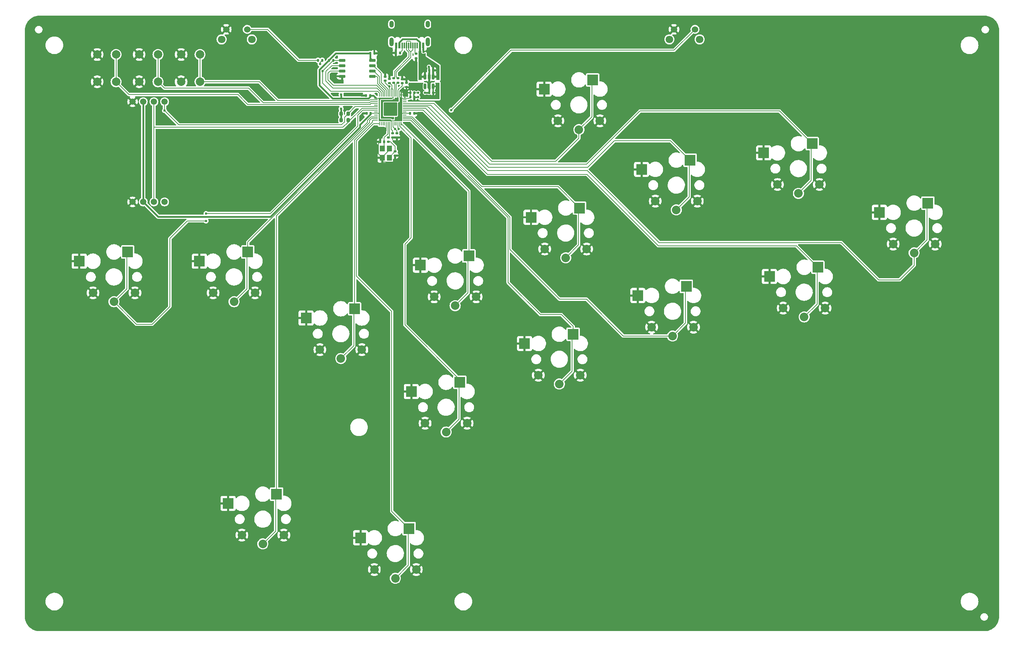
<source format=gtl>
G04 #@! TF.GenerationSoftware,KiCad,Pcbnew,7.0.9*
G04 #@! TF.CreationDate,2023-12-23T20:10:05+09:00*
G04 #@! TF.ProjectId,ergoSHIFT-rev2-kicad,6572676f-5348-4494-9654-2d726576322d,rev?*
G04 #@! TF.SameCoordinates,Original*
G04 #@! TF.FileFunction,Copper,L1,Top*
G04 #@! TF.FilePolarity,Positive*
%FSLAX46Y46*%
G04 Gerber Fmt 4.6, Leading zero omitted, Abs format (unit mm)*
G04 Created by KiCad (PCBNEW 7.0.9) date 2023-12-23 20:10:05*
%MOMM*%
%LPD*%
G01*
G04 APERTURE LIST*
G04 Aperture macros list*
%AMRoundRect*
0 Rectangle with rounded corners*
0 $1 Rounding radius*
0 $2 $3 $4 $5 $6 $7 $8 $9 X,Y pos of 4 corners*
0 Add a 4 corners polygon primitive as box body*
4,1,4,$2,$3,$4,$5,$6,$7,$8,$9,$2,$3,0*
0 Add four circle primitives for the rounded corners*
1,1,$1+$1,$2,$3*
1,1,$1+$1,$4,$5*
1,1,$1+$1,$6,$7*
1,1,$1+$1,$8,$9*
0 Add four rect primitives between the rounded corners*
20,1,$1+$1,$2,$3,$4,$5,0*
20,1,$1+$1,$4,$5,$6,$7,0*
20,1,$1+$1,$6,$7,$8,$9,0*
20,1,$1+$1,$8,$9,$2,$3,0*%
G04 Aperture macros list end*
G04 #@! TA.AperFunction,SMDPad,CuDef*
%ADD10R,0.600000X1.450000*%
G04 #@! TD*
G04 #@! TA.AperFunction,SMDPad,CuDef*
%ADD11R,0.300000X1.450000*%
G04 #@! TD*
G04 #@! TA.AperFunction,ComponentPad*
%ADD12O,1.000000X2.100000*%
G04 #@! TD*
G04 #@! TA.AperFunction,ComponentPad*
%ADD13O,1.000000X1.600000*%
G04 #@! TD*
G04 #@! TA.AperFunction,ComponentPad*
%ADD14C,1.524000*%
G04 #@! TD*
G04 #@! TA.AperFunction,ComponentPad*
%ADD15C,1.800000*%
G04 #@! TD*
G04 #@! TA.AperFunction,SMDPad,CuDef*
%ADD16RoundRect,0.140000X0.140000X0.170000X-0.140000X0.170000X-0.140000X-0.170000X0.140000X-0.170000X0*%
G04 #@! TD*
G04 #@! TA.AperFunction,ComponentPad*
%ADD17C,2.032000*%
G04 #@! TD*
G04 #@! TA.AperFunction,SMDPad,CuDef*
%ADD18R,2.600000X2.600000*%
G04 #@! TD*
G04 #@! TA.AperFunction,SMDPad,CuDef*
%ADD19RoundRect,0.140000X-0.140000X-0.170000X0.140000X-0.170000X0.140000X0.170000X-0.140000X0.170000X0*%
G04 #@! TD*
G04 #@! TA.AperFunction,ComponentPad*
%ADD20C,1.500000*%
G04 #@! TD*
G04 #@! TA.AperFunction,SMDPad,CuDef*
%ADD21RoundRect,0.140000X0.170000X-0.140000X0.170000X0.140000X-0.170000X0.140000X-0.170000X-0.140000X0*%
G04 #@! TD*
G04 #@! TA.AperFunction,SMDPad,CuDef*
%ADD22RoundRect,0.150000X-0.650000X-0.150000X0.650000X-0.150000X0.650000X0.150000X-0.650000X0.150000X0*%
G04 #@! TD*
G04 #@! TA.AperFunction,ComponentPad*
%ADD23C,2.000000*%
G04 #@! TD*
G04 #@! TA.AperFunction,SMDPad,CuDef*
%ADD24RoundRect,0.140000X-0.170000X0.140000X-0.170000X-0.140000X0.170000X-0.140000X0.170000X0.140000X0*%
G04 #@! TD*
G04 #@! TA.AperFunction,SMDPad,CuDef*
%ADD25RoundRect,0.135000X0.135000X0.185000X-0.135000X0.185000X-0.135000X-0.185000X0.135000X-0.185000X0*%
G04 #@! TD*
G04 #@! TA.AperFunction,SMDPad,CuDef*
%ADD26RoundRect,0.135000X-0.185000X0.135000X-0.185000X-0.135000X0.185000X-0.135000X0.185000X0.135000X0*%
G04 #@! TD*
G04 #@! TA.AperFunction,SMDPad,CuDef*
%ADD27RoundRect,0.135000X0.185000X-0.135000X0.185000X0.135000X-0.185000X0.135000X-0.185000X-0.135000X0*%
G04 #@! TD*
G04 #@! TA.AperFunction,SMDPad,CuDef*
%ADD28RoundRect,0.050000X-0.387500X-0.050000X0.387500X-0.050000X0.387500X0.050000X-0.387500X0.050000X0*%
G04 #@! TD*
G04 #@! TA.AperFunction,SMDPad,CuDef*
%ADD29RoundRect,0.050000X-0.050000X-0.387500X0.050000X-0.387500X0.050000X0.387500X-0.050000X0.387500X0*%
G04 #@! TD*
G04 #@! TA.AperFunction,ComponentPad*
%ADD30C,0.600000*%
G04 #@! TD*
G04 #@! TA.AperFunction,SMDPad,CuDef*
%ADD31RoundRect,0.144000X-1.456000X-1.456000X1.456000X-1.456000X1.456000X1.456000X-1.456000X1.456000X0*%
G04 #@! TD*
G04 #@! TA.AperFunction,SMDPad,CuDef*
%ADD32RoundRect,0.200000X-0.200000X-0.275000X0.200000X-0.275000X0.200000X0.275000X-0.200000X0.275000X0*%
G04 #@! TD*
G04 #@! TA.AperFunction,SMDPad,CuDef*
%ADD33RoundRect,0.200000X0.200000X0.275000X-0.200000X0.275000X-0.200000X-0.275000X0.200000X-0.275000X0*%
G04 #@! TD*
G04 #@! TA.AperFunction,SMDPad,CuDef*
%ADD34RoundRect,0.150000X-0.150000X0.512500X-0.150000X-0.512500X0.150000X-0.512500X0.150000X0.512500X0*%
G04 #@! TD*
G04 #@! TA.AperFunction,SMDPad,CuDef*
%ADD35R,1.200000X1.400000*%
G04 #@! TD*
G04 #@! TA.AperFunction,SMDPad,CuDef*
%ADD36RoundRect,0.135000X-0.135000X-0.185000X0.135000X-0.185000X0.135000X0.185000X-0.135000X0.185000X0*%
G04 #@! TD*
G04 #@! TA.AperFunction,ViaPad*
%ADD37C,0.600000*%
G04 #@! TD*
G04 #@! TA.AperFunction,Conductor*
%ADD38C,0.400000*%
G04 #@! TD*
G04 #@! TA.AperFunction,Conductor*
%ADD39C,0.200000*%
G04 #@! TD*
G04 APERTURE END LIST*
D10*
X145454000Y-57635000D03*
X144654000Y-57635000D03*
D11*
X143954000Y-57635000D03*
X143454000Y-57635000D03*
X142954000Y-57635000D03*
X142454000Y-57635000D03*
X141954000Y-57635000D03*
X141454000Y-57635000D03*
X140954000Y-57635000D03*
X140454000Y-57635000D03*
D10*
X139754000Y-57635000D03*
X138954000Y-57635000D03*
D12*
X146524000Y-56720000D03*
D13*
X146524000Y-52540000D03*
D12*
X137884000Y-56720000D03*
D13*
X137884000Y-52540000D03*
D14*
X205200000Y-53750000D03*
X210200000Y-53750000D03*
D15*
X204100000Y-56150000D03*
X211300000Y-56150000D03*
D16*
X147786000Y-68863000D03*
X146826000Y-68863000D03*
D17*
X150890000Y-149710000D03*
D18*
X154165000Y-137860000D03*
X142615000Y-140060000D03*
D17*
X145890000Y-147610000D03*
X155890000Y-147610000D03*
D19*
X132828000Y-59465000D03*
X133788000Y-59465000D03*
D17*
X205750000Y-96780000D03*
D18*
X209025000Y-84930000D03*
X197475000Y-87130000D03*
D17*
X200750000Y-94680000D03*
X210750000Y-94680000D03*
D20*
X76190000Y-71000000D03*
X76190000Y-94876000D03*
X78730000Y-71000000D03*
X78730000Y-94876000D03*
X81270000Y-71000000D03*
X81270000Y-94876000D03*
X83810000Y-71000000D03*
X83810000Y-94876000D03*
D21*
X137372000Y-66549000D03*
X137372000Y-65589000D03*
D22*
X126108000Y-61116000D03*
X126108000Y-62386000D03*
X126108000Y-63656000D03*
X126108000Y-64926000D03*
X133308000Y-64926000D03*
X133308000Y-63656000D03*
X133308000Y-62386000D03*
X133308000Y-61116000D03*
D23*
X72250000Y-59750000D03*
X72250000Y-66250000D03*
X67750000Y-59750000D03*
X67750000Y-66250000D03*
X82250000Y-59750000D03*
X82250000Y-66250000D03*
X77750000Y-59750000D03*
X77750000Y-66250000D03*
D24*
X138134000Y-78541000D03*
X138134000Y-79501000D03*
D19*
X142353000Y-69879000D03*
X143313000Y-69879000D03*
D16*
X147786000Y-63529000D03*
X146826000Y-63529000D03*
X132772000Y-69498000D03*
X131812000Y-69498000D03*
D25*
X121372000Y-61116000D03*
X120352000Y-61116000D03*
D17*
X71750000Y-118650000D03*
D18*
X75025000Y-106800000D03*
X63475000Y-109000000D03*
D17*
X66750000Y-116550000D03*
X76750000Y-116550000D03*
D16*
X132927000Y-73795732D03*
X131967000Y-73795732D03*
D21*
X141436000Y-67466000D03*
X141436000Y-66506000D03*
D25*
X139918000Y-59338000D03*
X138898000Y-59338000D03*
D26*
X138388000Y-65430000D03*
X138388000Y-66450000D03*
D27*
X137118000Y-80547000D03*
X137118000Y-79527000D03*
D28*
X134183500Y-70195000D03*
X134183500Y-70595000D03*
X134183500Y-70995000D03*
X134183500Y-71395000D03*
X134183500Y-71795000D03*
X134183500Y-72195000D03*
X134183500Y-72595000D03*
X134183500Y-72995000D03*
X134183500Y-73395000D03*
X134183500Y-73795000D03*
X134183500Y-74195000D03*
X134183500Y-74595000D03*
X134183500Y-74995000D03*
X134183500Y-75395000D03*
D29*
X135021000Y-76232500D03*
X135421000Y-76232500D03*
X135821000Y-76232500D03*
X136221000Y-76232500D03*
X136621000Y-76232500D03*
X137021000Y-76232500D03*
X137421000Y-76232500D03*
X137821000Y-76232500D03*
X138221000Y-76232500D03*
X138621000Y-76232500D03*
X139021000Y-76232500D03*
X139421000Y-76232500D03*
X139821000Y-76232500D03*
X140221000Y-76232500D03*
D28*
X141058500Y-75395000D03*
X141058500Y-74995000D03*
X141058500Y-74595000D03*
X141058500Y-74195000D03*
X141058500Y-73795000D03*
X141058500Y-73395000D03*
X141058500Y-72995000D03*
X141058500Y-72595000D03*
X141058500Y-72195000D03*
X141058500Y-71795000D03*
X141058500Y-71395000D03*
X141058500Y-70995000D03*
X141058500Y-70595000D03*
X141058500Y-70195000D03*
D29*
X140221000Y-69357500D03*
X139821000Y-69357500D03*
X139421000Y-69357500D03*
X139021000Y-69357500D03*
X138621000Y-69357500D03*
X138221000Y-69357500D03*
X137821000Y-69357500D03*
X137421000Y-69357500D03*
X137021000Y-69357500D03*
X136621000Y-69357500D03*
X136221000Y-69357500D03*
X135821000Y-69357500D03*
X135421000Y-69357500D03*
X135021000Y-69357500D03*
D30*
X136346000Y-71520000D03*
X136346000Y-72795000D03*
X136346000Y-74070000D03*
X137621000Y-71520000D03*
X137621000Y-72795000D03*
D31*
X137621000Y-72795000D03*
D30*
X137621000Y-74070000D03*
X138896000Y-71520000D03*
X138896000Y-72795000D03*
X138896000Y-74070000D03*
D26*
X139404000Y-65430000D03*
X139404000Y-66450000D03*
D32*
X125883000Y-75400000D03*
X127533000Y-75400000D03*
D33*
X127533000Y-73876000D03*
X125883000Y-73876000D03*
D26*
X143726000Y-59590000D03*
X143726000Y-60610000D03*
D19*
X135192000Y-80545000D03*
X136152000Y-80545000D03*
D23*
X92250000Y-59750000D03*
X92250000Y-66250000D03*
X87750000Y-59750000D03*
X87750000Y-66250000D03*
D21*
X136356000Y-65970000D03*
X136356000Y-65010000D03*
D24*
X138769000Y-82859000D03*
X138769000Y-83819000D03*
D19*
X142325000Y-73794934D03*
X143285000Y-73794934D03*
D21*
X140420000Y-66577000D03*
X140420000Y-65617000D03*
D17*
X177870000Y-138270000D03*
D18*
X181145000Y-126420000D03*
X169595000Y-128620000D03*
D17*
X172870000Y-136170000D03*
X182870000Y-136170000D03*
X153050000Y-119600000D03*
D18*
X156325000Y-107750000D03*
X144775000Y-109950000D03*
D17*
X148050000Y-117500000D03*
X158050000Y-117500000D03*
D34*
X147786000Y-65064000D03*
X146836000Y-65064000D03*
X145886000Y-65064000D03*
X145886000Y-67339000D03*
X147786000Y-67339000D03*
D35*
X135672000Y-82155000D03*
X135672000Y-84355000D03*
X137372000Y-84355000D03*
X137372000Y-82155000D03*
D36*
X123017000Y-61116000D03*
X124037000Y-61116000D03*
D17*
X107220000Y-176370000D03*
D18*
X110495000Y-164520000D03*
X98945000Y-166720000D03*
D17*
X102220000Y-174270000D03*
X112220000Y-174270000D03*
D24*
X139150000Y-78541000D03*
X139150000Y-79501000D03*
D19*
X142353000Y-68863000D03*
X143313000Y-68863000D03*
D17*
X138790000Y-184570000D03*
D18*
X142065000Y-172720000D03*
X130515000Y-174920000D03*
D17*
X133790000Y-182470000D03*
X143790000Y-182470000D03*
X100370000Y-118650000D03*
D18*
X103645000Y-106800000D03*
X92095000Y-109000000D03*
D17*
X95370000Y-116550000D03*
X105370000Y-116550000D03*
D14*
X98500000Y-53750000D03*
X103500000Y-53750000D03*
D15*
X97400000Y-56150000D03*
X104600000Y-56150000D03*
D17*
X236220000Y-122290000D03*
D18*
X239495000Y-110440000D03*
X227945000Y-112640000D03*
D17*
X231220000Y-120190000D03*
X241220000Y-120190000D03*
X204850000Y-126830000D03*
D18*
X208125000Y-114980000D03*
X196575000Y-117180000D03*
D17*
X199850000Y-124730000D03*
X209850000Y-124730000D03*
X182540000Y-77650000D03*
D18*
X185815000Y-65800000D03*
X174265000Y-68000000D03*
D17*
X177540000Y-75550000D03*
X187540000Y-75550000D03*
X179400000Y-108190000D03*
D18*
X182675000Y-96340000D03*
X171125000Y-98540000D03*
D17*
X174400000Y-106090000D03*
X184400000Y-106090000D03*
X125820000Y-132190000D03*
D18*
X129095000Y-120340000D03*
X117545000Y-122540000D03*
D17*
X120820000Y-130090000D03*
X130820000Y-130090000D03*
X262420000Y-107010000D03*
D18*
X265695000Y-95160000D03*
X254145000Y-97360000D03*
D17*
X257420000Y-104910000D03*
X267420000Y-104910000D03*
X234850000Y-92840000D03*
D18*
X238125000Y-80990000D03*
X226575000Y-83190000D03*
D17*
X229850000Y-90740000D03*
X239850000Y-90740000D03*
D37*
X125895200Y-72656800D03*
X125895200Y-69304000D03*
X137372000Y-67339000D03*
X138184800Y-74933600D03*
X138769000Y-77499000D03*
X138388000Y-70695500D03*
X83782000Y-73114000D03*
X120862000Y-62005000D03*
X121497000Y-63656000D03*
X93688000Y-97625000D03*
X93688000Y-99403000D03*
X139611200Y-77482800D03*
X152108000Y-73012400D03*
X103340000Y-154140000D03*
X193764000Y-125692000D03*
X220180000Y-182080000D03*
X276060000Y-116040000D03*
X270980000Y-121120000D03*
X204940000Y-146520000D03*
X159220000Y-60160000D03*
X57620000Y-179540000D03*
X184061200Y-89268400D03*
X139658000Y-83849000D03*
X52540000Y-133820000D03*
X108420000Y-128740000D03*
X164300000Y-146520000D03*
X88100000Y-128740000D03*
X245580000Y-55080000D03*
X84036000Y-119342000D03*
X108420000Y-149060000D03*
X72860000Y-164300000D03*
X83020000Y-164300000D03*
X136203600Y-78337200D03*
X111366400Y-69507200D03*
X220180000Y-60160000D03*
X210020000Y-182080000D03*
X260820000Y-121120000D03*
X161201200Y-92265600D03*
X235420000Y-187160000D03*
X215100000Y-187160000D03*
X144230000Y-73816000D03*
X142252800Y-76670000D03*
X265900000Y-75400000D03*
X84798000Y-78194000D03*
X250660000Y-121120000D03*
X174460000Y-187160000D03*
X199860000Y-151600000D03*
X159220000Y-182080000D03*
X265900000Y-85560000D03*
X86068000Y-119342000D03*
X199860000Y-182080000D03*
X149060000Y-192240000D03*
X189700000Y-192240000D03*
X52540000Y-164300000D03*
X235928000Y-105473600D03*
X62700000Y-164300000D03*
X179540000Y-182080000D03*
X179540000Y-151600000D03*
X83782000Y-111214000D03*
X169380000Y-151600000D03*
X82512000Y-93307000D03*
X108521600Y-96532800D03*
X255740000Y-187160000D03*
X125844400Y-79362400D03*
X103340000Y-143980000D03*
X108420000Y-138900000D03*
X134578000Y-87532000D03*
X138515000Y-80420000D03*
X164554000Y-104864000D03*
X103340000Y-187160000D03*
X255740000Y-55080000D03*
X154140000Y-156680000D03*
X199860000Y-141440000D03*
X220180000Y-192240000D03*
X121424800Y-69608800D03*
X87592000Y-99530000D03*
X156273600Y-90640000D03*
X276060000Y-85560000D03*
X260820000Y-80480000D03*
X159220000Y-151600000D03*
X169380000Y-192240000D03*
X140039000Y-79531000D03*
X255740000Y-85560000D03*
X235420000Y-65240000D03*
X159220000Y-161760000D03*
X57620000Y-77940000D03*
X136868000Y-121374000D03*
X265900000Y-156680000D03*
X141182000Y-81436000D03*
X220180000Y-70320000D03*
X57620000Y-128740000D03*
X86068000Y-104102000D03*
X83782000Y-103340000D03*
X265900000Y-177000000D03*
X130111600Y-114719200D03*
X197574000Y-74130000D03*
X62700000Y-133820000D03*
X57620000Y-169380000D03*
X83020000Y-52540000D03*
X189700000Y-141440000D03*
X220180000Y-141440000D03*
X245580000Y-136360000D03*
X194780000Y-55080000D03*
X57620000Y-159220000D03*
X128740000Y-52540000D03*
X255740000Y-126200000D03*
X104051200Y-72606000D03*
X270980000Y-131280000D03*
X270980000Y-70320000D03*
X105727600Y-65240000D03*
X225260000Y-55080000D03*
X57620000Y-138900000D03*
X52540000Y-113500000D03*
X140424000Y-124930000D03*
X276060000Y-75400000D03*
X255740000Y-136360000D03*
X166840000Y-59906000D03*
X130895000Y-69498000D03*
X270980000Y-151600000D03*
X230340000Y-60160000D03*
X265900000Y-187160000D03*
X169380000Y-182080000D03*
X52540000Y-103340000D03*
X118580000Y-182080000D03*
X52540000Y-62700000D03*
X143472000Y-65621000D03*
X108420000Y-182080000D03*
X79972000Y-93307000D03*
X230340000Y-182080000D03*
X270980000Y-182080000D03*
X79972000Y-72225000D03*
X167094000Y-105626000D03*
X154140000Y-166840000D03*
X230340000Y-141440000D03*
X96736000Y-68542000D03*
X57620000Y-98260000D03*
X52540000Y-123660000D03*
X202196800Y-103441600D03*
X142202000Y-123660000D03*
X109537600Y-99936400D03*
X150888800Y-72860000D03*
X229832000Y-74130000D03*
X265900000Y-146520000D03*
X57620000Y-108420000D03*
X276060000Y-156680000D03*
X57620000Y-118580000D03*
X84925000Y-93307000D03*
X152311200Y-74180800D03*
X270980000Y-141440000D03*
X270980000Y-60160000D03*
X240500000Y-60160000D03*
X145881000Y-68863000D03*
X81496000Y-124930000D03*
X128079600Y-111468000D03*
X144230000Y-69879000D03*
X151600000Y-52540000D03*
X141236800Y-102882800D03*
X188785600Y-79921200D03*
X200520400Y-106083200D03*
X191376400Y-81496000D03*
X258534000Y-112484000D03*
X124422000Y-69253200D03*
X87795200Y-75400000D03*
X270980000Y-90640000D03*
X57620000Y-67780000D03*
X225260000Y-65240000D03*
X128943200Y-76162000D03*
X260820000Y-192240000D03*
X126047600Y-66306800D03*
X130619600Y-111772800D03*
X82766000Y-78194000D03*
X265900000Y-126200000D03*
X183858000Y-119088000D03*
X184620000Y-187160000D03*
X84798000Y-75908000D03*
X98260000Y-182080000D03*
X250660000Y-182080000D03*
X260820000Y-182080000D03*
X176390400Y-84086800D03*
X246088000Y-103848000D03*
X164300000Y-55080000D03*
X240500000Y-192240000D03*
X67780000Y-169380000D03*
X259550000Y-114262000D03*
X276060000Y-65240000D03*
X52540000Y-154140000D03*
X166586000Y-113500000D03*
X270980000Y-110960000D03*
X103340000Y-133820000D03*
X270980000Y-161760000D03*
X141436000Y-65586400D03*
X204940000Y-136360000D03*
X204940000Y-65240000D03*
X133562000Y-78388000D03*
X84899600Y-85052000D03*
X174460000Y-146520000D03*
X276060000Y-126200000D03*
X136868000Y-167094000D03*
X82766000Y-75908000D03*
X118580000Y-192240000D03*
X162268000Y-83985200D03*
X193256000Y-127978000D03*
X250660000Y-141440000D03*
X194780000Y-136360000D03*
X265900000Y-136360000D03*
X98260000Y-192240000D03*
X184620000Y-146520000D03*
X190512800Y-78244800D03*
X52540000Y-174460000D03*
X130416400Y-80886400D03*
X210020000Y-192240000D03*
X276060000Y-146520000D03*
X93180000Y-52540000D03*
X240500000Y-182080000D03*
X204940000Y-187160000D03*
X183908800Y-84645600D03*
X100647600Y-70218400D03*
X140674000Y-87532000D03*
X98260000Y-138900000D03*
X164554000Y-107658000D03*
X192392400Y-79362400D03*
X210020000Y-141440000D03*
X276060000Y-166840000D03*
X235420000Y-136360000D03*
X179540000Y-192240000D03*
X132546000Y-81436000D03*
X138007000Y-59338000D03*
X52540000Y-83020000D03*
X185128000Y-117310000D03*
X253454000Y-114262000D03*
X140420000Y-64621200D03*
X111620400Y-98768000D03*
X67780000Y-128740000D03*
X62700000Y-154140000D03*
X166586000Y-108166000D03*
X154140000Y-177000000D03*
X75704800Y-68491200D03*
X88404800Y-68542000D03*
X83020000Y-133820000D03*
X145504000Y-59084000D03*
X260820000Y-131280000D03*
X134324000Y-80547000D03*
X127825600Y-69304000D03*
X67780000Y-138900000D03*
X94297600Y-65240000D03*
X270980000Y-171920000D03*
X52540000Y-143980000D03*
X233896000Y-106286400D03*
X240500000Y-70320000D03*
X174460000Y-55080000D03*
X52540000Y-72860000D03*
X189700000Y-151600000D03*
X276060000Y-95720000D03*
X149009200Y-77432000D03*
X178625600Y-84899600D03*
X240500000Y-141440000D03*
X138900000Y-167094000D03*
X177101600Y-92214800D03*
X136356000Y-64011600D03*
X244564000Y-105626000D03*
X232778400Y-103492400D03*
X194780000Y-65240000D03*
X144230000Y-68863000D03*
X83020000Y-68440400D03*
X194780000Y-146520000D03*
X265900000Y-55080000D03*
X270980000Y-80480000D03*
X103238400Y-68796000D03*
X159220000Y-192240000D03*
X225260000Y-136360000D03*
X199860000Y-70320000D03*
X245580000Y-187160000D03*
X52540000Y-184620000D03*
X93180000Y-187160000D03*
X225260000Y-187160000D03*
X164300000Y-177000000D03*
X185890000Y-87033200D03*
X150025200Y-84391600D03*
X255740000Y-146520000D03*
X124472800Y-64926000D03*
X265900000Y-65240000D03*
X142252800Y-105270400D03*
X276060000Y-105880000D03*
X260820000Y-141440000D03*
X94297600Y-66967200D03*
X80226000Y-122898000D03*
X72860000Y-133820000D03*
X164300000Y-187160000D03*
X107048400Y-99377600D03*
X105321200Y-70726400D03*
X245580000Y-75400000D03*
X52540000Y-93180000D03*
X57620000Y-149060000D03*
X143726000Y-61624000D03*
X137372000Y-64621200D03*
X215100000Y-136360000D03*
X172428000Y-122390000D03*
X93180000Y-133820000D03*
X270980000Y-192240000D03*
X134578000Y-59465000D03*
X77940000Y-128740000D03*
X108978800Y-70269200D03*
X164300000Y-166840000D03*
X178524000Y-117056000D03*
X197574000Y-72098000D03*
X138646000Y-120104000D03*
X250660000Y-80480000D03*
X62700000Y-52540000D03*
X265900000Y-166840000D03*
X146820800Y-62640000D03*
X128130400Y-81851600D03*
X250660000Y-131280000D03*
X250660000Y-192240000D03*
X189700000Y-182080000D03*
X144081600Y-78397200D03*
X88100000Y-169380000D03*
X230340000Y-192240000D03*
X130518000Y-75095200D03*
X93180000Y-154140000D03*
X86068000Y-110960000D03*
X202704800Y-106337200D03*
X134324000Y-84357000D03*
X137626000Y-87532000D03*
X260820000Y-151600000D03*
X98260000Y-128740000D03*
X77940000Y-138900000D03*
X210020000Y-70320000D03*
X147231200Y-76670000D03*
X230340000Y-70320000D03*
X132546000Y-85500000D03*
X108420000Y-192240000D03*
X276060000Y-177000000D03*
X215100000Y-65240000D03*
X199860000Y-192240000D03*
X105880000Y-67221200D03*
X276060000Y-136360000D03*
X79972000Y-85052000D03*
X93180000Y-164300000D03*
X250660000Y-60160000D03*
X159220000Y-171920000D03*
X166840000Y-57620000D03*
X82664400Y-97244000D03*
X62700000Y-143980000D03*
X113500000Y-52540000D03*
X235013600Y-103441600D03*
X231102000Y-72606000D03*
X184620000Y-55080000D03*
X260820000Y-60160000D03*
X160083600Y-90081200D03*
X235420000Y-55080000D03*
X98260000Y-149060000D03*
X128740000Y-192240000D03*
X72860000Y-52540000D03*
X79972000Y-78194000D03*
X177508000Y-118834000D03*
X57620000Y-88100000D03*
X254470000Y-112484000D03*
X128028800Y-114109600D03*
X88100000Y-138900000D03*
X82639000Y-85052000D03*
X194780000Y-187160000D03*
X255740000Y-75400000D03*
X113500000Y-187160000D03*
X98260000Y-159220000D03*
X77940000Y-169380000D03*
X131022000Y-73816000D03*
X121120000Y-52540000D03*
X123660000Y-187160000D03*
X141690000Y-84484000D03*
X62700000Y-174460000D03*
X164300000Y-156680000D03*
X87592000Y-97244000D03*
X122491600Y-72606000D03*
X173698000Y-120612000D03*
X89878000Y-100546000D03*
D38*
X145119000Y-69090950D02*
X145653050Y-69625000D01*
X132927000Y-73795732D02*
X132927000Y-73913288D01*
X78702000Y-71082000D02*
X78702000Y-94958000D01*
D39*
X137821000Y-77567000D02*
X138134000Y-77880000D01*
D38*
X125895200Y-72656800D02*
X125883000Y-72644600D01*
D39*
X134897000Y-70195000D02*
X134959000Y-70133000D01*
X132927000Y-73795732D02*
X134182768Y-73795732D01*
X134938000Y-73795000D02*
X134959000Y-73816000D01*
X138007000Y-67847000D02*
X137821000Y-68033000D01*
X140137000Y-70195000D02*
X141058500Y-70195000D01*
X139821000Y-69357500D02*
X139821000Y-69879000D01*
D38*
X132927000Y-73913288D02*
X130322688Y-76517600D01*
X103695600Y-98387000D02*
X82241000Y-98387000D01*
X125883000Y-75400000D02*
X125883000Y-73876000D01*
X120735000Y-67085000D02*
X120735000Y-63337654D01*
X120735000Y-67085000D02*
X123858000Y-70208000D01*
D39*
X137372000Y-66549000D02*
X137430529Y-66549000D01*
D38*
X145653050Y-69625000D02*
X147532000Y-69625000D01*
D39*
X141058500Y-70195000D02*
X142037000Y-70195000D01*
D38*
X132772000Y-69807999D02*
X132772000Y-69498000D01*
X145119000Y-68609000D02*
X145119000Y-69090950D01*
D39*
X138221000Y-70020600D02*
X138184800Y-70056800D01*
X134183500Y-73795000D02*
X134938000Y-73795000D01*
D38*
X132772000Y-69498000D02*
X133586500Y-69498000D01*
X109000107Y-98387000D02*
X103695600Y-98387000D01*
D39*
X140221000Y-70061000D02*
X140221000Y-69357500D01*
D38*
X125895200Y-70208000D02*
X132371999Y-70208000D01*
D39*
X140355000Y-70195000D02*
X140221000Y-70061000D01*
D38*
X132828000Y-59465000D02*
X132828000Y-60636000D01*
X130322688Y-76517600D02*
X130322688Y-77064419D01*
X82241000Y-98387000D02*
X78730000Y-94876000D01*
D39*
X140221000Y-69357500D02*
X140221000Y-68935000D01*
X137430529Y-66549000D02*
X138007000Y-67125471D01*
X134182768Y-73795732D02*
X134183500Y-73795000D01*
X147786000Y-67339000D02*
X147786000Y-68863000D01*
D38*
X124607654Y-59465000D02*
X132828000Y-59465000D01*
X120735000Y-63337654D02*
X124607654Y-59465000D01*
X132371999Y-70208000D02*
X132772000Y-69807999D01*
D39*
X138007000Y-67125471D02*
X138007000Y-67847000D01*
X142325000Y-73794934D02*
X140187066Y-73794934D01*
X139821000Y-69879000D02*
X140137000Y-70195000D01*
X137821000Y-75662000D02*
X137626000Y-75467000D01*
D38*
X132828000Y-60636000D02*
X133308000Y-61116000D01*
D39*
X142037000Y-70195000D02*
X142353000Y-69879000D01*
X140221000Y-68935000D02*
X140293000Y-68863000D01*
D38*
X147786000Y-69371000D02*
X147786000Y-68863000D01*
D39*
X137821000Y-76232500D02*
X137821000Y-75662000D01*
X138134000Y-77880000D02*
X138134000Y-78541000D01*
D38*
X125883000Y-73876000D02*
X125895200Y-72656800D01*
D39*
X137821000Y-68033000D02*
X137821000Y-69357500D01*
X140801000Y-67466000D02*
X139821000Y-68446000D01*
D38*
X130322688Y-77064419D02*
X109000107Y-98387000D01*
X133586500Y-69498000D02*
X134183500Y-70095000D01*
D39*
X134183500Y-70195000D02*
X134897000Y-70195000D01*
X140293000Y-68863000D02*
X142353000Y-68863000D01*
D38*
X147532000Y-69625000D02*
X147786000Y-69371000D01*
D39*
X141436000Y-67466000D02*
X140801000Y-67466000D01*
D38*
X143976000Y-67466000D02*
X145119000Y-68609000D01*
D39*
X141058500Y-70195000D02*
X140355000Y-70195000D01*
D38*
X141436000Y-67466000D02*
X143976000Y-67466000D01*
X123858000Y-70208000D02*
X125895200Y-70208000D01*
X125895200Y-69304000D02*
X125895200Y-70208000D01*
D39*
X140187066Y-73794934D02*
X140166000Y-73816000D01*
X138221000Y-69357500D02*
X138221000Y-68061000D01*
X138221000Y-69357500D02*
X138221000Y-70020600D01*
X137821000Y-76232500D02*
X137821000Y-77567000D01*
X139821000Y-68446000D02*
X139821000Y-69357500D01*
X138221000Y-68061000D02*
X138007000Y-67847000D01*
X138221000Y-76232500D02*
X138221000Y-76951000D01*
X137421000Y-67388000D02*
X137372000Y-67339000D01*
X138769000Y-77499000D02*
X139150000Y-77880000D01*
X139421000Y-69357500D02*
X139421000Y-69989000D01*
X140420000Y-66577000D02*
X140420000Y-67212000D01*
X139421000Y-69989000D02*
X139150000Y-70260000D01*
X138221000Y-76951000D02*
X138769000Y-77499000D01*
X137372000Y-67339000D02*
X137225866Y-67339000D01*
X137225866Y-67339000D02*
X136356000Y-66469134D01*
X137421000Y-69357500D02*
X137421000Y-67388000D01*
X139150000Y-77880000D02*
X139150000Y-78541000D01*
X140420000Y-67212000D02*
X139421000Y-68211000D01*
X136356000Y-66469134D02*
X136356000Y-65970000D01*
X139421000Y-68211000D02*
X139421000Y-69357500D01*
X137421000Y-76232500D02*
X137421000Y-79224000D01*
X137421000Y-79224000D02*
X137118000Y-79527000D01*
X138769000Y-81652000D02*
X138769000Y-82859000D01*
X137372000Y-84256000D02*
X137372000Y-84355000D01*
X138769000Y-82859000D02*
X137372000Y-84256000D01*
X137664000Y-80547000D02*
X138769000Y-81652000D01*
X137118000Y-80547000D02*
X137664000Y-80547000D01*
D38*
X139750000Y-56846016D02*
X140560016Y-56036000D01*
X147786000Y-62615250D02*
X147786000Y-63529000D01*
X144650000Y-56846016D02*
X144650000Y-57635000D01*
X139750000Y-57635000D02*
X139750000Y-56846016D01*
X145886000Y-61806800D02*
X145886000Y-65064000D01*
X140560016Y-56036000D02*
X143839984Y-56036000D01*
X147786000Y-65064000D02*
X147786000Y-63529000D01*
X146977550Y-61806800D02*
X147786000Y-62615250D01*
X143839984Y-56036000D02*
X144650000Y-56846016D01*
X144650000Y-60570800D02*
X145886000Y-61806800D01*
X145886000Y-61806800D02*
X146977550Y-61806800D01*
X144650000Y-57635000D02*
X144650000Y-60570800D01*
D39*
X127533000Y-75875000D02*
X126331600Y-77076400D01*
X134183500Y-72595000D02*
X130828785Y-72595000D01*
X126331600Y-77076400D02*
X81320800Y-77076400D01*
X127533000Y-75400000D02*
X127533000Y-75875000D01*
X130828785Y-72595000D02*
X128023785Y-75400000D01*
X81270000Y-71000000D02*
X81270000Y-77025600D01*
X81270000Y-77025600D02*
X81270000Y-94876000D01*
X128023785Y-75400000D02*
X127533000Y-75400000D01*
X81320800Y-77076400D02*
X81270000Y-77025600D01*
X83782000Y-73114000D02*
X83810000Y-73086000D01*
X129214000Y-72195000D02*
X127533000Y-73876000D01*
X127533000Y-73876000D02*
X126708000Y-74701000D01*
X126708000Y-74701000D02*
X126708000Y-75762648D01*
X126708000Y-75762648D02*
X125953048Y-76517600D01*
X134183500Y-72195000D02*
X129214000Y-72195000D01*
X87185600Y-76517600D02*
X83782000Y-73114000D01*
X125953048Y-76517600D02*
X87185600Y-76517600D01*
X83810000Y-73086000D02*
X83810000Y-71000000D01*
X142334000Y-56544000D02*
X142450000Y-56660000D01*
X142450000Y-56660000D02*
X142450000Y-57635000D01*
X141450000Y-58643685D02*
X141450000Y-57635000D01*
X141450000Y-57635000D02*
X141450000Y-56660000D01*
X138388000Y-65430000D02*
X138623000Y-65195000D01*
X138623000Y-63744314D02*
X142056000Y-60311314D01*
X142056000Y-59249685D02*
X141450000Y-58643685D01*
X141450000Y-56660000D02*
X141566000Y-56544000D01*
X142056000Y-60311314D02*
X142056000Y-59249685D01*
X138623000Y-65195000D02*
X138623000Y-63744314D01*
X141566000Y-56544000D02*
X142334000Y-56544000D01*
X138388000Y-66450000D02*
X138621000Y-66683000D01*
X138621000Y-66683000D02*
X138621000Y-69357500D01*
X142950000Y-57635000D02*
X142950000Y-58590000D01*
X141950000Y-58578000D02*
X141950000Y-57635000D01*
X142456000Y-60477000D02*
X139023000Y-63910000D01*
X142950000Y-58590000D02*
X142456000Y-59084000D01*
X142456000Y-59084000D02*
X142456000Y-60477000D01*
X139023000Y-65049000D02*
X139404000Y-65430000D01*
X142456000Y-59084000D02*
X141950000Y-58578000D01*
X139023000Y-63910000D02*
X139023000Y-65049000D01*
X139021000Y-66960000D02*
X139021000Y-69357500D01*
X139404000Y-66450000D02*
X139023000Y-66831000D01*
X139023000Y-66831000D02*
X139023000Y-66958000D01*
X139023000Y-66958000D02*
X139021000Y-66960000D01*
X121497000Y-63656000D02*
X124037000Y-61116000D01*
X121497000Y-66577000D02*
X121497000Y-63656000D01*
X120862000Y-62005000D02*
X120862000Y-61626000D01*
X124037000Y-61116000D02*
X126108000Y-61116000D01*
X120862000Y-61626000D02*
X121372000Y-61116000D01*
X123402000Y-68482000D02*
X121497000Y-66577000D01*
X134578000Y-68482000D02*
X123402000Y-68482000D01*
X135021000Y-69357500D02*
X135021000Y-68925000D01*
X135021000Y-68925000D02*
X134578000Y-68482000D01*
X137021000Y-76232500D02*
X137021000Y-78685076D01*
X137021000Y-78685076D02*
X136152000Y-79554076D01*
X136152000Y-81675000D02*
X135672000Y-82155000D01*
X136152000Y-80545000D02*
X136152000Y-81675000D01*
X136152000Y-79554076D02*
X136152000Y-80545000D01*
X140450000Y-58806000D02*
X140450000Y-57635000D01*
X139918000Y-59338000D02*
X140450000Y-58806000D01*
X143450000Y-57635000D02*
X143450000Y-59314000D01*
X143450000Y-59314000D02*
X143726000Y-59590000D01*
X134183500Y-71395000D02*
X133023476Y-71395000D01*
X132789161Y-71629315D02*
X103633315Y-71629315D01*
X75304000Y-69304000D02*
X72250000Y-66250000D01*
X101308000Y-69304000D02*
X75304000Y-69304000D01*
X133023476Y-71395000D02*
X132789161Y-71629315D01*
X72250000Y-59750000D02*
X72250000Y-66250000D01*
X103633315Y-71629315D02*
X101308000Y-69304000D01*
X83780000Y-67780000D02*
X82250000Y-66250000D01*
X134183500Y-70995000D02*
X132857791Y-70995000D01*
X132857791Y-70995000D02*
X132623476Y-71229315D01*
X132623476Y-71229315D02*
X107297315Y-71229315D01*
X107297315Y-71229315D02*
X103848000Y-67780000D01*
X82250000Y-59750000D02*
X82250000Y-66250000D01*
X103848000Y-67780000D02*
X83780000Y-67780000D01*
X92250000Y-66250000D02*
X92250000Y-59750000D01*
X132579105Y-70708000D02*
X110840000Y-70708000D01*
X134183500Y-70595000D02*
X132692105Y-70595000D01*
X132692105Y-70595000D02*
X132579105Y-70708000D01*
X110840000Y-70708000D02*
X106382000Y-66250000D01*
X106382000Y-66250000D02*
X92250000Y-66250000D01*
X74820000Y-115580000D02*
X71750000Y-118650000D01*
X130994471Y-72995000D02*
X129822688Y-74166783D01*
X109055000Y-97625000D02*
X93688000Y-97625000D01*
X129822688Y-76857312D02*
X109055000Y-97625000D01*
X74820000Y-107005000D02*
X74820000Y-115580000D01*
X93688000Y-99403000D02*
X89243000Y-99403000D01*
X129822688Y-74166783D02*
X129822688Y-76857312D01*
X85052000Y-119850000D02*
X80861000Y-124041000D01*
X134183500Y-72995000D02*
X130994471Y-72995000D01*
X75025000Y-106800000D02*
X74820000Y-107005000D01*
X77141000Y-124041000D02*
X71750000Y-118650000D01*
X85052000Y-103594000D02*
X85052000Y-119850000D01*
X80861000Y-124041000D02*
X77141000Y-124041000D01*
X89243000Y-99403000D02*
X85052000Y-103594000D01*
X132120097Y-75427297D02*
X132120097Y-75974116D01*
X134183500Y-74595000D02*
X132952394Y-74595000D01*
X103645000Y-104449213D02*
X103645000Y-106800000D01*
X132120097Y-75974116D02*
X103645000Y-104449213D01*
X103440000Y-115580000D02*
X100370000Y-118650000D01*
X103645000Y-106800000D02*
X103440000Y-107005000D01*
X103440000Y-107005000D02*
X103440000Y-115580000D01*
X132952394Y-74595000D02*
X132120097Y-75427297D01*
X134183500Y-75395000D02*
X133520200Y-75395000D01*
X133312000Y-75603200D02*
X133312000Y-75913585D01*
X133520200Y-75395000D02*
X133312000Y-75603200D01*
X129095000Y-120340000D02*
X128890000Y-120545000D01*
X129095000Y-80130584D02*
X129095000Y-120340000D01*
X128890000Y-129120000D02*
X125820000Y-132190000D01*
X128890000Y-120545000D02*
X128890000Y-129120000D01*
X133312000Y-75913585D02*
X129095000Y-80130584D01*
X132682340Y-75430740D02*
X132682340Y-75977559D01*
X110495000Y-164520000D02*
X110290000Y-164725000D01*
X110290000Y-164725000D02*
X110290000Y-173300000D01*
X134183500Y-74995000D02*
X133118080Y-74995000D01*
X133118080Y-74995000D02*
X132682340Y-75430740D01*
X132682340Y-75977559D02*
X110495000Y-98164898D01*
X110495000Y-98164898D02*
X110495000Y-164520000D01*
X110290000Y-173300000D02*
X107220000Y-176370000D01*
X133558771Y-76232500D02*
X129495000Y-80296270D01*
X142065000Y-172720000D02*
X141860000Y-172925000D01*
X129495000Y-80296270D02*
X129495000Y-112527800D01*
X141860000Y-181500000D02*
X138790000Y-184570000D01*
X137934800Y-120967600D02*
X137934800Y-168589800D01*
X135021000Y-76232500D02*
X133558771Y-76232500D01*
X129495000Y-112527800D02*
X137934800Y-120967600D01*
X137934800Y-168589800D02*
X142065000Y-172720000D01*
X141860000Y-172925000D02*
X141860000Y-181500000D01*
X156325000Y-92336500D02*
X156325000Y-107750000D01*
X156120000Y-116530000D02*
X153050000Y-119600000D01*
X140221000Y-76232500D02*
X156325000Y-92336500D01*
X156120000Y-107955000D02*
X156120000Y-116530000D01*
X156325000Y-107750000D02*
X156120000Y-107955000D01*
X141058500Y-74595000D02*
X142782372Y-74595000D01*
X182470000Y-96545000D02*
X182470000Y-105120000D01*
X177584600Y-91249600D02*
X182675000Y-96340000D01*
X182675000Y-96340000D02*
X182470000Y-96545000D01*
X182470000Y-105120000D02*
X179400000Y-108190000D01*
X159436972Y-91249600D02*
X177584600Y-91249600D01*
X142782372Y-74595000D02*
X159436972Y-91249600D01*
X209025000Y-84930000D02*
X208820000Y-85135000D01*
X161048800Y-86677600D02*
X184620000Y-86677600D01*
X184620000Y-86677600D02*
X191020800Y-80276800D01*
X204371800Y-80276800D02*
X209025000Y-84930000D01*
X141058500Y-72195000D02*
X146566200Y-72195000D01*
X208820000Y-93710000D02*
X205750000Y-96780000D01*
X146566200Y-72195000D02*
X161048800Y-86677600D01*
X208820000Y-85135000D02*
X208820000Y-93710000D01*
X191020800Y-80276800D02*
X204371800Y-80276800D01*
X141058500Y-71795000D02*
X147233000Y-71795000D01*
X230350600Y-73215600D02*
X238125000Y-80990000D01*
X237920000Y-89770000D02*
X234850000Y-92840000D01*
X237920000Y-81195000D02*
X237920000Y-89770000D01*
X197066000Y-73215600D02*
X230350600Y-73215600D01*
X161302800Y-85864800D02*
X184416800Y-85864800D01*
X238125000Y-80990000D02*
X237920000Y-81195000D01*
X147233000Y-71795000D02*
X161302800Y-85864800D01*
X184416800Y-85864800D02*
X197066000Y-73215600D01*
X265490000Y-103940000D02*
X262420000Y-107010000D01*
X262420000Y-109969600D02*
X262420000Y-107010000D01*
X201688800Y-104559200D02*
X245072000Y-104559200D01*
X160845600Y-87439600D02*
X184569200Y-87439600D01*
X258940400Y-113449200D02*
X262420000Y-109969600D01*
X146001000Y-72595000D02*
X160845600Y-87439600D01*
X265695000Y-95160000D02*
X265490000Y-95365000D01*
X184569200Y-87439600D02*
X201688800Y-104559200D01*
X265490000Y-95365000D02*
X265490000Y-103940000D01*
X253962000Y-113449200D02*
X258940400Y-113449200D01*
X245072000Y-104559200D02*
X253962000Y-113449200D01*
X141058500Y-72595000D02*
X146001000Y-72595000D01*
X185815000Y-65800000D02*
X185610000Y-66005000D01*
X141058500Y-71395000D02*
X147950600Y-71395000D01*
X147950600Y-71395000D02*
X161760000Y-85204400D01*
X161760000Y-85204400D02*
X177000000Y-85204400D01*
X185610000Y-66005000D02*
X185610000Y-74580000D01*
X177000000Y-85204400D02*
X182540000Y-79664400D01*
X185610000Y-74580000D02*
X182540000Y-77650000D01*
X182540000Y-79664400D02*
X182540000Y-77650000D01*
X141084400Y-104914800D02*
X141084400Y-124168000D01*
X153960000Y-138065000D02*
X153960000Y-146640000D01*
X142557600Y-79580671D02*
X142557600Y-103441600D01*
X141084400Y-124168000D02*
X154165000Y-137248600D01*
X154165000Y-137860000D02*
X153960000Y-138065000D01*
X142557600Y-103441600D02*
X141084400Y-104914800D01*
X153960000Y-146640000D02*
X150890000Y-149710000D01*
X139821000Y-76844071D02*
X142557600Y-79580671D01*
X154165000Y-137248600D02*
X154165000Y-137860000D01*
X139821000Y-76232500D02*
X139821000Y-76844071D01*
X181145000Y-126420000D02*
X180940000Y-126625000D01*
X180940000Y-135200000D02*
X177870000Y-138270000D01*
X178371600Y-121729600D02*
X181145000Y-124503000D01*
X180940000Y-126625000D02*
X180940000Y-135200000D01*
X181145000Y-124503000D02*
X181145000Y-126420000D01*
X142451000Y-75395000D02*
X165671600Y-98615600D01*
X165671600Y-98615600D02*
X165671600Y-114058800D01*
X141058500Y-75395000D02*
X142451000Y-75395000D01*
X173342400Y-121729600D02*
X178371600Y-121729600D01*
X165671600Y-114058800D02*
X173342400Y-121729600D01*
X142616686Y-74995000D02*
X166128800Y-98507114D01*
X177965200Y-118072000D02*
X184366000Y-118072000D01*
X166128800Y-98507114D02*
X166128800Y-106235600D01*
X207920000Y-123760000D02*
X204850000Y-126830000D01*
X193124000Y-126830000D02*
X204850000Y-126830000D01*
X166128800Y-106235600D02*
X177965200Y-118072000D01*
X184366000Y-118072000D02*
X193124000Y-126830000D01*
X207920000Y-115185000D02*
X207920000Y-123760000D01*
X141058500Y-74995000D02*
X142616686Y-74995000D01*
X208125000Y-114980000D02*
X207920000Y-115185000D01*
X239495000Y-110440000D02*
X239290000Y-110645000D01*
X201485600Y-105321200D02*
X234376200Y-105321200D01*
X239290000Y-110645000D02*
X239290000Y-119220000D01*
X239290000Y-119220000D02*
X236220000Y-122290000D01*
X141058500Y-72995000D02*
X145435800Y-72995000D01*
X145435800Y-72995000D02*
X160744000Y-88303200D01*
X234376200Y-105321200D02*
X239495000Y-110440000D01*
X184467600Y-88303200D02*
X201485600Y-105321200D01*
X160744000Y-88303200D02*
X184467600Y-88303200D01*
X166382800Y-58737600D02*
X205212400Y-58737600D01*
X139421000Y-76232500D02*
X139421000Y-77292600D01*
X205212400Y-58737600D02*
X210200000Y-53750000D01*
X139421000Y-77292600D02*
X139611200Y-77482800D01*
X152108000Y-73012400D02*
X166382800Y-58737600D01*
X133562000Y-62386000D02*
X133308000Y-62386000D01*
X137021000Y-69357500D02*
X137021000Y-68015628D01*
X135397686Y-64221686D02*
X133562000Y-62386000D01*
X135397686Y-66392314D02*
X135397686Y-64221686D01*
X137021000Y-68015628D02*
X135397686Y-66392314D01*
X133619686Y-63656000D02*
X133308000Y-63656000D01*
X136621000Y-68181314D02*
X134987843Y-66548157D01*
X136621000Y-69357500D02*
X136621000Y-68181314D01*
X134987843Y-66548157D02*
X134987843Y-65024157D01*
X134987843Y-65024157D02*
X133619686Y-63656000D01*
X134324000Y-64926000D02*
X134578000Y-65180000D01*
X134578000Y-66704000D02*
X136221000Y-68347000D01*
X136221000Y-68347000D02*
X136221000Y-69357500D01*
X134578000Y-65180000D02*
X134578000Y-66704000D01*
X133308000Y-64926000D02*
X134324000Y-64926000D01*
X122767000Y-65815000D02*
X124037000Y-67085000D01*
X123275000Y-63656000D02*
X122767000Y-64164000D01*
X135821000Y-68593630D02*
X135821000Y-69357500D01*
X134312370Y-67085000D02*
X135821000Y-68593630D01*
X122767000Y-64164000D02*
X122767000Y-65815000D01*
X124037000Y-67085000D02*
X134312370Y-67085000D01*
X126108000Y-63656000D02*
X123275000Y-63656000D01*
X135421000Y-68759315D02*
X135421000Y-69357500D01*
X122259000Y-66069000D02*
X123910000Y-67720000D01*
X123656000Y-62386000D02*
X122259000Y-63783000D01*
X123910000Y-67720000D02*
X134381685Y-67720000D01*
X126108000Y-62386000D02*
X123656000Y-62386000D01*
X122259000Y-63783000D02*
X122259000Y-66069000D01*
X134381685Y-67720000D02*
X135421000Y-68759315D01*
X115726000Y-61116000D02*
X108360000Y-53750000D01*
X108360000Y-53750000D02*
X103500000Y-53750000D01*
X120352000Y-61116000D02*
X115726000Y-61116000D01*
X135192000Y-79348800D02*
X135192000Y-80545000D01*
X143285000Y-73794934D02*
X144208934Y-73794934D01*
D38*
X134324000Y-84357000D02*
X135670000Y-84357000D01*
D39*
X136621000Y-76232500D02*
X136621000Y-77919800D01*
X135672000Y-84155000D02*
X137372000Y-82455000D01*
D38*
X138007000Y-59338000D02*
X138898000Y-59338000D01*
X130895000Y-69498000D02*
X131812000Y-69498000D01*
D39*
X135672000Y-85070000D02*
X135975000Y-85373000D01*
X141436000Y-65586400D02*
X141436000Y-66506000D01*
X138769000Y-83819000D02*
X139628000Y-83819000D01*
X138254000Y-85373000D02*
X138769000Y-84858000D01*
D38*
X135190000Y-80547000D02*
X135192000Y-80545000D01*
D39*
X136356000Y-64011600D02*
X136356000Y-65010000D01*
X137372000Y-82455000D02*
X137372000Y-82155000D01*
X137372000Y-64621200D02*
X137372000Y-65589000D01*
X138134000Y-80039000D02*
X138515000Y-80420000D01*
X138950000Y-59286000D02*
X138898000Y-59338000D01*
X135672000Y-84355000D02*
X135672000Y-85070000D01*
D38*
X146836000Y-65064000D02*
X146836000Y-68853000D01*
D39*
X135975000Y-85373000D02*
X138254000Y-85373000D01*
D38*
X133788000Y-59465000D02*
X134578000Y-59465000D01*
X145450000Y-59030000D02*
X145504000Y-59084000D01*
X146820800Y-62640000D02*
X146820800Y-63523800D01*
D39*
X144208934Y-73794934D02*
X144230000Y-73816000D01*
D38*
X146836000Y-68853000D02*
X146826000Y-68863000D01*
D39*
X143313000Y-68863000D02*
X144230000Y-68863000D01*
X140420000Y-64621200D02*
X140420000Y-65617000D01*
X140009000Y-79501000D02*
X140039000Y-79531000D01*
X143726000Y-60610000D02*
X143726000Y-61624000D01*
D38*
X146826000Y-63529000D02*
X146826000Y-65054000D01*
X145881000Y-68863000D02*
X146826000Y-68863000D01*
D39*
X134772000Y-83455000D02*
X135672000Y-84355000D01*
X138134000Y-79501000D02*
X138134000Y-80039000D01*
X143313000Y-69879000D02*
X144230000Y-69879000D01*
X136203600Y-78337200D02*
X135192000Y-79348800D01*
D38*
X146826000Y-65054000D02*
X146836000Y-65064000D01*
X134324000Y-80547000D02*
X135190000Y-80547000D01*
D39*
X135192000Y-80545000D02*
X134772000Y-80965000D01*
X139628000Y-83819000D02*
X139658000Y-83849000D01*
X138769000Y-84858000D02*
X138769000Y-83819000D01*
X139150000Y-79501000D02*
X140009000Y-79501000D01*
X131967000Y-73795732D02*
X131042268Y-73795732D01*
X131042268Y-73795732D02*
X131022000Y-73816000D01*
D38*
X135670000Y-84357000D02*
X135672000Y-84355000D01*
D39*
X136621000Y-77919800D02*
X136203600Y-78337200D01*
X135672000Y-84355000D02*
X135672000Y-84155000D01*
D38*
X146820800Y-63523800D02*
X146826000Y-63529000D01*
X138950000Y-57635000D02*
X138950000Y-59286000D01*
X145450000Y-57635000D02*
X145450000Y-59030000D01*
D39*
X134772000Y-80965000D02*
X134772000Y-83455000D01*
X126108000Y-64926000D02*
X124472800Y-64926000D01*
G04 #@! TA.AperFunction,Conductor*
G36*
X144904000Y-58859999D02*
G01*
X144904001Y-58860000D01*
X144916307Y-58860000D01*
X144974498Y-58878907D01*
X145010462Y-58928407D01*
X145014299Y-58973089D01*
X144998353Y-59083997D01*
X144998353Y-59084002D01*
X145018834Y-59226456D01*
X145033969Y-59259596D01*
X145078623Y-59357373D01*
X145146443Y-59435642D01*
X145172873Y-59466144D01*
X145275452Y-59532067D01*
X145293947Y-59543953D01*
X145400403Y-59575211D01*
X145432035Y-59584499D01*
X145432036Y-59584499D01*
X145432039Y-59584500D01*
X145432041Y-59584500D01*
X145575959Y-59584500D01*
X145575961Y-59584500D01*
X145714053Y-59543953D01*
X145835128Y-59466143D01*
X145835131Y-59466139D01*
X145840481Y-59461505D01*
X145841581Y-59462775D01*
X145886569Y-59435642D01*
X145947531Y-59440873D01*
X145993775Y-59480937D01*
X146008000Y-59532067D01*
X146008000Y-60227000D01*
X148995016Y-62180049D01*
X149265178Y-62356693D01*
X149303535Y-62404363D01*
X149310000Y-62439553D01*
X149310000Y-65716000D01*
X149291093Y-65774191D01*
X149241593Y-65810155D01*
X149211000Y-65815000D01*
X148675441Y-65815000D01*
X148617250Y-65796093D01*
X148581286Y-65746593D01*
X148580372Y-65688381D01*
X148583099Y-65678991D01*
X148586000Y-65642138D01*
X148586000Y-65314001D01*
X148585999Y-65314000D01*
X147635000Y-65314000D01*
X147576809Y-65295093D01*
X147540845Y-65245593D01*
X147536000Y-65215000D01*
X147536000Y-64813999D01*
X148036000Y-64813999D01*
X148036001Y-64814000D01*
X148585999Y-64814000D01*
X148586000Y-64813999D01*
X148586000Y-64485862D01*
X148583100Y-64449010D01*
X148537280Y-64291299D01*
X148537280Y-64291298D01*
X148458074Y-64157368D01*
X148444726Y-64097656D01*
X148458074Y-64056577D01*
X148518031Y-63955195D01*
X148563144Y-63799912D01*
X148564791Y-63779000D01*
X148036001Y-63779000D01*
X148036000Y-63779001D01*
X148036000Y-64813999D01*
X147536000Y-64813999D01*
X147536000Y-62724494D01*
X148036000Y-62724494D01*
X148036000Y-63278999D01*
X148036001Y-63279000D01*
X148564789Y-63279000D01*
X148563144Y-63258087D01*
X148563143Y-63258079D01*
X148518030Y-63102802D01*
X148518030Y-63102801D01*
X148435721Y-62963625D01*
X148321374Y-62849278D01*
X148182198Y-62766969D01*
X148182194Y-62766968D01*
X148036000Y-62724494D01*
X147536000Y-62724494D01*
X147536000Y-62724493D01*
X147452100Y-62748869D01*
X147390945Y-62746947D01*
X147342599Y-62709446D01*
X147325529Y-62650690D01*
X147326447Y-62640188D01*
X147326447Y-62639997D01*
X147305965Y-62497543D01*
X147246177Y-62366627D01*
X147151928Y-62257857D01*
X147151927Y-62257856D01*
X147151926Y-62257855D01*
X147030857Y-62180049D01*
X147030854Y-62180047D01*
X147030853Y-62180047D01*
X147030850Y-62180046D01*
X146892764Y-62139500D01*
X146892761Y-62139500D01*
X146748839Y-62139500D01*
X146748835Y-62139500D01*
X146610749Y-62180046D01*
X146610742Y-62180049D01*
X146489673Y-62257855D01*
X146395422Y-62366628D01*
X146335634Y-62497543D01*
X146315153Y-62639997D01*
X146315153Y-62640002D01*
X146335634Y-62782456D01*
X146395423Y-62913373D01*
X146396116Y-62914173D01*
X146396460Y-62914989D01*
X146399253Y-62919334D01*
X146398501Y-62919816D01*
X146419936Y-62970531D01*
X146420300Y-62979008D01*
X146420300Y-63104442D01*
X146405221Y-63152267D01*
X146406436Y-63152834D01*
X146352029Y-63269510D01*
X146352028Y-63269511D01*
X146345500Y-63319100D01*
X146345500Y-63738896D01*
X146345501Y-63738907D01*
X146352027Y-63788486D01*
X146355777Y-63796528D01*
X146363233Y-63857258D01*
X146333569Y-63910771D01*
X146278115Y-63936628D01*
X146238432Y-63933435D01*
X146138493Y-63904400D01*
X146136000Y-63904202D01*
X146136000Y-65215000D01*
X146117093Y-65273191D01*
X146067593Y-65309155D01*
X146037000Y-65314000D01*
X145086001Y-65314000D01*
X145086000Y-65314001D01*
X145086000Y-65642138D01*
X145088900Y-65678991D01*
X145091628Y-65688381D01*
X145089706Y-65749536D01*
X145052205Y-65797881D01*
X144996559Y-65815000D01*
X144456000Y-65815000D01*
X144397809Y-65796093D01*
X144361845Y-65746593D01*
X144357000Y-65716000D01*
X144357000Y-64813999D01*
X145086000Y-64813999D01*
X145086001Y-64814000D01*
X145635999Y-64814000D01*
X145636000Y-64813999D01*
X145636000Y-63904203D01*
X145635999Y-63904202D01*
X145633508Y-63904400D01*
X145475798Y-63950219D01*
X145334447Y-64033814D01*
X145218314Y-64149947D01*
X145134719Y-64291298D01*
X145134719Y-64291299D01*
X145088899Y-64449010D01*
X145086000Y-64485862D01*
X145086000Y-64813999D01*
X144357000Y-64813999D01*
X144357000Y-58948007D01*
X144375907Y-58889816D01*
X144385996Y-58878003D01*
X144404000Y-58859999D01*
X144404000Y-58068000D01*
X144904000Y-58068000D01*
X144904000Y-58859999D01*
G37*
G04 #@! TD.AperFunction*
G04 #@! TA.AperFunction,Conductor*
G36*
X131142488Y-73515887D02*
G01*
X131186982Y-73545732D01*
X132093000Y-73545732D01*
X132160039Y-73565417D01*
X132205794Y-73618221D01*
X132217000Y-73669732D01*
X132217000Y-73864112D01*
X132197315Y-73931151D01*
X132180681Y-73951793D01*
X132123061Y-74009413D01*
X132061738Y-74042898D01*
X132035380Y-74045732D01*
X131188210Y-74045732D01*
X131189854Y-74066642D01*
X131234968Y-74221927D01*
X131317278Y-74361106D01*
X131317285Y-74361115D01*
X131431616Y-74475446D01*
X131431625Y-74475453D01*
X131435658Y-74477838D01*
X131483342Y-74528906D01*
X131495848Y-74597647D01*
X131469203Y-74662237D01*
X131460220Y-74672252D01*
X130434869Y-75697604D01*
X130373546Y-75731089D01*
X130303854Y-75726105D01*
X130247921Y-75684233D01*
X130223504Y-75618769D01*
X130223188Y-75609923D01*
X130223188Y-74384037D01*
X130242873Y-74316998D01*
X130259507Y-74296356D01*
X130634929Y-73920934D01*
X131011476Y-73544386D01*
X131072797Y-73510903D01*
X131142488Y-73515887D01*
G37*
G04 #@! TD.AperFunction*
G04 #@! TA.AperFunction,Conductor*
G36*
X106231784Y-66670185D02*
G01*
X106252426Y-66686819D01*
X110182741Y-70617134D01*
X110216226Y-70678457D01*
X110211242Y-70748149D01*
X110169370Y-70804082D01*
X110103906Y-70828499D01*
X110095060Y-70828815D01*
X107514570Y-70828815D01*
X107447531Y-70809130D01*
X107426889Y-70792496D01*
X104107287Y-67472893D01*
X104107256Y-67472864D01*
X104086342Y-67451950D01*
X104086341Y-67451949D01*
X104066600Y-67441890D01*
X104050014Y-67431726D01*
X104032090Y-67418704D01*
X104032091Y-67418704D01*
X104011018Y-67411857D01*
X103993045Y-67404412D01*
X103973307Y-67394355D01*
X103973304Y-67394354D01*
X103951418Y-67390887D01*
X103932507Y-67386346D01*
X103911439Y-67379501D01*
X103911434Y-67379500D01*
X103911433Y-67379500D01*
X103911429Y-67379500D01*
X93259049Y-67379500D01*
X93192010Y-67359815D01*
X93146255Y-67307011D01*
X93136311Y-67237853D01*
X93165336Y-67174297D01*
X93171368Y-67167819D01*
X93250045Y-67089141D01*
X93250047Y-67089139D01*
X93380568Y-66902734D01*
X93464802Y-66722095D01*
X93510975Y-66669656D01*
X93577184Y-66650500D01*
X106164745Y-66650500D01*
X106231784Y-66670185D01*
G37*
G04 #@! TD.AperFunction*
G04 #@! TA.AperFunction,Conductor*
G36*
X125301274Y-68902185D02*
G01*
X125347029Y-68954989D01*
X125356973Y-69024147D01*
X125348796Y-69053953D01*
X125310156Y-69147237D01*
X125310155Y-69147239D01*
X125289518Y-69303998D01*
X125289518Y-69304001D01*
X125310155Y-69460760D01*
X125310157Y-69460765D01*
X125341340Y-69536048D01*
X125348809Y-69605517D01*
X125317534Y-69667996D01*
X125257445Y-69703648D01*
X125226779Y-69707500D01*
X124116676Y-69707500D01*
X124049637Y-69687815D01*
X124028995Y-69671181D01*
X123451995Y-69094181D01*
X123418510Y-69032858D01*
X123423494Y-68963166D01*
X123465366Y-68907233D01*
X123530830Y-68882816D01*
X123539676Y-68882500D01*
X125234235Y-68882500D01*
X125301274Y-68902185D01*
G37*
G04 #@! TD.AperFunction*
G04 #@! TA.AperFunction,Conductor*
G36*
X131041567Y-68902185D02*
G01*
X131087322Y-68954989D01*
X131097266Y-69024147D01*
X131083017Y-69064626D01*
X131083066Y-69064647D01*
X131082766Y-69065338D01*
X131081259Y-69069622D01*
X131079969Y-69071802D01*
X131079966Y-69071809D01*
X131034855Y-69227081D01*
X131034854Y-69227087D01*
X131033209Y-69247999D01*
X131033210Y-69248000D01*
X131938000Y-69248000D01*
X132005039Y-69267685D01*
X132050794Y-69320489D01*
X132062000Y-69372000D01*
X132062000Y-69583500D01*
X132042315Y-69650539D01*
X131989511Y-69696294D01*
X131938000Y-69707500D01*
X126563621Y-69707500D01*
X126496582Y-69687815D01*
X126450827Y-69635011D01*
X126440883Y-69565853D01*
X126449060Y-69536048D01*
X126463642Y-69500843D01*
X126480244Y-69460762D01*
X126500882Y-69304000D01*
X126497055Y-69274934D01*
X126487123Y-69199492D01*
X126480244Y-69147238D01*
X126441603Y-69053952D01*
X126434135Y-68984483D01*
X126465410Y-68922004D01*
X126525499Y-68886352D01*
X126556165Y-68882500D01*
X130974528Y-68882500D01*
X131041567Y-68902185D01*
G37*
G04 #@! TD.AperFunction*
G04 #@! TA.AperFunction,Conductor*
G36*
X144275142Y-68673022D02*
G01*
X144294730Y-68678773D01*
X144326835Y-68693434D01*
X144344012Y-68704473D01*
X144370681Y-68727582D01*
X144384057Y-68743018D01*
X144403134Y-68772702D01*
X144411618Y-68791278D01*
X144421563Y-68825149D01*
X144424467Y-68845350D01*
X144424467Y-68880638D01*
X144421561Y-68900853D01*
X144411618Y-68934720D01*
X144403137Y-68953291D01*
X144384052Y-68982986D01*
X144370680Y-68998417D01*
X144344017Y-69021521D01*
X144329718Y-69030713D01*
X144326052Y-69033069D01*
X144323538Y-69034787D01*
X144318856Y-69037988D01*
X144306185Y-69047193D01*
X144301066Y-69050912D01*
X144299602Y-69048897D01*
X144245924Y-69073846D01*
X144176701Y-69064364D01*
X144144928Y-69043774D01*
X144130283Y-69030713D01*
X144100055Y-69011287D01*
X144081639Y-68996821D01*
X144074853Y-68990366D01*
X144049798Y-68970759D01*
X144044980Y-68966988D01*
X144040932Y-68964246D01*
X143996465Y-68910352D01*
X143988195Y-68840974D01*
X144018747Y-68778138D01*
X144040765Y-68760056D01*
X144040368Y-68759501D01*
X144044322Y-68756670D01*
X144044326Y-68756665D01*
X144044335Y-68756661D01*
X144072119Y-68733272D01*
X144078524Y-68728549D01*
X144080023Y-68727586D01*
X144133158Y-68693436D01*
X144165268Y-68678773D01*
X144176236Y-68675553D01*
X144184861Y-68673021D01*
X144219789Y-68668000D01*
X144240210Y-68668000D01*
X144275142Y-68673022D01*
G37*
G04 #@! TD.AperFunction*
G04 #@! TA.AperFunction,Conductor*
G36*
X146865941Y-62450022D02*
G01*
X146885526Y-62455772D01*
X146917633Y-62470434D01*
X146934809Y-62481472D01*
X146961487Y-62504588D01*
X146974858Y-62520020D01*
X146993934Y-62549704D01*
X147002417Y-62568277D01*
X147012363Y-62602145D01*
X147030796Y-62730347D01*
X147031075Y-62730294D01*
X147032160Y-62735928D01*
X147049228Y-62794676D01*
X147065619Y-62832171D01*
X147076000Y-62881838D01*
X147076000Y-63883380D01*
X147083166Y-63896504D01*
X147086000Y-63922862D01*
X147086000Y-66223795D01*
X147086001Y-66223795D01*
X147088486Y-66223600D01*
X147246198Y-66177781D01*
X147387550Y-66094186D01*
X147387558Y-66094180D01*
X147426788Y-66054950D01*
X147488111Y-66021464D01*
X147543425Y-66024855D01*
X147543932Y-66022536D01*
X147551306Y-66024147D01*
X147581730Y-66027000D01*
X147581734Y-66027000D01*
X147990270Y-66027000D01*
X148011827Y-66024978D01*
X148020699Y-66024146D01*
X148063667Y-66009110D01*
X148133443Y-66005548D01*
X148194071Y-66040276D01*
X148226299Y-66102269D01*
X148219896Y-66171844D01*
X148178257Y-66225921D01*
X148151586Y-66245605D01*
X148106040Y-66289344D01*
X148094740Y-66300196D01*
X148089211Y-66310523D01*
X148040219Y-66360335D01*
X147979891Y-66376000D01*
X147581730Y-66376000D01*
X147551300Y-66378853D01*
X147551298Y-66378853D01*
X147423119Y-66423706D01*
X147423117Y-66423707D01*
X147313850Y-66504350D01*
X147233207Y-66613617D01*
X147233206Y-66613619D01*
X147188353Y-66741798D01*
X147188353Y-66741800D01*
X147185500Y-66772230D01*
X147185500Y-67905769D01*
X147186268Y-67913965D01*
X147172924Y-67982549D01*
X147124619Y-68033030D01*
X147102976Y-68038240D01*
X147076000Y-68058494D01*
X147076000Y-68941328D01*
X147056315Y-69008367D01*
X147004412Y-69053706D01*
X146998681Y-69056378D01*
X146946273Y-69067999D01*
X146716263Y-69067999D01*
X146649224Y-69048314D01*
X146646548Y-69046546D01*
X146645131Y-69045583D01*
X146645129Y-69045581D01*
X146645126Y-69045579D01*
X146645124Y-69045578D01*
X146546550Y-68991860D01*
X146546543Y-68991857D01*
X146484064Y-68971557D01*
X146426389Y-68932120D01*
X146399190Y-68867761D01*
X146411105Y-68798915D01*
X146458349Y-68747439D01*
X146469150Y-68741633D01*
X146546662Y-68704809D01*
X146596162Y-68668845D01*
X146653419Y-68614677D01*
X146707141Y-68516094D01*
X146726048Y-68457903D01*
X146741000Y-68363500D01*
X146741000Y-68186688D01*
X146732560Y-68115373D01*
X146721770Y-68070428D01*
X146704180Y-68018345D01*
X146679659Y-67982549D01*
X146640737Y-67925729D01*
X146640726Y-67925716D01*
X146597470Y-67882460D01*
X146597466Y-67882457D01*
X146534862Y-67834265D01*
X146493746Y-67777774D01*
X146486500Y-67736006D01*
X146486500Y-66772230D01*
X146483646Y-66741800D01*
X146483646Y-66741798D01*
X146438793Y-66613619D01*
X146438792Y-66613617D01*
X146358150Y-66504350D01*
X146248882Y-66423707D01*
X146248880Y-66423706D01*
X146120700Y-66378853D01*
X146090270Y-66376000D01*
X146090266Y-66376000D01*
X145809302Y-66376000D01*
X145742263Y-66356315D01*
X145708984Y-66324886D01*
X145698548Y-66310522D01*
X145683157Y-66289338D01*
X145648865Y-66253090D01*
X145632903Y-66236218D01*
X145601130Y-66173990D01*
X145608044Y-66104463D01*
X145651449Y-66049712D01*
X145717565Y-66027118D01*
X145722980Y-66027000D01*
X146090270Y-66027000D01*
X146120693Y-66024147D01*
X146120696Y-66024146D01*
X146120699Y-66024146D01*
X146120701Y-66024145D01*
X146128068Y-66022536D01*
X146128601Y-66024978D01*
X146186330Y-66022021D01*
X146245211Y-66054950D01*
X146284438Y-66094178D01*
X146284447Y-66094185D01*
X146425801Y-66177781D01*
X146583514Y-66223600D01*
X146583511Y-66223600D01*
X146585998Y-66223795D01*
X146586000Y-66223795D01*
X146586000Y-64357119D01*
X146578834Y-64343996D01*
X146576000Y-64317638D01*
X146576000Y-64133452D01*
X146595685Y-64066413D01*
X146597562Y-64063578D01*
X146600762Y-64058886D01*
X146600763Y-64058885D01*
X146630427Y-64005372D01*
X146659428Y-63932081D01*
X146666456Y-63820030D01*
X146659000Y-63759300D01*
X146656587Y-63750887D01*
X146652841Y-63732877D01*
X146651530Y-63722911D01*
X146651000Y-63714816D01*
X146651000Y-63378727D01*
X146662619Y-63326321D01*
X146683287Y-63281999D01*
X146685456Y-63279414D01*
X146688286Y-63270439D01*
X146690078Y-63265496D01*
X146694014Y-63255931D01*
X146694014Y-63255928D01*
X146694721Y-63253419D01*
X146697937Y-63239833D01*
X146711661Y-63196307D01*
X146725800Y-63104442D01*
X146725800Y-62972452D01*
X146725155Y-62957425D01*
X146701334Y-62851596D01*
X146692746Y-62831278D01*
X146692399Y-62828249D01*
X146679895Y-62800869D01*
X146677596Y-62795432D01*
X146676809Y-62793567D01*
X146676794Y-62793534D01*
X146665207Y-62766120D01*
X146659423Y-62756044D01*
X146639178Y-62711713D01*
X146629237Y-62677860D01*
X146626330Y-62657637D01*
X146626330Y-62622359D01*
X146629236Y-62602138D01*
X146639178Y-62568282D01*
X146647665Y-62549700D01*
X146666740Y-62520020D01*
X146680119Y-62504578D01*
X146706784Y-62481473D01*
X146723960Y-62470434D01*
X146756058Y-62455776D01*
X146775662Y-62450020D01*
X146810587Y-62445000D01*
X146831010Y-62445000D01*
X146865941Y-62450022D01*
G37*
G04 #@! TD.AperFunction*
G04 #@! TA.AperFunction,Conductor*
G36*
X145939790Y-68670707D02*
G01*
X145943126Y-68672289D01*
X145946406Y-68673844D01*
X145953366Y-68677709D01*
X145993948Y-68703789D01*
X145993952Y-68703791D01*
X145993960Y-68703795D01*
X146073026Y-68739903D01*
X146073030Y-68739904D01*
X146073038Y-68739908D01*
X146083633Y-68743019D01*
X146087049Y-68744022D01*
X146145827Y-68781797D01*
X146174852Y-68845352D01*
X146164908Y-68914511D01*
X146119153Y-68967315D01*
X146087050Y-68981976D01*
X146073050Y-68986086D01*
X146073031Y-68986093D01*
X145993960Y-69022204D01*
X145993941Y-69022214D01*
X145977833Y-69032566D01*
X145945734Y-69047224D01*
X145926146Y-69052976D01*
X145891209Y-69058000D01*
X145870793Y-69058000D01*
X145835858Y-69052977D01*
X145816262Y-69047223D01*
X145784162Y-69032564D01*
X145766985Y-69021524D01*
X145740317Y-68998417D01*
X145726941Y-68982981D01*
X145707863Y-68953294D01*
X145699376Y-68934710D01*
X145689436Y-68900853D01*
X145686530Y-68880636D01*
X145686530Y-68845359D01*
X145689436Y-68825139D01*
X145699380Y-68791278D01*
X145707865Y-68772700D01*
X145726936Y-68743024D01*
X145740318Y-68727580D01*
X145766986Y-68704472D01*
X145787046Y-68691580D01*
X145813520Y-68678720D01*
X145812137Y-68679198D01*
X145812049Y-68679231D01*
X145837188Y-68669056D01*
X145837598Y-68668879D01*
X145906950Y-68660423D01*
X145939790Y-68670707D01*
G37*
G04 #@! TD.AperFunction*
G04 #@! TA.AperFunction,Conductor*
G36*
X143919039Y-60379685D02*
G01*
X143964794Y-60432489D01*
X143976000Y-60484000D01*
X143976000Y-61379931D01*
X144011672Y-61412907D01*
X144047538Y-61472869D01*
X144051500Y-61503962D01*
X144051500Y-65716003D01*
X144052511Y-65728855D01*
X144055261Y-65763786D01*
X144060106Y-65794379D01*
X144063486Y-65810403D01*
X144066513Y-65824754D01*
X144066515Y-65824759D01*
X144114691Y-65926162D01*
X144114695Y-65926168D01*
X144130276Y-65947613D01*
X144153757Y-66013419D01*
X144137932Y-66081474D01*
X144087827Y-66130169D01*
X144029959Y-66144500D01*
X142289279Y-66144500D01*
X142222240Y-66124815D01*
X142182547Y-66083621D01*
X142115721Y-65970625D01*
X142115714Y-65970616D01*
X142001383Y-65856285D01*
X142001374Y-65856278D01*
X141862195Y-65773968D01*
X141862190Y-65773966D01*
X141706918Y-65728855D01*
X141706912Y-65728854D01*
X141686000Y-65727209D01*
X141686000Y-66344967D01*
X141676527Y-66390917D01*
X141676630Y-66390951D01*
X141676332Y-66391867D01*
X141675892Y-66394003D01*
X141674858Y-66396403D01*
X141655952Y-66454591D01*
X141655951Y-66454595D01*
X141640999Y-66549001D01*
X141640999Y-66626271D01*
X141629385Y-66678665D01*
X141626711Y-66684399D01*
X141580545Y-66736839D01*
X141514328Y-66756000D01*
X141310000Y-66756000D01*
X141242961Y-66736315D01*
X141197206Y-66683511D01*
X141186000Y-66632000D01*
X141186000Y-65867000D01*
X140294000Y-65867000D01*
X140226961Y-65847315D01*
X140181206Y-65794511D01*
X140170000Y-65743000D01*
X140170000Y-64838210D01*
X140169999Y-64838209D01*
X140670000Y-64838209D01*
X140670000Y-65367000D01*
X141224504Y-65367000D01*
X141182031Y-65220804D01*
X141099721Y-65081625D01*
X141099714Y-65081616D01*
X140985383Y-64967285D01*
X140985374Y-64967278D01*
X140846195Y-64884968D01*
X140846190Y-64884966D01*
X140690918Y-64839855D01*
X140690912Y-64839854D01*
X140670000Y-64838209D01*
X140169999Y-64838209D01*
X140149087Y-64839854D01*
X140149081Y-64839855D01*
X139993809Y-64884966D01*
X139993806Y-64884967D01*
X139938471Y-64917692D01*
X139870747Y-64934873D01*
X139804484Y-64912713D01*
X139801716Y-64910728D01*
X139794793Y-64905618D01*
X139670880Y-64862258D01*
X139641461Y-64859500D01*
X139641457Y-64859500D01*
X139547500Y-64859500D01*
X139480461Y-64839815D01*
X139434706Y-64787011D01*
X139423500Y-64735500D01*
X139423500Y-64127254D01*
X139443185Y-64060215D01*
X139459819Y-64039573D01*
X141066111Y-62433281D01*
X142703265Y-60796126D01*
X142764586Y-60762643D01*
X142834278Y-60767627D01*
X142890211Y-60809499D01*
X142910020Y-60849214D01*
X142953591Y-60999188D01*
X142953593Y-60999191D01*
X143035261Y-61137285D01*
X143035268Y-61137294D01*
X143148705Y-61250731D01*
X143148714Y-61250738D01*
X143286808Y-61332406D01*
X143286811Y-61332407D01*
X143440871Y-61377166D01*
X143440877Y-61377167D01*
X143476000Y-61379931D01*
X143476000Y-60484000D01*
X143495685Y-60416961D01*
X143548489Y-60371206D01*
X143600000Y-60360000D01*
X143852000Y-60360000D01*
X143919039Y-60379685D01*
G37*
G04 #@! TD.AperFunction*
G04 #@! TA.AperFunction,Conductor*
G36*
X125025937Y-64076185D02*
G01*
X125071692Y-64128989D01*
X125081636Y-64198147D01*
X125052611Y-64261703D01*
X125046579Y-64268181D01*
X124940321Y-64374438D01*
X124940314Y-64374447D01*
X124856718Y-64515801D01*
X124810899Y-64673513D01*
X124810704Y-64675998D01*
X124810705Y-64676000D01*
X126234000Y-64676000D01*
X126301039Y-64695685D01*
X126346794Y-64748489D01*
X126358000Y-64800000D01*
X126358000Y-65726000D01*
X126369639Y-65737639D01*
X126397039Y-65745685D01*
X126442794Y-65798489D01*
X126454000Y-65850000D01*
X126454000Y-66560500D01*
X126434315Y-66627539D01*
X126381511Y-66673294D01*
X126330000Y-66684500D01*
X124254254Y-66684500D01*
X124187215Y-66664815D01*
X124166573Y-66648181D01*
X123203819Y-65685426D01*
X123170334Y-65624103D01*
X123167500Y-65597745D01*
X123167500Y-65176001D01*
X124810704Y-65176001D01*
X124810899Y-65178486D01*
X124856718Y-65336198D01*
X124940314Y-65477552D01*
X124940321Y-65477561D01*
X125056438Y-65593678D01*
X125056447Y-65593685D01*
X125197803Y-65677282D01*
X125197806Y-65677283D01*
X125355504Y-65723099D01*
X125355510Y-65723100D01*
X125392356Y-65726000D01*
X125858000Y-65726000D01*
X125858000Y-65176000D01*
X124810705Y-65176000D01*
X124810704Y-65176001D01*
X123167500Y-65176001D01*
X123167500Y-64381254D01*
X123187185Y-64314215D01*
X123203819Y-64293573D01*
X123404573Y-64092819D01*
X123465896Y-64059334D01*
X123492254Y-64056500D01*
X124958898Y-64056500D01*
X125025937Y-64076185D01*
G37*
G04 #@! TD.AperFunction*
G04 #@! TA.AperFunction,Conductor*
G36*
X279171513Y-50500575D02*
G01*
X279509968Y-50517202D01*
X279516021Y-50517797D01*
X279849706Y-50567295D01*
X279855658Y-50568478D01*
X280128527Y-50636828D01*
X280182896Y-50650447D01*
X280188717Y-50652212D01*
X280506341Y-50765860D01*
X280511946Y-50768182D01*
X280816908Y-50912419D01*
X280822260Y-50915279D01*
X281111599Y-51088702D01*
X281116661Y-51092084D01*
X281387615Y-51293038D01*
X281392319Y-51296898D01*
X281642277Y-51523447D01*
X281646552Y-51527722D01*
X281873099Y-51777678D01*
X281876961Y-51782384D01*
X282077915Y-52053338D01*
X282081297Y-52058400D01*
X282211776Y-52276092D01*
X282254713Y-52347727D01*
X282257583Y-52353096D01*
X282401815Y-52658049D01*
X282404142Y-52663668D01*
X282439909Y-52763628D01*
X282517785Y-52981277D01*
X282519552Y-52987103D01*
X282601517Y-53314322D01*
X282602704Y-53320293D01*
X282652201Y-53653973D01*
X282652797Y-53660031D01*
X282669425Y-53998486D01*
X282669500Y-54001529D01*
X282669500Y-193668470D01*
X282669425Y-193671513D01*
X282652797Y-194009968D01*
X282652201Y-194016026D01*
X282602704Y-194349706D01*
X282601517Y-194355677D01*
X282519552Y-194682896D01*
X282517785Y-194688722D01*
X282404145Y-195006325D01*
X282401815Y-195011950D01*
X282257583Y-195316903D01*
X282254713Y-195322272D01*
X282081297Y-195611599D01*
X282077915Y-195616661D01*
X281876961Y-195887615D01*
X281873099Y-195892321D01*
X281727465Y-196053003D01*
X281693553Y-196090421D01*
X281646567Y-196142262D01*
X281642266Y-196146562D01*
X281553003Y-196227465D01*
X281392321Y-196373099D01*
X281387615Y-196376961D01*
X281116661Y-196577915D01*
X281111599Y-196581297D01*
X280822272Y-196754713D01*
X280816903Y-196757583D01*
X280511950Y-196901815D01*
X280506325Y-196904145D01*
X280188722Y-197017785D01*
X280182896Y-197019552D01*
X279855677Y-197101517D01*
X279849706Y-197102704D01*
X279516026Y-197152201D01*
X279509968Y-197152797D01*
X279171514Y-197169425D01*
X279168471Y-197169500D01*
X54001529Y-197169500D01*
X53998486Y-197169425D01*
X53660031Y-197152797D01*
X53653973Y-197152201D01*
X53320293Y-197102704D01*
X53314325Y-197101517D01*
X53259387Y-197087756D01*
X52987103Y-197019552D01*
X52981277Y-197017785D01*
X52805361Y-196954841D01*
X52663668Y-196904142D01*
X52658049Y-196901815D01*
X52353096Y-196757583D01*
X52347732Y-196754715D01*
X52058400Y-196581297D01*
X52053338Y-196577915D01*
X51782384Y-196376961D01*
X51777678Y-196373099D01*
X51527722Y-196146552D01*
X51523447Y-196142277D01*
X51296898Y-195892319D01*
X51293038Y-195887615D01*
X51092084Y-195616661D01*
X51088702Y-195611599D01*
X50915279Y-195322260D01*
X50912416Y-195316903D01*
X50768184Y-195011950D01*
X50765860Y-195006341D01*
X50652212Y-194688717D01*
X50650447Y-194682896D01*
X50628853Y-194596689D01*
X50568478Y-194355658D01*
X50567295Y-194349706D01*
X50548017Y-194219745D01*
X50517797Y-194016021D01*
X50517202Y-194009968D01*
X50509799Y-193859277D01*
X278201500Y-193859277D01*
X278209921Y-193898895D01*
X278241118Y-194045666D01*
X278241120Y-194045671D01*
X278318624Y-194219745D01*
X278318626Y-194219750D01*
X278430627Y-194373906D01*
X278430633Y-194373913D01*
X278516774Y-194451473D01*
X278572238Y-194501413D01*
X278737262Y-194596690D01*
X278918490Y-194655575D01*
X279060494Y-194670500D01*
X279060499Y-194670500D01*
X279155501Y-194670500D01*
X279155506Y-194670500D01*
X279297510Y-194655575D01*
X279478738Y-194596690D01*
X279643762Y-194501413D01*
X279785371Y-194373908D01*
X279897376Y-194219747D01*
X279974881Y-194045667D01*
X280014500Y-193859277D01*
X280014500Y-193668723D01*
X279974881Y-193482333D01*
X279897376Y-193308254D01*
X279897373Y-193308250D01*
X279897373Y-193308249D01*
X279785372Y-193154093D01*
X279785366Y-193154086D01*
X279693089Y-193071001D01*
X279643762Y-193026587D01*
X279643760Y-193026586D01*
X279643761Y-193026586D01*
X279478738Y-192931310D01*
X279478731Y-192931307D01*
X279297513Y-192872426D01*
X279297510Y-192872425D01*
X279155506Y-192857500D01*
X279060494Y-192857500D01*
X278918490Y-192872425D01*
X278918487Y-192872425D01*
X278918486Y-192872426D01*
X278737268Y-192931307D01*
X278737261Y-192931310D01*
X278572239Y-193026586D01*
X278430630Y-193154090D01*
X278318626Y-193308249D01*
X278241118Y-193482335D01*
X278201554Y-193668470D01*
X278201500Y-193668723D01*
X278201500Y-193859277D01*
X50509799Y-193859277D01*
X50500575Y-193671512D01*
X50500500Y-193668470D01*
X50500500Y-190120000D01*
X55444592Y-190120000D01*
X55464201Y-190406680D01*
X55522666Y-190688034D01*
X55522667Y-190688037D01*
X55618894Y-190958793D01*
X55618893Y-190958793D01*
X55751098Y-191213935D01*
X55916812Y-191448700D01*
X56001923Y-191539831D01*
X56112947Y-191658708D01*
X56335853Y-191840055D01*
X56581382Y-191989365D01*
X56768237Y-192070526D01*
X56844942Y-192103844D01*
X57121642Y-192181371D01*
X57371920Y-192215771D01*
X57406321Y-192220500D01*
X57406322Y-192220500D01*
X57693679Y-192220500D01*
X57724370Y-192216281D01*
X57978358Y-192181371D01*
X58255058Y-192103844D01*
X58368015Y-192054779D01*
X58518617Y-191989365D01*
X58518620Y-191989363D01*
X58518625Y-191989361D01*
X58764147Y-191840055D01*
X58987053Y-191658708D01*
X59183189Y-191448698D01*
X59348901Y-191213936D01*
X59481104Y-190958797D01*
X59577334Y-190688032D01*
X59635798Y-190406686D01*
X59655408Y-190120000D01*
X152894592Y-190120000D01*
X152914201Y-190406680D01*
X152972666Y-190688034D01*
X152972667Y-190688037D01*
X153068894Y-190958793D01*
X153068893Y-190958793D01*
X153201098Y-191213935D01*
X153366812Y-191448700D01*
X153451923Y-191539831D01*
X153562947Y-191658708D01*
X153785853Y-191840055D01*
X154031382Y-191989365D01*
X154218237Y-192070526D01*
X154294942Y-192103844D01*
X154571642Y-192181371D01*
X154821920Y-192215771D01*
X154856321Y-192220500D01*
X154856322Y-192220500D01*
X155143679Y-192220500D01*
X155174370Y-192216281D01*
X155428358Y-192181371D01*
X155705058Y-192103844D01*
X155818015Y-192054779D01*
X155968617Y-191989365D01*
X155968620Y-191989363D01*
X155968625Y-191989361D01*
X156214147Y-191840055D01*
X156437053Y-191658708D01*
X156633189Y-191448698D01*
X156798901Y-191213936D01*
X156931104Y-190958797D01*
X157027334Y-190688032D01*
X157085798Y-190406686D01*
X157105408Y-190120000D01*
X273514592Y-190120000D01*
X273534201Y-190406680D01*
X273592666Y-190688034D01*
X273592667Y-190688037D01*
X273688894Y-190958793D01*
X273688893Y-190958793D01*
X273821098Y-191213935D01*
X273986812Y-191448700D01*
X274071923Y-191539831D01*
X274182947Y-191658708D01*
X274405853Y-191840055D01*
X274651382Y-191989365D01*
X274838237Y-192070526D01*
X274914942Y-192103844D01*
X275191642Y-192181371D01*
X275441920Y-192215771D01*
X275476321Y-192220500D01*
X275476322Y-192220500D01*
X275763679Y-192220500D01*
X275794370Y-192216281D01*
X276048358Y-192181371D01*
X276325058Y-192103844D01*
X276438015Y-192054779D01*
X276588617Y-191989365D01*
X276588620Y-191989363D01*
X276588625Y-191989361D01*
X276834147Y-191840055D01*
X277057053Y-191658708D01*
X277253189Y-191448698D01*
X277418901Y-191213936D01*
X277551104Y-190958797D01*
X277647334Y-190688032D01*
X277705798Y-190406686D01*
X277725408Y-190120000D01*
X277705798Y-189833314D01*
X277647334Y-189551968D01*
X277551105Y-189281206D01*
X277551106Y-189281206D01*
X277418901Y-189026064D01*
X277253187Y-188791299D01*
X277174554Y-188707105D01*
X277057053Y-188581292D01*
X276834147Y-188399945D01*
X276834146Y-188399944D01*
X276588617Y-188250634D01*
X276325063Y-188136158D01*
X276325061Y-188136157D01*
X276325058Y-188136156D01*
X276195578Y-188099877D01*
X276048364Y-188058630D01*
X276048359Y-188058629D01*
X276048358Y-188058629D01*
X275906018Y-188039064D01*
X275763679Y-188019500D01*
X275763678Y-188019500D01*
X275476322Y-188019500D01*
X275476321Y-188019500D01*
X275191642Y-188058629D01*
X275191635Y-188058630D01*
X274983861Y-188116845D01*
X274914942Y-188136156D01*
X274914939Y-188136156D01*
X274914936Y-188136158D01*
X274914935Y-188136158D01*
X274651382Y-188250634D01*
X274405853Y-188399944D01*
X274182950Y-188581289D01*
X273986812Y-188791299D01*
X273821098Y-189026064D01*
X273688894Y-189281206D01*
X273592667Y-189551962D01*
X273592666Y-189551965D01*
X273534201Y-189833319D01*
X273514592Y-190120000D01*
X157105408Y-190120000D01*
X157085798Y-189833314D01*
X157027334Y-189551968D01*
X156931105Y-189281206D01*
X156931106Y-189281206D01*
X156798901Y-189026064D01*
X156633187Y-188791299D01*
X156554554Y-188707105D01*
X156437053Y-188581292D01*
X156214147Y-188399945D01*
X156214146Y-188399944D01*
X155968617Y-188250634D01*
X155705063Y-188136158D01*
X155705061Y-188136157D01*
X155705058Y-188136156D01*
X155575578Y-188099877D01*
X155428364Y-188058630D01*
X155428359Y-188058629D01*
X155428358Y-188058629D01*
X155286018Y-188039064D01*
X155143679Y-188019500D01*
X155143678Y-188019500D01*
X154856322Y-188019500D01*
X154856321Y-188019500D01*
X154571642Y-188058629D01*
X154571635Y-188058630D01*
X154363861Y-188116845D01*
X154294942Y-188136156D01*
X154294939Y-188136156D01*
X154294936Y-188136158D01*
X154294935Y-188136158D01*
X154031382Y-188250634D01*
X153785853Y-188399944D01*
X153562950Y-188581289D01*
X153366812Y-188791299D01*
X153201098Y-189026064D01*
X153068894Y-189281206D01*
X152972667Y-189551962D01*
X152972666Y-189551965D01*
X152914201Y-189833319D01*
X152894592Y-190120000D01*
X59655408Y-190120000D01*
X59635798Y-189833314D01*
X59577334Y-189551968D01*
X59481105Y-189281206D01*
X59481106Y-189281206D01*
X59348901Y-189026064D01*
X59183187Y-188791299D01*
X59104554Y-188707105D01*
X58987053Y-188581292D01*
X58764147Y-188399945D01*
X58764146Y-188399944D01*
X58518617Y-188250634D01*
X58255063Y-188136158D01*
X58255061Y-188136157D01*
X58255058Y-188136156D01*
X58125578Y-188099877D01*
X57978364Y-188058630D01*
X57978359Y-188058629D01*
X57978358Y-188058629D01*
X57836018Y-188039064D01*
X57693679Y-188019500D01*
X57693678Y-188019500D01*
X57406322Y-188019500D01*
X57406321Y-188019500D01*
X57121642Y-188058629D01*
X57121635Y-188058630D01*
X56913861Y-188116845D01*
X56844942Y-188136156D01*
X56844939Y-188136156D01*
X56844936Y-188136158D01*
X56844935Y-188136158D01*
X56581382Y-188250634D01*
X56335853Y-188399944D01*
X56112950Y-188581289D01*
X55916812Y-188791299D01*
X55751098Y-189026064D01*
X55618894Y-189281206D01*
X55522667Y-189551962D01*
X55522666Y-189551965D01*
X55464201Y-189833319D01*
X55444592Y-190120000D01*
X50500500Y-190120000D01*
X50500500Y-182470000D01*
X132269312Y-182470000D01*
X132288033Y-182707883D01*
X132343742Y-182939925D01*
X132435056Y-183160378D01*
X132553229Y-183353216D01*
X133199356Y-182707089D01*
X133210868Y-182742519D01*
X133296835Y-182877981D01*
X133413790Y-182987809D01*
X133550555Y-183062996D01*
X132906782Y-183706769D01*
X132906782Y-183706770D01*
X133099621Y-183824943D01*
X133320075Y-183916257D01*
X133320072Y-183916257D01*
X133552116Y-183971966D01*
X133790000Y-183990687D01*
X134027883Y-183971966D01*
X134259925Y-183916257D01*
X134480374Y-183824944D01*
X134673216Y-183706769D01*
X134025977Y-183059529D01*
X134098345Y-183030877D01*
X134228142Y-182936574D01*
X134330410Y-182812954D01*
X134380359Y-182706806D01*
X135026769Y-183353216D01*
X135144944Y-183160374D01*
X135236257Y-182939925D01*
X135291966Y-182707883D01*
X135310687Y-182470000D01*
X135291966Y-182232116D01*
X135236257Y-182000074D01*
X135144943Y-181779621D01*
X135026769Y-181586782D01*
X134380643Y-182232908D01*
X134369132Y-182197481D01*
X134283165Y-182062019D01*
X134166210Y-181952191D01*
X134029443Y-181877002D01*
X134673216Y-181233229D01*
X134480378Y-181115056D01*
X134259924Y-181023742D01*
X134259927Y-181023742D01*
X134027883Y-180968033D01*
X133790000Y-180949312D01*
X133552116Y-180968033D01*
X133320074Y-181023742D01*
X133099621Y-181115056D01*
X132906782Y-181233229D01*
X133554023Y-181880469D01*
X133481655Y-181909123D01*
X133351858Y-182003426D01*
X133249590Y-182127046D01*
X133199640Y-182233193D01*
X132553229Y-181586782D01*
X132435056Y-181779621D01*
X132343742Y-182000074D01*
X132288033Y-182232116D01*
X132269312Y-182470000D01*
X50500500Y-182470000D01*
X50500500Y-178779473D01*
X132108600Y-178779473D01*
X132148831Y-178994690D01*
X132148834Y-178994697D01*
X132227923Y-179198850D01*
X132227924Y-179198852D01*
X132292709Y-179303483D01*
X132343184Y-179385002D01*
X132490686Y-179546805D01*
X132619959Y-179644427D01*
X132665406Y-179678747D01*
X132665414Y-179678752D01*
X132858288Y-179774792D01*
X132861401Y-179776342D01*
X133071988Y-179836259D01*
X133235384Y-179851400D01*
X133235387Y-179851400D01*
X133344613Y-179851400D01*
X133344616Y-179851400D01*
X133508012Y-179836259D01*
X133718599Y-179776342D01*
X133914591Y-179678749D01*
X134089314Y-179546805D01*
X134236816Y-179385002D01*
X134352076Y-179198851D01*
X134431169Y-178994690D01*
X134471400Y-178779473D01*
X134471400Y-178598466D01*
X136741254Y-178598466D01*
X136751235Y-178884279D01*
X136751236Y-178884284D01*
X136800900Y-179165938D01*
X136800900Y-179165939D01*
X136889280Y-179437945D01*
X137014649Y-179694989D01*
X137014652Y-179694996D01*
X137174580Y-179932098D01*
X137174586Y-179932105D01*
X137365950Y-180144637D01*
X137365957Y-180144644D01*
X137585038Y-180328476D01*
X137585042Y-180328479D01*
X137585044Y-180328480D01*
X137827586Y-180480037D01*
X138088861Y-180596364D01*
X138088866Y-180596365D01*
X138088870Y-180596367D01*
X138243066Y-180640582D01*
X138363782Y-180675197D01*
X138363786Y-180675197D01*
X138363792Y-180675199D01*
X138526894Y-180698120D01*
X138646997Y-180714999D01*
X138646998Y-180715000D01*
X138647000Y-180715000D01*
X138861421Y-180715000D01*
X138968361Y-180707522D01*
X139075304Y-180700044D01*
X139355055Y-180640581D01*
X139623808Y-180542763D01*
X139876331Y-180408494D01*
X140107711Y-180240387D01*
X140313442Y-180041714D01*
X140489522Y-179816342D01*
X140632522Y-179568658D01*
X140739660Y-179303483D01*
X140808850Y-179025978D01*
X140838745Y-178741544D01*
X140833748Y-178598456D01*
X140828764Y-178455720D01*
X140828764Y-178455717D01*
X140779100Y-178174062D01*
X140690721Y-177902059D01*
X140565347Y-177645003D01*
X140405417Y-177407898D01*
X140306720Y-177298284D01*
X140214049Y-177195362D01*
X140214042Y-177195355D01*
X139994961Y-177011523D01*
X139752422Y-176859968D01*
X139752414Y-176859963D01*
X139491139Y-176743636D01*
X139491137Y-176743635D01*
X139491134Y-176743634D01*
X139491129Y-176743632D01*
X139216227Y-176664805D01*
X139216207Y-176664800D01*
X138933003Y-176625000D01*
X138933000Y-176625000D01*
X138718581Y-176625000D01*
X138718579Y-176625000D01*
X138504697Y-176639955D01*
X138504686Y-176639957D01*
X138224951Y-176699417D01*
X138224943Y-176699419D01*
X137956198Y-176797234D01*
X137703674Y-176931502D01*
X137703667Y-176931507D01*
X137472296Y-177099607D01*
X137472289Y-177099612D01*
X137266559Y-177298284D01*
X137090478Y-177523657D01*
X136947480Y-177771337D01*
X136947474Y-177771349D01*
X136840340Y-178036515D01*
X136806046Y-178174061D01*
X136771150Y-178314022D01*
X136745242Y-178560527D01*
X136741254Y-178598466D01*
X134471400Y-178598466D01*
X134471400Y-178560527D01*
X134431169Y-178345310D01*
X134352076Y-178141149D01*
X134236816Y-177954998D01*
X134089314Y-177793195D01*
X133954686Y-177691529D01*
X133914593Y-177661252D01*
X133914585Y-177661247D01*
X133718602Y-177563659D01*
X133718599Y-177563658D01*
X133508012Y-177503741D01*
X133508009Y-177503740D01*
X133508007Y-177503740D01*
X133400368Y-177493766D01*
X133344616Y-177488600D01*
X133235384Y-177488600D01*
X133185325Y-177493238D01*
X133071992Y-177503740D01*
X133071988Y-177503740D01*
X133071988Y-177503741D01*
X133001990Y-177523657D01*
X132861397Y-177563659D01*
X132665414Y-177661247D01*
X132665406Y-177661252D01*
X132490687Y-177793194D01*
X132490686Y-177793195D01*
X132343184Y-177954998D01*
X132343182Y-177955000D01*
X132343181Y-177955002D01*
X132227924Y-178141147D01*
X132227923Y-178141149D01*
X132160952Y-178314022D01*
X132148831Y-178345310D01*
X132108600Y-178560527D01*
X132108600Y-178779473D01*
X50500500Y-178779473D01*
X50500500Y-174270000D01*
X100699312Y-174270000D01*
X100718033Y-174507883D01*
X100773742Y-174739925D01*
X100865056Y-174960378D01*
X100983229Y-175153216D01*
X101629356Y-174507089D01*
X101640868Y-174542519D01*
X101726835Y-174677981D01*
X101843790Y-174787809D01*
X101980555Y-174862996D01*
X101336782Y-175506769D01*
X101336782Y-175506770D01*
X101529621Y-175624943D01*
X101750075Y-175716257D01*
X101750072Y-175716257D01*
X101982116Y-175771966D01*
X102220000Y-175790687D01*
X102457883Y-175771966D01*
X102689925Y-175716257D01*
X102910374Y-175624944D01*
X103103216Y-175506769D01*
X102455977Y-174859529D01*
X102528345Y-174830877D01*
X102658142Y-174736574D01*
X102760410Y-174612954D01*
X102810359Y-174506806D01*
X103456769Y-175153216D01*
X103574944Y-174960374D01*
X103666257Y-174739925D01*
X103721966Y-174507883D01*
X103740687Y-174270000D01*
X103721966Y-174032116D01*
X103666257Y-173800074D01*
X103574943Y-173579621D01*
X103456769Y-173386782D01*
X102810643Y-174032908D01*
X102799132Y-173997481D01*
X102713165Y-173862019D01*
X102596210Y-173752191D01*
X102459443Y-173677002D01*
X103103216Y-173033229D01*
X102910378Y-172915056D01*
X102689924Y-172823742D01*
X102689927Y-172823742D01*
X102457883Y-172768033D01*
X102220000Y-172749312D01*
X101982116Y-172768033D01*
X101750074Y-172823742D01*
X101529621Y-172915056D01*
X101336782Y-173033229D01*
X101984023Y-173680469D01*
X101911655Y-173709123D01*
X101781858Y-173803426D01*
X101679590Y-173927046D01*
X101629640Y-174033193D01*
X100983229Y-173386782D01*
X100865056Y-173579621D01*
X100773742Y-173800074D01*
X100718033Y-174032116D01*
X100699312Y-174270000D01*
X50500500Y-174270000D01*
X50500500Y-170579473D01*
X100538600Y-170579473D01*
X100578831Y-170794690D01*
X100578834Y-170794697D01*
X100657923Y-170998850D01*
X100657924Y-170998852D01*
X100673593Y-171024158D01*
X100773184Y-171185002D01*
X100920686Y-171346805D01*
X100958203Y-171375136D01*
X101095406Y-171478747D01*
X101095414Y-171478752D01*
X101288288Y-171574792D01*
X101291401Y-171576342D01*
X101501988Y-171636259D01*
X101665384Y-171651400D01*
X101665387Y-171651400D01*
X101774613Y-171651400D01*
X101774616Y-171651400D01*
X101938012Y-171636259D01*
X102148599Y-171576342D01*
X102344591Y-171478749D01*
X102519314Y-171346805D01*
X102666816Y-171185002D01*
X102782076Y-170998851D01*
X102861169Y-170794690D01*
X102901400Y-170579473D01*
X102901400Y-170398466D01*
X105171254Y-170398466D01*
X105181235Y-170684279D01*
X105181236Y-170684284D01*
X105230900Y-170965938D01*
X105230900Y-170965939D01*
X105319280Y-171237945D01*
X105444649Y-171494989D01*
X105444652Y-171494996D01*
X105604580Y-171732098D01*
X105604586Y-171732105D01*
X105795950Y-171944637D01*
X105795957Y-171944644D01*
X106015038Y-172128476D01*
X106015042Y-172128479D01*
X106015044Y-172128480D01*
X106257586Y-172280037D01*
X106518861Y-172396364D01*
X106518866Y-172396365D01*
X106518870Y-172396367D01*
X106673066Y-172440582D01*
X106793782Y-172475197D01*
X106793786Y-172475197D01*
X106793792Y-172475199D01*
X106956894Y-172498120D01*
X107076997Y-172514999D01*
X107076998Y-172515000D01*
X107077000Y-172515000D01*
X107291421Y-172515000D01*
X107398361Y-172507522D01*
X107505304Y-172500044D01*
X107785055Y-172440581D01*
X108053808Y-172342763D01*
X108306331Y-172208494D01*
X108537711Y-172040387D01*
X108743442Y-171841714D01*
X108919522Y-171616342D01*
X109062522Y-171368658D01*
X109169660Y-171103483D01*
X109238850Y-170825978D01*
X109268745Y-170541544D01*
X109263748Y-170398456D01*
X109258764Y-170255720D01*
X109258764Y-170255717D01*
X109209100Y-169974062D01*
X109120721Y-169702059D01*
X108995347Y-169445003D01*
X108835417Y-169207898D01*
X108644045Y-168995358D01*
X108644042Y-168995355D01*
X108424961Y-168811523D01*
X108182422Y-168659968D01*
X108182414Y-168659963D01*
X107921139Y-168543636D01*
X107921137Y-168543635D01*
X107921134Y-168543634D01*
X107921129Y-168543632D01*
X107646227Y-168464805D01*
X107646207Y-168464800D01*
X107363003Y-168425000D01*
X107363000Y-168425000D01*
X107148581Y-168425000D01*
X107148579Y-168425000D01*
X106934697Y-168439955D01*
X106934686Y-168439957D01*
X106654951Y-168499417D01*
X106654943Y-168499419D01*
X106386198Y-168597234D01*
X106133674Y-168731502D01*
X106133667Y-168731507D01*
X105902296Y-168899607D01*
X105902289Y-168899612D01*
X105696559Y-169098284D01*
X105520478Y-169323657D01*
X105377480Y-169571337D01*
X105377474Y-169571349D01*
X105270340Y-169836515D01*
X105236046Y-169974061D01*
X105201150Y-170114022D01*
X105175242Y-170360527D01*
X105171254Y-170398466D01*
X102901400Y-170398466D01*
X102901400Y-170360527D01*
X102861169Y-170145310D01*
X102782076Y-169941149D01*
X102666816Y-169754998D01*
X102519314Y-169593195D01*
X102431952Y-169527223D01*
X102344593Y-169461252D01*
X102344585Y-169461247D01*
X102148602Y-169363659D01*
X102148599Y-169363658D01*
X101938012Y-169303741D01*
X101938009Y-169303740D01*
X101938007Y-169303740D01*
X101830368Y-169293766D01*
X101774616Y-169288600D01*
X101665384Y-169288600D01*
X101615325Y-169293238D01*
X101501992Y-169303740D01*
X101291397Y-169363659D01*
X101095414Y-169461247D01*
X101095406Y-169461252D01*
X100920687Y-169593194D01*
X100920686Y-169593195D01*
X100773184Y-169754998D01*
X100773182Y-169755000D01*
X100773181Y-169755002D01*
X100657924Y-169941147D01*
X100657923Y-169941149D01*
X100590952Y-170114022D01*
X100578831Y-170145310D01*
X100538600Y-170360527D01*
X100538600Y-170579473D01*
X50500500Y-170579473D01*
X50500500Y-166970000D01*
X97145000Y-166970000D01*
X97145000Y-168067844D01*
X97151401Y-168127372D01*
X97151403Y-168127379D01*
X97201645Y-168262086D01*
X97201649Y-168262093D01*
X97287809Y-168377187D01*
X97287812Y-168377190D01*
X97402906Y-168463350D01*
X97402913Y-168463354D01*
X97537620Y-168513596D01*
X97537627Y-168513598D01*
X97597155Y-168519999D01*
X97597172Y-168520000D01*
X98695000Y-168520000D01*
X99195000Y-168520000D01*
X100292828Y-168520000D01*
X100292844Y-168519999D01*
X100352372Y-168513598D01*
X100352379Y-168513596D01*
X100487086Y-168463354D01*
X100487093Y-168463350D01*
X100602187Y-168377190D01*
X100602190Y-168377187D01*
X100688350Y-168262093D01*
X100688354Y-168262086D01*
X100738596Y-168127379D01*
X100738598Y-168127372D01*
X100739638Y-168117704D01*
X100766376Y-168053153D01*
X100823768Y-168013305D01*
X100893593Y-168010811D01*
X100953682Y-168046463D01*
X100953826Y-168046618D01*
X100971447Y-168065610D01*
X100971451Y-168065613D01*
X100971452Y-168065614D01*
X101185951Y-168236671D01*
X101423549Y-168373848D01*
X101678938Y-168474081D01*
X101678950Y-168474083D01*
X101678951Y-168474084D01*
X101946413Y-168535130D01*
X102151501Y-168550500D01*
X102151507Y-168550500D01*
X102288499Y-168550500D01*
X102464287Y-168537325D01*
X102493587Y-168535130D01*
X102761062Y-168474081D01*
X103016451Y-168373848D01*
X103254049Y-168236671D01*
X103468548Y-168065614D01*
X103486318Y-168046463D01*
X103519398Y-168010811D01*
X103655156Y-167864498D01*
X103809705Y-167637817D01*
X103928743Y-167390632D01*
X104009610Y-167128467D01*
X104050500Y-166857177D01*
X104050500Y-166582823D01*
X104033495Y-166470000D01*
X104009611Y-166311537D01*
X104009609Y-166311531D01*
X103928743Y-166049368D01*
X103809705Y-165802184D01*
X103655156Y-165575502D01*
X103644708Y-165564242D01*
X103468552Y-165374389D01*
X103403229Y-165322296D01*
X103254049Y-165203329D01*
X103016451Y-165066152D01*
X102761062Y-164965919D01*
X102761057Y-164965917D01*
X102761048Y-164965915D01*
X102493586Y-164904869D01*
X102288499Y-164889500D01*
X102288493Y-164889500D01*
X102151507Y-164889500D01*
X102151501Y-164889500D01*
X101946413Y-164904869D01*
X101946412Y-164904869D01*
X101678951Y-164965915D01*
X101678932Y-164965921D01*
X101423548Y-165066152D01*
X101185951Y-165203329D01*
X100971446Y-165374390D01*
X100953824Y-165393383D01*
X100893795Y-165429136D01*
X100823966Y-165426760D01*
X100766507Y-165387009D01*
X100739660Y-165322503D01*
X100739638Y-165322296D01*
X100738598Y-165312627D01*
X100738596Y-165312620D01*
X100688354Y-165177913D01*
X100688350Y-165177906D01*
X100602190Y-165062812D01*
X100602187Y-165062809D01*
X100487093Y-164976649D01*
X100487086Y-164976645D01*
X100352379Y-164926403D01*
X100352372Y-164926401D01*
X100292844Y-164920000D01*
X99195000Y-164920000D01*
X99195000Y-168520000D01*
X98695000Y-168520000D01*
X98695000Y-166970000D01*
X97145000Y-166970000D01*
X50500500Y-166970000D01*
X50500500Y-166470000D01*
X97145000Y-166470000D01*
X98695000Y-166470000D01*
X98695000Y-164920000D01*
X97597155Y-164920000D01*
X97537627Y-164926401D01*
X97537620Y-164926403D01*
X97402913Y-164976645D01*
X97402906Y-164976649D01*
X97287812Y-165062809D01*
X97287809Y-165062812D01*
X97201649Y-165177906D01*
X97201645Y-165177913D01*
X97151403Y-165312620D01*
X97151401Y-165312627D01*
X97145000Y-165372155D01*
X97145000Y-166470000D01*
X50500500Y-166470000D01*
X50500500Y-116550000D01*
X65229312Y-116550000D01*
X65248033Y-116787883D01*
X65303742Y-117019925D01*
X65395056Y-117240378D01*
X65513229Y-117433216D01*
X66159356Y-116787089D01*
X66170868Y-116822519D01*
X66256835Y-116957981D01*
X66373790Y-117067809D01*
X66510555Y-117142996D01*
X65866782Y-117786769D01*
X65866782Y-117786770D01*
X66059621Y-117904943D01*
X66280075Y-117996257D01*
X66280072Y-117996257D01*
X66512116Y-118051966D01*
X66750000Y-118070687D01*
X66987883Y-118051966D01*
X67219925Y-117996257D01*
X67440374Y-117904944D01*
X67633216Y-117786769D01*
X66985977Y-117139529D01*
X67058345Y-117110877D01*
X67188142Y-117016574D01*
X67290410Y-116892954D01*
X67340359Y-116786806D01*
X67986769Y-117433216D01*
X68104944Y-117240374D01*
X68196257Y-117019925D01*
X68251966Y-116787883D01*
X68270687Y-116550000D01*
X68251966Y-116312116D01*
X68196257Y-116080074D01*
X68104943Y-115859621D01*
X67986769Y-115666782D01*
X67340643Y-116312908D01*
X67329132Y-116277481D01*
X67243165Y-116142019D01*
X67126210Y-116032191D01*
X66989443Y-115957002D01*
X67633216Y-115313229D01*
X67440378Y-115195056D01*
X67219924Y-115103742D01*
X67219927Y-115103742D01*
X66987883Y-115048033D01*
X66750000Y-115029312D01*
X66512116Y-115048033D01*
X66280074Y-115103742D01*
X66059621Y-115195056D01*
X65866782Y-115313229D01*
X66514023Y-115960469D01*
X66441655Y-115989123D01*
X66311858Y-116083426D01*
X66209590Y-116207046D01*
X66159640Y-116313193D01*
X65513229Y-115666782D01*
X65395056Y-115859621D01*
X65303742Y-116080074D01*
X65248033Y-116312116D01*
X65229312Y-116550000D01*
X50500500Y-116550000D01*
X50500500Y-112859473D01*
X65068600Y-112859473D01*
X65108831Y-113074690D01*
X65108834Y-113074697D01*
X65187923Y-113278850D01*
X65187924Y-113278852D01*
X65252047Y-113382413D01*
X65303184Y-113465002D01*
X65450686Y-113626805D01*
X65579959Y-113724427D01*
X65625406Y-113758747D01*
X65625414Y-113758752D01*
X65808060Y-113849699D01*
X65821401Y-113856342D01*
X66031988Y-113916259D01*
X66195384Y-113931400D01*
X66195387Y-113931400D01*
X66304613Y-113931400D01*
X66304616Y-113931400D01*
X66468012Y-113916259D01*
X66678599Y-113856342D01*
X66874591Y-113758749D01*
X67049314Y-113626805D01*
X67196816Y-113465002D01*
X67312076Y-113278851D01*
X67391169Y-113074690D01*
X67431400Y-112859473D01*
X67431400Y-112678466D01*
X69701254Y-112678466D01*
X69711235Y-112964279D01*
X69711236Y-112964284D01*
X69760900Y-113245938D01*
X69760900Y-113245939D01*
X69849280Y-113517945D01*
X69974649Y-113774989D01*
X69974652Y-113774996D01*
X70134580Y-114012098D01*
X70134583Y-114012102D01*
X70206347Y-114091804D01*
X70325950Y-114224637D01*
X70325957Y-114224644D01*
X70545038Y-114408476D01*
X70545042Y-114408479D01*
X70545044Y-114408480D01*
X70787586Y-114560037D01*
X71048861Y-114676364D01*
X71048866Y-114676365D01*
X71048870Y-114676367D01*
X71203066Y-114720582D01*
X71323782Y-114755197D01*
X71323786Y-114755197D01*
X71323792Y-114755199D01*
X71486894Y-114778120D01*
X71606997Y-114794999D01*
X71606998Y-114795000D01*
X71607000Y-114795000D01*
X71821421Y-114795000D01*
X71928361Y-114787522D01*
X72035304Y-114780044D01*
X72315055Y-114720581D01*
X72583808Y-114622763D01*
X72836331Y-114488494D01*
X73067711Y-114320387D01*
X73273442Y-114121714D01*
X73449522Y-113896342D01*
X73592522Y-113648658D01*
X73699660Y-113383483D01*
X73768850Y-113105978D01*
X73798745Y-112821544D01*
X73798039Y-112801337D01*
X73788764Y-112535720D01*
X73788764Y-112535717D01*
X73739100Y-112254062D01*
X73650721Y-111982059D01*
X73644531Y-111969368D01*
X73554543Y-111784864D01*
X73525347Y-111725003D01*
X73365417Y-111487898D01*
X73266720Y-111378284D01*
X73174049Y-111275362D01*
X73174042Y-111275355D01*
X72954961Y-111091523D01*
X72712422Y-110939968D01*
X72712414Y-110939963D01*
X72451139Y-110823636D01*
X72451137Y-110823635D01*
X72451134Y-110823634D01*
X72451129Y-110823632D01*
X72176227Y-110744805D01*
X72176207Y-110744800D01*
X71893003Y-110705000D01*
X71893000Y-110705000D01*
X71678581Y-110705000D01*
X71678579Y-110705000D01*
X71464697Y-110719955D01*
X71464686Y-110719957D01*
X71184951Y-110779417D01*
X71184943Y-110779419D01*
X70916198Y-110877234D01*
X70663674Y-111011502D01*
X70663667Y-111011507D01*
X70432296Y-111179607D01*
X70432289Y-111179612D01*
X70226559Y-111378284D01*
X70050478Y-111603657D01*
X69907480Y-111851337D01*
X69907474Y-111851349D01*
X69800340Y-112116515D01*
X69751963Y-112310544D01*
X69731150Y-112394022D01*
X69705242Y-112640527D01*
X69701254Y-112678466D01*
X67431400Y-112678466D01*
X67431400Y-112640527D01*
X67391169Y-112425310D01*
X67312076Y-112221149D01*
X67196816Y-112034998D01*
X67049314Y-111873195D01*
X66961952Y-111807223D01*
X66874593Y-111741252D01*
X66874585Y-111741247D01*
X66678602Y-111643659D01*
X66678599Y-111643658D01*
X66468012Y-111583741D01*
X66468009Y-111583740D01*
X66468007Y-111583740D01*
X66360368Y-111573766D01*
X66304616Y-111568600D01*
X66195384Y-111568600D01*
X66145325Y-111573238D01*
X66031992Y-111583740D01*
X66031988Y-111583740D01*
X66031988Y-111583741D01*
X65961323Y-111603847D01*
X65821397Y-111643659D01*
X65625414Y-111741247D01*
X65625406Y-111741252D01*
X65450687Y-111873194D01*
X65450686Y-111873195D01*
X65303184Y-112034998D01*
X65303182Y-112035000D01*
X65303181Y-112035002D01*
X65187924Y-112221147D01*
X65187923Y-112221149D01*
X65122510Y-112390000D01*
X65108831Y-112425310D01*
X65068600Y-112640527D01*
X65068600Y-112859473D01*
X50500500Y-112859473D01*
X50500500Y-109250000D01*
X61675000Y-109250000D01*
X61675000Y-110347844D01*
X61681401Y-110407372D01*
X61681403Y-110407379D01*
X61731645Y-110542086D01*
X61731649Y-110542093D01*
X61817809Y-110657187D01*
X61817812Y-110657190D01*
X61932906Y-110743350D01*
X61932913Y-110743354D01*
X62067620Y-110793596D01*
X62067627Y-110793598D01*
X62127155Y-110799999D01*
X62127172Y-110800000D01*
X63225000Y-110800000D01*
X63725000Y-110800000D01*
X64822828Y-110800000D01*
X64822844Y-110799999D01*
X64882372Y-110793598D01*
X64882379Y-110793596D01*
X65017086Y-110743354D01*
X65017093Y-110743350D01*
X65132187Y-110657190D01*
X65132190Y-110657187D01*
X65218350Y-110542093D01*
X65218354Y-110542086D01*
X65268596Y-110407379D01*
X65268598Y-110407372D01*
X65269638Y-110397704D01*
X65296376Y-110333153D01*
X65353768Y-110293305D01*
X65423593Y-110290811D01*
X65483682Y-110326463D01*
X65483826Y-110326618D01*
X65501447Y-110345610D01*
X65501451Y-110345613D01*
X65501452Y-110345614D01*
X65715951Y-110516671D01*
X65953549Y-110653848D01*
X66208938Y-110754081D01*
X66208950Y-110754083D01*
X66208951Y-110754084D01*
X66476413Y-110815130D01*
X66681501Y-110830500D01*
X66681507Y-110830500D01*
X66818499Y-110830500D01*
X66994287Y-110817325D01*
X67023587Y-110815130D01*
X67291062Y-110754081D01*
X67546451Y-110653848D01*
X67784049Y-110516671D01*
X67998548Y-110345614D01*
X68016318Y-110326463D01*
X68049398Y-110290811D01*
X68185156Y-110144498D01*
X68339705Y-109917817D01*
X68458743Y-109670632D01*
X68539610Y-109408467D01*
X68540307Y-109403847D01*
X68580499Y-109137184D01*
X68580500Y-109137175D01*
X68580500Y-108862824D01*
X68580499Y-108862815D01*
X68539611Y-108591537D01*
X68539609Y-108591531D01*
X68458743Y-108329368D01*
X68339705Y-108082184D01*
X68185156Y-107855502D01*
X68174708Y-107844242D01*
X67998552Y-107654389D01*
X67946430Y-107612823D01*
X67784049Y-107483329D01*
X67546451Y-107346152D01*
X67291062Y-107245919D01*
X67291057Y-107245917D01*
X67291048Y-107245915D01*
X67023586Y-107184869D01*
X66818499Y-107169500D01*
X66818493Y-107169500D01*
X66681507Y-107169500D01*
X66681501Y-107169500D01*
X66476413Y-107184869D01*
X66476412Y-107184869D01*
X66208951Y-107245915D01*
X66208932Y-107245921D01*
X65953548Y-107346152D01*
X65715951Y-107483329D01*
X65501446Y-107654390D01*
X65483824Y-107673383D01*
X65423795Y-107709136D01*
X65353966Y-107706760D01*
X65296507Y-107667009D01*
X65269660Y-107602503D01*
X65269638Y-107602296D01*
X65268598Y-107592627D01*
X65268596Y-107592620D01*
X65218354Y-107457913D01*
X65218350Y-107457906D01*
X65132190Y-107342812D01*
X65132187Y-107342809D01*
X65017093Y-107256649D01*
X65017086Y-107256645D01*
X64882379Y-107206403D01*
X64882372Y-107206401D01*
X64822844Y-107200000D01*
X63725000Y-107200000D01*
X63725000Y-110800000D01*
X63225000Y-110800000D01*
X63225000Y-109250000D01*
X61675000Y-109250000D01*
X50500500Y-109250000D01*
X50500500Y-108750000D01*
X61675000Y-108750000D01*
X63225000Y-108750000D01*
X63225000Y-107200000D01*
X62127155Y-107200000D01*
X62067627Y-107206401D01*
X62067620Y-107206403D01*
X61932913Y-107256645D01*
X61932906Y-107256649D01*
X61817812Y-107342809D01*
X61817809Y-107342812D01*
X61731649Y-107457906D01*
X61731645Y-107457913D01*
X61681403Y-107592620D01*
X61681401Y-107592627D01*
X61675000Y-107652155D01*
X61675000Y-108750000D01*
X50500500Y-108750000D01*
X50500500Y-106937184D01*
X69919500Y-106937184D01*
X69960388Y-107208462D01*
X69960390Y-107208468D01*
X70041257Y-107470632D01*
X70160292Y-107717811D01*
X70160294Y-107717813D01*
X70160295Y-107717816D01*
X70174062Y-107738008D01*
X70314844Y-107944498D01*
X70501447Y-108145610D01*
X70501451Y-108145613D01*
X70501452Y-108145614D01*
X70715951Y-108316671D01*
X70953549Y-108453848D01*
X71208938Y-108554081D01*
X71208950Y-108554083D01*
X71208951Y-108554084D01*
X71476413Y-108615130D01*
X71681501Y-108630500D01*
X71681507Y-108630500D01*
X71818499Y-108630500D01*
X71998514Y-108617009D01*
X72023587Y-108615130D01*
X72291062Y-108554081D01*
X72546451Y-108453848D01*
X72784049Y-108316671D01*
X72998548Y-108145614D01*
X72999253Y-108144855D01*
X73137833Y-107995500D01*
X73185156Y-107944498D01*
X73198046Y-107925590D01*
X73252071Y-107881289D01*
X73321474Y-107873228D01*
X73384218Y-107903968D01*
X73420382Y-107963750D01*
X73424500Y-107995440D01*
X73424500Y-108144855D01*
X73424502Y-108144882D01*
X73427413Y-108169987D01*
X73427415Y-108169991D01*
X73472793Y-108272764D01*
X73472794Y-108272765D01*
X73552235Y-108352206D01*
X73655009Y-108397585D01*
X73680135Y-108400500D01*
X74295500Y-108400499D01*
X74362539Y-108420183D01*
X74408294Y-108472987D01*
X74419500Y-108524499D01*
X74419500Y-115362744D01*
X74399815Y-115429783D01*
X74383181Y-115450425D01*
X72415772Y-117417833D01*
X72354449Y-117451318D01*
X72284757Y-117446334D01*
X72275687Y-117442534D01*
X72201996Y-117408171D01*
X72201982Y-117408166D01*
X71979486Y-117348549D01*
X71979482Y-117348548D01*
X71979481Y-117348548D01*
X71979480Y-117348547D01*
X71979475Y-117348547D01*
X71750002Y-117328471D01*
X71749998Y-117328471D01*
X71520524Y-117348547D01*
X71520513Y-117348549D01*
X71298017Y-117408166D01*
X71298008Y-117408170D01*
X71089236Y-117505521D01*
X70970786Y-117588462D01*
X70900538Y-117637650D01*
X70900536Y-117637651D01*
X70900533Y-117637654D01*
X70737654Y-117800533D01*
X70737651Y-117800536D01*
X70737650Y-117800538D01*
X70693671Y-117863346D01*
X70605521Y-117989236D01*
X70508170Y-118198008D01*
X70508166Y-118198017D01*
X70448549Y-118420513D01*
X70448547Y-118420524D01*
X70428471Y-118649998D01*
X70428471Y-118650001D01*
X70448547Y-118879475D01*
X70448549Y-118879486D01*
X70508166Y-119101982D01*
X70508168Y-119101986D01*
X70508169Y-119101990D01*
X70605522Y-119310765D01*
X70737650Y-119499462D01*
X70900538Y-119662350D01*
X71089235Y-119794478D01*
X71298010Y-119891831D01*
X71520519Y-119951452D01*
X71684434Y-119965792D01*
X71749998Y-119971529D01*
X71750000Y-119971529D01*
X71750002Y-119971529D01*
X71807370Y-119966509D01*
X71979481Y-119951452D01*
X72201990Y-119891831D01*
X72275688Y-119857464D01*
X72344764Y-119846973D01*
X72408548Y-119875493D01*
X72415773Y-119882166D01*
X74624504Y-122090896D01*
X76812950Y-124279342D01*
X76902658Y-124369050D01*
X76922395Y-124379106D01*
X76938981Y-124389269D01*
X76956910Y-124402296D01*
X76956912Y-124402296D01*
X76956913Y-124402297D01*
X76977974Y-124409140D01*
X76995953Y-124416586D01*
X77015696Y-124426646D01*
X77037585Y-124430112D01*
X77056501Y-124434653D01*
X77077567Y-124441499D01*
X77106924Y-124441499D01*
X77106948Y-124441500D01*
X77109481Y-124441500D01*
X80924431Y-124441500D01*
X80924433Y-124441500D01*
X80945501Y-124434654D01*
X80964417Y-124430112D01*
X80986304Y-124426646D01*
X81006044Y-124416586D01*
X81024011Y-124409144D01*
X81045090Y-124402296D01*
X81063026Y-124389263D01*
X81079588Y-124379114D01*
X81099342Y-124369050D01*
X81114834Y-124353557D01*
X81114841Y-124353552D01*
X85364552Y-120103841D01*
X85364557Y-120103834D01*
X85380050Y-120088342D01*
X85390114Y-120068588D01*
X85400263Y-120052026D01*
X85413296Y-120034090D01*
X85420144Y-120013011D01*
X85427586Y-119995044D01*
X85437646Y-119975304D01*
X85441112Y-119953417D01*
X85445655Y-119934498D01*
X85446617Y-119931537D01*
X85452500Y-119913433D01*
X85452500Y-119786567D01*
X85452500Y-116550000D01*
X93849312Y-116550000D01*
X93868033Y-116787883D01*
X93923742Y-117019925D01*
X94015056Y-117240378D01*
X94133229Y-117433216D01*
X94779356Y-116787089D01*
X94790868Y-116822519D01*
X94876835Y-116957981D01*
X94993790Y-117067809D01*
X95130555Y-117142996D01*
X94486782Y-117786769D01*
X94486782Y-117786770D01*
X94679621Y-117904943D01*
X94900075Y-117996257D01*
X94900072Y-117996257D01*
X95132116Y-118051966D01*
X95370000Y-118070687D01*
X95607883Y-118051966D01*
X95839925Y-117996257D01*
X96060374Y-117904944D01*
X96253216Y-117786769D01*
X95605977Y-117139529D01*
X95678345Y-117110877D01*
X95808142Y-117016574D01*
X95910410Y-116892954D01*
X95960359Y-116786806D01*
X96606769Y-117433216D01*
X96724944Y-117240374D01*
X96816257Y-117019925D01*
X96871966Y-116787883D01*
X96890687Y-116550000D01*
X96871966Y-116312116D01*
X96816257Y-116080074D01*
X96724943Y-115859621D01*
X96606769Y-115666782D01*
X95960643Y-116312908D01*
X95949132Y-116277481D01*
X95863165Y-116142019D01*
X95746210Y-116032191D01*
X95609443Y-115957002D01*
X96253216Y-115313229D01*
X96060378Y-115195056D01*
X95839924Y-115103742D01*
X95839927Y-115103742D01*
X95607883Y-115048033D01*
X95370000Y-115029312D01*
X95132116Y-115048033D01*
X94900074Y-115103742D01*
X94679621Y-115195056D01*
X94486782Y-115313229D01*
X95134023Y-115960469D01*
X95061655Y-115989123D01*
X94931858Y-116083426D01*
X94829590Y-116207046D01*
X94779640Y-116313193D01*
X94133229Y-115666782D01*
X94015056Y-115859621D01*
X93923742Y-116080074D01*
X93868033Y-116312116D01*
X93849312Y-116550000D01*
X85452500Y-116550000D01*
X85452500Y-112859473D01*
X93688600Y-112859473D01*
X93728831Y-113074690D01*
X93728834Y-113074697D01*
X93807923Y-113278850D01*
X93807924Y-113278852D01*
X93872047Y-113382413D01*
X93923184Y-113465002D01*
X94070686Y-113626805D01*
X94199959Y-113724427D01*
X94245406Y-113758747D01*
X94245414Y-113758752D01*
X94428060Y-113849699D01*
X94441401Y-113856342D01*
X94651988Y-113916259D01*
X94815384Y-113931400D01*
X94815387Y-113931400D01*
X94924613Y-113931400D01*
X94924616Y-113931400D01*
X95088012Y-113916259D01*
X95298599Y-113856342D01*
X95494591Y-113758749D01*
X95669314Y-113626805D01*
X95816816Y-113465002D01*
X95932076Y-113278851D01*
X96011169Y-113074690D01*
X96051400Y-112859473D01*
X96051400Y-112678466D01*
X98321254Y-112678466D01*
X98331235Y-112964279D01*
X98331236Y-112964284D01*
X98380900Y-113245938D01*
X98380900Y-113245939D01*
X98469280Y-113517945D01*
X98594649Y-113774989D01*
X98594652Y-113774996D01*
X98754580Y-114012098D01*
X98754583Y-114012102D01*
X98826347Y-114091804D01*
X98945950Y-114224637D01*
X98945957Y-114224644D01*
X99165038Y-114408476D01*
X99165042Y-114408479D01*
X99165044Y-114408480D01*
X99407586Y-114560037D01*
X99668861Y-114676364D01*
X99668866Y-114676365D01*
X99668870Y-114676367D01*
X99823066Y-114720582D01*
X99943782Y-114755197D01*
X99943786Y-114755197D01*
X99943792Y-114755199D01*
X100106894Y-114778120D01*
X100226997Y-114794999D01*
X100226998Y-114795000D01*
X100227000Y-114795000D01*
X100441421Y-114795000D01*
X100548361Y-114787522D01*
X100655304Y-114780044D01*
X100935055Y-114720581D01*
X101203808Y-114622763D01*
X101456331Y-114488494D01*
X101687711Y-114320387D01*
X101893442Y-114121714D01*
X102069522Y-113896342D01*
X102212522Y-113648658D01*
X102319660Y-113383483D01*
X102388850Y-113105978D01*
X102418745Y-112821544D01*
X102418039Y-112801337D01*
X102408764Y-112535720D01*
X102408764Y-112535717D01*
X102359100Y-112254062D01*
X102270721Y-111982059D01*
X102264531Y-111969368D01*
X102174543Y-111784864D01*
X102145347Y-111725003D01*
X101985417Y-111487898D01*
X101886720Y-111378284D01*
X101794049Y-111275362D01*
X101794042Y-111275355D01*
X101574961Y-111091523D01*
X101332422Y-110939968D01*
X101332414Y-110939963D01*
X101071139Y-110823636D01*
X101071137Y-110823635D01*
X101071134Y-110823634D01*
X101071129Y-110823632D01*
X100796227Y-110744805D01*
X100796207Y-110744800D01*
X100513003Y-110705000D01*
X100513000Y-110705000D01*
X100298581Y-110705000D01*
X100298579Y-110705000D01*
X100084697Y-110719955D01*
X100084686Y-110719957D01*
X99804951Y-110779417D01*
X99804943Y-110779419D01*
X99536198Y-110877234D01*
X99283674Y-111011502D01*
X99283667Y-111011507D01*
X99052296Y-111179607D01*
X99052289Y-111179612D01*
X98846559Y-111378284D01*
X98670478Y-111603657D01*
X98527480Y-111851337D01*
X98527474Y-111851349D01*
X98420340Y-112116515D01*
X98371963Y-112310544D01*
X98351150Y-112394022D01*
X98325242Y-112640527D01*
X98321254Y-112678466D01*
X96051400Y-112678466D01*
X96051400Y-112640527D01*
X96011169Y-112425310D01*
X95932076Y-112221149D01*
X95816816Y-112034998D01*
X95669314Y-111873195D01*
X95581952Y-111807223D01*
X95494593Y-111741252D01*
X95494585Y-111741247D01*
X95298602Y-111643659D01*
X95298599Y-111643658D01*
X95088012Y-111583741D01*
X95088009Y-111583740D01*
X95088007Y-111583740D01*
X94980368Y-111573766D01*
X94924616Y-111568600D01*
X94815384Y-111568600D01*
X94765325Y-111573238D01*
X94651992Y-111583740D01*
X94651988Y-111583740D01*
X94651988Y-111583741D01*
X94581323Y-111603847D01*
X94441397Y-111643659D01*
X94245414Y-111741247D01*
X94245406Y-111741252D01*
X94070687Y-111873194D01*
X94070686Y-111873195D01*
X93923184Y-112034998D01*
X93923182Y-112035000D01*
X93923181Y-112035002D01*
X93807924Y-112221147D01*
X93807923Y-112221149D01*
X93742510Y-112390000D01*
X93728831Y-112425310D01*
X93688600Y-112640527D01*
X93688600Y-112859473D01*
X85452500Y-112859473D01*
X85452500Y-109250000D01*
X90295000Y-109250000D01*
X90295000Y-110347844D01*
X90301401Y-110407372D01*
X90301403Y-110407379D01*
X90351645Y-110542086D01*
X90351649Y-110542093D01*
X90437809Y-110657187D01*
X90437812Y-110657190D01*
X90552906Y-110743350D01*
X90552913Y-110743354D01*
X90687620Y-110793596D01*
X90687627Y-110793598D01*
X90747155Y-110799999D01*
X90747172Y-110800000D01*
X91845000Y-110800000D01*
X92345000Y-110800000D01*
X93442828Y-110800000D01*
X93442844Y-110799999D01*
X93502372Y-110793598D01*
X93502379Y-110793596D01*
X93637086Y-110743354D01*
X93637093Y-110743350D01*
X93752187Y-110657190D01*
X93752190Y-110657187D01*
X93838350Y-110542093D01*
X93838354Y-110542086D01*
X93888596Y-110407379D01*
X93888598Y-110407372D01*
X93889638Y-110397704D01*
X93916376Y-110333153D01*
X93973768Y-110293305D01*
X94043593Y-110290811D01*
X94103682Y-110326463D01*
X94103826Y-110326618D01*
X94121447Y-110345610D01*
X94121451Y-110345613D01*
X94121452Y-110345614D01*
X94335951Y-110516671D01*
X94573549Y-110653848D01*
X94828938Y-110754081D01*
X94828950Y-110754083D01*
X94828951Y-110754084D01*
X95096413Y-110815130D01*
X95301501Y-110830500D01*
X95301507Y-110830500D01*
X95438499Y-110830500D01*
X95614287Y-110817325D01*
X95643587Y-110815130D01*
X95911062Y-110754081D01*
X96166451Y-110653848D01*
X96404049Y-110516671D01*
X96618548Y-110345614D01*
X96636318Y-110326463D01*
X96669398Y-110290811D01*
X96805156Y-110144498D01*
X96959705Y-109917817D01*
X97078743Y-109670632D01*
X97159610Y-109408467D01*
X97160307Y-109403847D01*
X97200499Y-109137184D01*
X97200500Y-109137175D01*
X97200500Y-108862824D01*
X97200499Y-108862815D01*
X97159611Y-108591537D01*
X97159609Y-108591531D01*
X97078743Y-108329368D01*
X96959705Y-108082184D01*
X96805156Y-107855502D01*
X96794708Y-107844242D01*
X96618552Y-107654389D01*
X96566430Y-107612823D01*
X96404049Y-107483329D01*
X96166451Y-107346152D01*
X95911062Y-107245919D01*
X95911057Y-107245917D01*
X95911048Y-107245915D01*
X95643586Y-107184869D01*
X95438499Y-107169500D01*
X95438493Y-107169500D01*
X95301507Y-107169500D01*
X95301501Y-107169500D01*
X95096413Y-107184869D01*
X95096412Y-107184869D01*
X94828951Y-107245915D01*
X94828932Y-107245921D01*
X94573548Y-107346152D01*
X94335951Y-107483329D01*
X94121446Y-107654390D01*
X94103824Y-107673383D01*
X94043795Y-107709136D01*
X93973966Y-107706760D01*
X93916507Y-107667009D01*
X93889660Y-107602503D01*
X93889638Y-107602296D01*
X93888598Y-107592627D01*
X93888596Y-107592620D01*
X93838354Y-107457913D01*
X93838350Y-107457906D01*
X93752190Y-107342812D01*
X93752187Y-107342809D01*
X93637093Y-107256649D01*
X93637086Y-107256645D01*
X93502379Y-107206403D01*
X93502372Y-107206401D01*
X93442844Y-107200000D01*
X92345000Y-107200000D01*
X92345000Y-110800000D01*
X91845000Y-110800000D01*
X91845000Y-109250000D01*
X90295000Y-109250000D01*
X85452500Y-109250000D01*
X85452500Y-108750000D01*
X90295000Y-108750000D01*
X91845000Y-108750000D01*
X91845000Y-107200000D01*
X90747155Y-107200000D01*
X90687627Y-107206401D01*
X90687620Y-107206403D01*
X90552913Y-107256645D01*
X90552906Y-107256649D01*
X90437812Y-107342809D01*
X90437809Y-107342812D01*
X90351649Y-107457906D01*
X90351645Y-107457913D01*
X90301403Y-107592620D01*
X90301401Y-107592627D01*
X90295000Y-107652155D01*
X90295000Y-108750000D01*
X85452500Y-108750000D01*
X85452500Y-103811255D01*
X85472185Y-103744216D01*
X85488819Y-103723574D01*
X89372574Y-99839819D01*
X89433897Y-99806334D01*
X89460255Y-99803500D01*
X93181420Y-99803500D01*
X93248459Y-99823185D01*
X93256907Y-99829124D01*
X93259716Y-99831279D01*
X93259718Y-99831282D01*
X93385159Y-99927536D01*
X93531238Y-99988044D01*
X93609619Y-99998363D01*
X93687999Y-100008682D01*
X93688000Y-100008682D01*
X93688001Y-100008682D01*
X93740254Y-100001802D01*
X93844762Y-99988044D01*
X93990841Y-99927536D01*
X94116282Y-99831282D01*
X94212536Y-99705841D01*
X94273044Y-99559762D01*
X94293682Y-99403000D01*
X94273044Y-99246238D01*
X94212536Y-99100159D01*
X94212535Y-99100158D01*
X94212535Y-99100157D01*
X94202429Y-99086987D01*
X94177234Y-99021818D01*
X94191272Y-98953373D01*
X94240085Y-98903383D01*
X94300804Y-98887500D01*
X103659801Y-98887500D01*
X108340958Y-98887500D01*
X108407997Y-98907185D01*
X108453752Y-98959989D01*
X108463696Y-99029147D01*
X108434671Y-99092703D01*
X108428639Y-99099181D01*
X103339513Y-104188307D01*
X103316949Y-104210872D01*
X103316948Y-104210873D01*
X103306891Y-104230610D01*
X103296731Y-104247190D01*
X103283706Y-104265118D01*
X103283703Y-104265123D01*
X103276854Y-104286201D01*
X103269413Y-104304165D01*
X103259354Y-104323908D01*
X103255887Y-104345795D01*
X103251347Y-104364704D01*
X103244500Y-104385780D01*
X103244500Y-105075500D01*
X103224815Y-105142539D01*
X103172011Y-105188294D01*
X103120500Y-105199500D01*
X102300143Y-105199500D01*
X102300117Y-105199502D01*
X102275012Y-105202413D01*
X102275008Y-105202415D01*
X102172235Y-105247793D01*
X102092794Y-105327234D01*
X102047415Y-105430006D01*
X102047415Y-105430008D01*
X102044500Y-105455131D01*
X102044500Y-105604557D01*
X102024815Y-105671596D01*
X101972011Y-105717351D01*
X101902853Y-105727295D01*
X101839297Y-105698270D01*
X101818047Y-105674409D01*
X101805158Y-105655505D01*
X101805156Y-105655502D01*
X101716118Y-105559542D01*
X101618552Y-105454389D01*
X101532265Y-105385578D01*
X101404049Y-105283329D01*
X101166451Y-105146152D01*
X100911062Y-105045919D01*
X100911057Y-105045917D01*
X100911048Y-105045915D01*
X100643586Y-104984869D01*
X100438499Y-104969500D01*
X100438493Y-104969500D01*
X100301507Y-104969500D01*
X100301501Y-104969500D01*
X100096413Y-104984869D01*
X100096412Y-104984869D01*
X99828951Y-105045915D01*
X99828932Y-105045921D01*
X99573548Y-105146152D01*
X99335951Y-105283329D01*
X99121447Y-105454389D01*
X98934844Y-105655501D01*
X98780291Y-105882189D01*
X98780290Y-105882190D01*
X98661258Y-106129364D01*
X98580390Y-106391531D01*
X98580388Y-106391537D01*
X98539500Y-106662815D01*
X98539500Y-106937184D01*
X98580388Y-107208462D01*
X98580390Y-107208468D01*
X98661257Y-107470632D01*
X98780292Y-107717811D01*
X98780294Y-107717813D01*
X98780295Y-107717816D01*
X98794062Y-107738008D01*
X98934844Y-107944498D01*
X99121447Y-108145610D01*
X99121451Y-108145613D01*
X99121452Y-108145614D01*
X99335951Y-108316671D01*
X99573549Y-108453848D01*
X99828938Y-108554081D01*
X99828950Y-108554083D01*
X99828951Y-108554084D01*
X100096413Y-108615130D01*
X100301501Y-108630500D01*
X100301507Y-108630500D01*
X100438499Y-108630500D01*
X100618514Y-108617009D01*
X100643587Y-108615130D01*
X100911062Y-108554081D01*
X101166451Y-108453848D01*
X101404049Y-108316671D01*
X101618548Y-108145614D01*
X101619253Y-108144855D01*
X101757833Y-107995500D01*
X101805156Y-107944498D01*
X101818046Y-107925590D01*
X101872071Y-107881289D01*
X101941474Y-107873228D01*
X102004218Y-107903968D01*
X102040382Y-107963750D01*
X102044500Y-107995440D01*
X102044500Y-108144855D01*
X102044502Y-108144882D01*
X102047413Y-108169987D01*
X102047415Y-108169991D01*
X102092793Y-108272764D01*
X102092794Y-108272765D01*
X102172235Y-108352206D01*
X102275009Y-108397585D01*
X102300135Y-108400500D01*
X102915500Y-108400499D01*
X102982539Y-108420183D01*
X103028294Y-108472987D01*
X103039500Y-108524499D01*
X103039500Y-115362744D01*
X103019815Y-115429783D01*
X103003181Y-115450425D01*
X101035772Y-117417833D01*
X100974449Y-117451318D01*
X100904757Y-117446334D01*
X100895687Y-117442534D01*
X100821996Y-117408171D01*
X100821982Y-117408166D01*
X100599486Y-117348549D01*
X100599482Y-117348548D01*
X100599481Y-117348548D01*
X100599480Y-117348547D01*
X100599475Y-117348547D01*
X100370002Y-117328471D01*
X100369998Y-117328471D01*
X100140524Y-117348547D01*
X100140513Y-117348549D01*
X99918017Y-117408166D01*
X99918008Y-117408170D01*
X99709236Y-117505521D01*
X99590786Y-117588462D01*
X99520538Y-117637650D01*
X99520536Y-117637651D01*
X99520533Y-117637654D01*
X99357654Y-117800533D01*
X99357651Y-117800536D01*
X99357650Y-117800538D01*
X99313671Y-117863346D01*
X99225521Y-117989236D01*
X99128170Y-118198008D01*
X99128166Y-118198017D01*
X99068549Y-118420513D01*
X99068547Y-118420524D01*
X99048471Y-118649998D01*
X99048471Y-118650001D01*
X99068547Y-118879475D01*
X99068549Y-118879486D01*
X99128166Y-119101982D01*
X99128168Y-119101986D01*
X99128169Y-119101990D01*
X99225522Y-119310765D01*
X99357650Y-119499462D01*
X99520538Y-119662350D01*
X99709235Y-119794478D01*
X99918010Y-119891831D01*
X100140519Y-119951452D01*
X100304434Y-119965792D01*
X100369998Y-119971529D01*
X100370000Y-119971529D01*
X100370002Y-119971529D01*
X100427370Y-119966509D01*
X100599481Y-119951452D01*
X100821990Y-119891831D01*
X101030765Y-119794478D01*
X101219462Y-119662350D01*
X101382350Y-119499462D01*
X101514478Y-119310765D01*
X101611831Y-119101990D01*
X101671452Y-118879481D01*
X101691529Y-118650000D01*
X101671452Y-118420519D01*
X101611831Y-118198010D01*
X101608272Y-118190378D01*
X101577465Y-118124310D01*
X101566973Y-118055232D01*
X101595493Y-117991449D01*
X101602153Y-117984238D01*
X103036392Y-116550000D01*
X103849312Y-116550000D01*
X103868033Y-116787883D01*
X103923742Y-117019925D01*
X104015056Y-117240378D01*
X104133229Y-117433216D01*
X104779356Y-116787089D01*
X104790868Y-116822519D01*
X104876835Y-116957981D01*
X104993790Y-117067809D01*
X105130555Y-117142996D01*
X104486782Y-117786769D01*
X104486782Y-117786770D01*
X104679621Y-117904943D01*
X104900075Y-117996257D01*
X104900072Y-117996257D01*
X105132116Y-118051966D01*
X105370000Y-118070687D01*
X105607883Y-118051966D01*
X105839925Y-117996257D01*
X106060374Y-117904944D01*
X106253216Y-117786769D01*
X105605977Y-117139529D01*
X105678345Y-117110877D01*
X105808142Y-117016574D01*
X105910410Y-116892954D01*
X105960359Y-116786806D01*
X106606769Y-117433216D01*
X106724944Y-117240374D01*
X106816257Y-117019925D01*
X106871966Y-116787883D01*
X106890687Y-116550000D01*
X106871966Y-116312116D01*
X106816257Y-116080074D01*
X106724943Y-115859621D01*
X106606769Y-115666782D01*
X105960643Y-116312908D01*
X105949132Y-116277481D01*
X105863165Y-116142019D01*
X105746210Y-116032191D01*
X105609443Y-115957002D01*
X106253216Y-115313229D01*
X106060378Y-115195056D01*
X105839924Y-115103742D01*
X105839927Y-115103742D01*
X105607883Y-115048033D01*
X105370000Y-115029312D01*
X105132116Y-115048033D01*
X104900074Y-115103742D01*
X104679621Y-115195056D01*
X104486782Y-115313229D01*
X105134023Y-115960469D01*
X105061655Y-115989123D01*
X104931858Y-116083426D01*
X104829590Y-116207046D01*
X104779640Y-116313193D01*
X104133229Y-115666782D01*
X104133228Y-115666782D01*
X104052387Y-115798703D01*
X104000575Y-115845578D01*
X103978712Y-115849200D01*
X103987700Y-115865111D01*
X103983720Y-115934868D01*
X103981487Y-115940663D01*
X103923743Y-116080070D01*
X103923742Y-116080072D01*
X103868033Y-116312116D01*
X103849312Y-116550000D01*
X103036392Y-116550000D01*
X103745484Y-115840909D01*
X103745484Y-115840908D01*
X103752552Y-115833841D01*
X103752557Y-115833834D01*
X103768050Y-115818342D01*
X103768049Y-115818342D01*
X103774956Y-115811437D01*
X103776341Y-115812822D01*
X103821924Y-115777665D01*
X103832095Y-115776790D01*
X103828458Y-115771388D01*
X103824187Y-115714516D01*
X103829112Y-115683420D01*
X103833651Y-115664510D01*
X103840500Y-115643433D01*
X103840500Y-115516567D01*
X103840500Y-112859473D01*
X104688600Y-112859473D01*
X104728831Y-113074690D01*
X104728834Y-113074697D01*
X104807923Y-113278850D01*
X104807924Y-113278852D01*
X104872047Y-113382413D01*
X104923184Y-113465002D01*
X105070686Y-113626805D01*
X105199959Y-113724427D01*
X105245406Y-113758747D01*
X105245414Y-113758752D01*
X105428060Y-113849699D01*
X105441401Y-113856342D01*
X105651988Y-113916259D01*
X105815384Y-113931400D01*
X105815387Y-113931400D01*
X105924613Y-113931400D01*
X105924616Y-113931400D01*
X106088012Y-113916259D01*
X106298599Y-113856342D01*
X106494591Y-113758749D01*
X106669314Y-113626805D01*
X106816816Y-113465002D01*
X106932076Y-113278851D01*
X107011169Y-113074690D01*
X107051400Y-112859473D01*
X107051400Y-112640527D01*
X107011169Y-112425310D01*
X106932076Y-112221149D01*
X106816816Y-112034998D01*
X106669314Y-111873195D01*
X106581952Y-111807223D01*
X106494593Y-111741252D01*
X106494585Y-111741247D01*
X106298602Y-111643659D01*
X106298599Y-111643658D01*
X106088012Y-111583741D01*
X106088009Y-111583740D01*
X106088007Y-111583740D01*
X105980368Y-111573766D01*
X105924616Y-111568600D01*
X105815384Y-111568600D01*
X105765325Y-111573238D01*
X105651992Y-111583740D01*
X105651988Y-111583740D01*
X105651988Y-111583741D01*
X105581323Y-111603847D01*
X105441397Y-111643659D01*
X105245414Y-111741247D01*
X105245406Y-111741252D01*
X105070687Y-111873194D01*
X105070686Y-111873195D01*
X104923184Y-112034998D01*
X104923182Y-112035000D01*
X104923181Y-112035002D01*
X104807924Y-112221147D01*
X104807923Y-112221149D01*
X104742510Y-112390000D01*
X104728831Y-112425310D01*
X104688600Y-112640527D01*
X104688600Y-112859473D01*
X103840500Y-112859473D01*
X103840500Y-110358766D01*
X103860185Y-110291727D01*
X103912989Y-110245972D01*
X103982147Y-110236028D01*
X104045703Y-110265053D01*
X104055393Y-110274419D01*
X104076512Y-110297180D01*
X104121447Y-110345610D01*
X104121451Y-110345613D01*
X104121452Y-110345614D01*
X104335951Y-110516671D01*
X104573549Y-110653848D01*
X104828938Y-110754081D01*
X104828950Y-110754083D01*
X104828951Y-110754084D01*
X105096413Y-110815130D01*
X105301501Y-110830500D01*
X105301507Y-110830500D01*
X105438499Y-110830500D01*
X105614287Y-110817325D01*
X105643587Y-110815130D01*
X105911062Y-110754081D01*
X106166451Y-110653848D01*
X106404049Y-110516671D01*
X106618548Y-110345614D01*
X106636318Y-110326463D01*
X106669398Y-110290811D01*
X106805156Y-110144498D01*
X106959705Y-109917817D01*
X107078743Y-109670632D01*
X107159610Y-109408467D01*
X107160307Y-109403847D01*
X107200499Y-109137184D01*
X107200500Y-109137175D01*
X107200500Y-108862824D01*
X107200499Y-108862815D01*
X107159611Y-108591537D01*
X107159609Y-108591531D01*
X107078743Y-108329368D01*
X106959705Y-108082184D01*
X106805156Y-107855502D01*
X106794708Y-107844242D01*
X106618552Y-107654389D01*
X106566430Y-107612823D01*
X106404049Y-107483329D01*
X106166451Y-107346152D01*
X105911062Y-107245919D01*
X105911057Y-107245917D01*
X105911048Y-107245915D01*
X105643586Y-107184869D01*
X105438499Y-107169500D01*
X105438493Y-107169500D01*
X105369499Y-107169500D01*
X105302460Y-107149815D01*
X105256705Y-107097011D01*
X105245499Y-107045500D01*
X105245499Y-105455143D01*
X105245499Y-105455136D01*
X105245483Y-105455000D01*
X105242586Y-105430012D01*
X105242585Y-105430010D01*
X105242585Y-105430009D01*
X105197206Y-105327235D01*
X105117765Y-105247794D01*
X105062563Y-105223420D01*
X105014992Y-105202415D01*
X104989868Y-105199500D01*
X104989865Y-105199500D01*
X104169500Y-105199500D01*
X104102461Y-105179815D01*
X104056706Y-105127011D01*
X104045500Y-105075500D01*
X104045500Y-104666467D01*
X104065185Y-104599428D01*
X104081819Y-104578786D01*
X109882819Y-98777786D01*
X109944142Y-98744301D01*
X110013834Y-98749285D01*
X110069767Y-98791157D01*
X110094184Y-98856621D01*
X110094500Y-98865467D01*
X110094500Y-162795500D01*
X110074815Y-162862539D01*
X110022011Y-162908294D01*
X109970500Y-162919500D01*
X109150143Y-162919500D01*
X109150117Y-162919502D01*
X109125012Y-162922413D01*
X109125008Y-162922415D01*
X109022235Y-162967793D01*
X108942794Y-163047234D01*
X108897415Y-163150006D01*
X108897415Y-163150008D01*
X108894500Y-163175131D01*
X108894500Y-163324557D01*
X108874815Y-163391596D01*
X108822011Y-163437351D01*
X108752853Y-163447295D01*
X108689297Y-163418270D01*
X108668047Y-163394409D01*
X108655158Y-163375505D01*
X108655156Y-163375502D01*
X108582046Y-163296709D01*
X108468552Y-163174389D01*
X108309104Y-163047234D01*
X108254049Y-163003329D01*
X108016451Y-162866152D01*
X107761062Y-162765919D01*
X107761057Y-162765917D01*
X107761048Y-162765915D01*
X107493586Y-162704869D01*
X107288499Y-162689500D01*
X107288493Y-162689500D01*
X107151507Y-162689500D01*
X107151501Y-162689500D01*
X106946413Y-162704869D01*
X106946412Y-162704869D01*
X106678951Y-162765915D01*
X106678932Y-162765921D01*
X106423548Y-162866152D01*
X106185951Y-163003329D01*
X105971447Y-163174389D01*
X105784844Y-163375501D01*
X105630291Y-163602189D01*
X105630290Y-163602190D01*
X105511258Y-163849364D01*
X105430390Y-164111531D01*
X105430388Y-164111537D01*
X105389500Y-164382815D01*
X105389500Y-164657184D01*
X105430388Y-164928462D01*
X105430390Y-164928468D01*
X105511257Y-165190632D01*
X105630292Y-165437811D01*
X105784844Y-165664498D01*
X105971447Y-165865610D01*
X105971451Y-165865613D01*
X105971452Y-165865614D01*
X106185951Y-166036671D01*
X106423549Y-166173848D01*
X106678938Y-166274081D01*
X106678950Y-166274083D01*
X106678951Y-166274084D01*
X106946413Y-166335130D01*
X107151501Y-166350500D01*
X107151507Y-166350500D01*
X107288499Y-166350500D01*
X107464287Y-166337325D01*
X107493587Y-166335130D01*
X107761062Y-166274081D01*
X108016451Y-166173848D01*
X108254049Y-166036671D01*
X108468548Y-165865614D01*
X108469253Y-165864855D01*
X108527403Y-165802183D01*
X108655156Y-165664498D01*
X108668046Y-165645590D01*
X108722071Y-165601289D01*
X108791474Y-165593228D01*
X108854218Y-165623968D01*
X108890382Y-165683750D01*
X108894500Y-165715440D01*
X108894500Y-165864855D01*
X108894502Y-165864882D01*
X108897413Y-165889987D01*
X108897415Y-165889991D01*
X108942793Y-165992764D01*
X108942794Y-165992765D01*
X109022235Y-166072206D01*
X109125009Y-166117585D01*
X109150135Y-166120500D01*
X109765500Y-166120499D01*
X109832539Y-166140183D01*
X109878294Y-166192987D01*
X109889500Y-166244499D01*
X109889500Y-173082744D01*
X109869815Y-173149783D01*
X109853181Y-173170425D01*
X107885772Y-175137833D01*
X107824449Y-175171318D01*
X107754757Y-175166334D01*
X107745687Y-175162534D01*
X107671996Y-175128171D01*
X107671982Y-175128166D01*
X107449486Y-175068549D01*
X107449482Y-175068548D01*
X107449481Y-175068548D01*
X107449480Y-175068547D01*
X107449475Y-175068547D01*
X107220002Y-175048471D01*
X107219998Y-175048471D01*
X106990524Y-175068547D01*
X106990513Y-175068549D01*
X106768017Y-175128166D01*
X106768008Y-175128170D01*
X106559236Y-175225521D01*
X106433346Y-175313671D01*
X106370538Y-175357650D01*
X106370536Y-175357651D01*
X106370533Y-175357654D01*
X106207654Y-175520533D01*
X106075521Y-175709236D01*
X105978170Y-175918008D01*
X105978166Y-175918017D01*
X105918549Y-176140513D01*
X105918547Y-176140524D01*
X105898471Y-176369998D01*
X105898471Y-176370001D01*
X105918547Y-176599475D01*
X105918549Y-176599486D01*
X105978166Y-176821982D01*
X105978168Y-176821986D01*
X105978169Y-176821990D01*
X106075522Y-177030765D01*
X106207650Y-177219462D01*
X106370538Y-177382350D01*
X106559235Y-177514478D01*
X106768010Y-177611831D01*
X106990519Y-177671452D01*
X107154434Y-177685792D01*
X107219998Y-177691529D01*
X107220000Y-177691529D01*
X107220002Y-177691529D01*
X107277370Y-177686509D01*
X107449481Y-177671452D01*
X107671990Y-177611831D01*
X107880765Y-177514478D01*
X108069462Y-177382350D01*
X108232350Y-177219462D01*
X108364478Y-177030765D01*
X108461831Y-176821990D01*
X108521452Y-176599481D01*
X108541529Y-176370000D01*
X108521452Y-176140519D01*
X108461831Y-175918010D01*
X108461828Y-175918003D01*
X108427465Y-175844310D01*
X108416973Y-175775232D01*
X108445493Y-175711449D01*
X108452153Y-175704238D01*
X109886392Y-174270000D01*
X110699312Y-174270000D01*
X110718033Y-174507883D01*
X110773742Y-174739925D01*
X110865056Y-174960378D01*
X110983229Y-175153216D01*
X111629356Y-174507089D01*
X111640868Y-174542519D01*
X111726835Y-174677981D01*
X111843790Y-174787809D01*
X111980555Y-174862996D01*
X111336782Y-175506769D01*
X111336782Y-175506770D01*
X111529621Y-175624943D01*
X111750075Y-175716257D01*
X111750072Y-175716257D01*
X111982116Y-175771966D01*
X112220000Y-175790687D01*
X112457883Y-175771966D01*
X112689925Y-175716257D01*
X112910374Y-175624944D01*
X113103216Y-175506769D01*
X112766448Y-175170000D01*
X128715000Y-175170000D01*
X128715000Y-176267844D01*
X128721401Y-176327372D01*
X128721403Y-176327379D01*
X128771645Y-176462086D01*
X128771649Y-176462093D01*
X128857809Y-176577187D01*
X128857812Y-176577190D01*
X128972906Y-176663350D01*
X128972913Y-176663354D01*
X129107620Y-176713596D01*
X129107627Y-176713598D01*
X129167155Y-176719999D01*
X129167172Y-176720000D01*
X130265000Y-176720000D01*
X130765000Y-176720000D01*
X131862828Y-176720000D01*
X131862844Y-176719999D01*
X131922372Y-176713598D01*
X131922379Y-176713596D01*
X132057086Y-176663354D01*
X132057093Y-176663350D01*
X132172187Y-176577190D01*
X132172190Y-176577187D01*
X132258350Y-176462093D01*
X132258354Y-176462086D01*
X132308596Y-176327379D01*
X132308598Y-176327372D01*
X132309638Y-176317704D01*
X132336376Y-176253153D01*
X132393768Y-176213305D01*
X132463593Y-176210811D01*
X132523682Y-176246463D01*
X132523826Y-176246618D01*
X132541447Y-176265610D01*
X132541451Y-176265613D01*
X132541452Y-176265614D01*
X132755951Y-176436671D01*
X132993549Y-176573848D01*
X133248938Y-176674081D01*
X133248950Y-176674083D01*
X133248951Y-176674084D01*
X133516413Y-176735130D01*
X133721501Y-176750500D01*
X133721507Y-176750500D01*
X133858499Y-176750500D01*
X134034287Y-176737325D01*
X134063587Y-176735130D01*
X134331062Y-176674081D01*
X134586451Y-176573848D01*
X134824049Y-176436671D01*
X135038548Y-176265614D01*
X135056318Y-176246463D01*
X135089398Y-176210811D01*
X135225156Y-176064498D01*
X135379705Y-175837817D01*
X135498743Y-175590632D01*
X135579610Y-175328467D01*
X135595127Y-175225521D01*
X135620499Y-175057184D01*
X135620500Y-175057175D01*
X135620500Y-174782824D01*
X135620499Y-174782815D01*
X135579611Y-174511537D01*
X135579609Y-174511531D01*
X135578484Y-174507883D01*
X135498743Y-174249368D01*
X135379705Y-174002184D01*
X135225156Y-173775502D01*
X135203527Y-173752191D01*
X135038552Y-173574389D01*
X134973229Y-173522296D01*
X134824049Y-173403329D01*
X134586451Y-173266152D01*
X134331062Y-173165919D01*
X134331057Y-173165917D01*
X134331048Y-173165915D01*
X134063586Y-173104869D01*
X133858499Y-173089500D01*
X133858493Y-173089500D01*
X133721507Y-173089500D01*
X133721501Y-173089500D01*
X133516413Y-173104869D01*
X133516412Y-173104869D01*
X133248951Y-173165915D01*
X133248932Y-173165921D01*
X132993548Y-173266152D01*
X132755951Y-173403329D01*
X132541446Y-173574390D01*
X132523824Y-173593383D01*
X132463795Y-173629136D01*
X132393966Y-173626760D01*
X132336507Y-173587009D01*
X132309660Y-173522503D01*
X132309638Y-173522296D01*
X132308598Y-173512627D01*
X132308596Y-173512620D01*
X132258354Y-173377913D01*
X132258350Y-173377906D01*
X132172190Y-173262812D01*
X132172187Y-173262809D01*
X132057093Y-173176649D01*
X132057086Y-173176645D01*
X131922379Y-173126403D01*
X131922372Y-173126401D01*
X131862844Y-173120000D01*
X130765000Y-173120000D01*
X130765000Y-176720000D01*
X130265000Y-176720000D01*
X130265000Y-175170000D01*
X128715000Y-175170000D01*
X112766448Y-175170000D01*
X112455977Y-174859529D01*
X112528345Y-174830877D01*
X112658142Y-174736574D01*
X112760410Y-174612954D01*
X112810359Y-174506806D01*
X113456769Y-175153216D01*
X113574944Y-174960374D01*
X113666257Y-174739925D01*
X113683045Y-174670000D01*
X128715000Y-174670000D01*
X130265000Y-174670000D01*
X130265000Y-173120000D01*
X129167155Y-173120000D01*
X129107627Y-173126401D01*
X129107620Y-173126403D01*
X128972913Y-173176645D01*
X128972906Y-173176649D01*
X128857812Y-173262809D01*
X128857809Y-173262812D01*
X128771649Y-173377906D01*
X128771645Y-173377913D01*
X128721403Y-173512620D01*
X128721401Y-173512627D01*
X128715000Y-173572155D01*
X128715000Y-174670000D01*
X113683045Y-174670000D01*
X113721966Y-174507883D01*
X113740687Y-174270000D01*
X113721966Y-174032116D01*
X113666257Y-173800074D01*
X113574943Y-173579621D01*
X113456769Y-173386782D01*
X112810643Y-174032908D01*
X112799132Y-173997481D01*
X112713165Y-173862019D01*
X112596210Y-173752191D01*
X112459443Y-173677002D01*
X113103216Y-173033229D01*
X112910378Y-172915056D01*
X112689924Y-172823742D01*
X112689927Y-172823742D01*
X112457883Y-172768033D01*
X112220000Y-172749312D01*
X111982116Y-172768033D01*
X111750074Y-172823742D01*
X111529621Y-172915056D01*
X111336782Y-173033229D01*
X111984023Y-173680469D01*
X111911655Y-173709123D01*
X111781858Y-173803426D01*
X111679590Y-173927046D01*
X111629640Y-174033193D01*
X110983229Y-173386782D01*
X110983228Y-173386782D01*
X110902387Y-173518703D01*
X110850575Y-173565578D01*
X110828712Y-173569200D01*
X110837700Y-173585111D01*
X110833720Y-173654868D01*
X110831487Y-173660663D01*
X110773743Y-173800070D01*
X110773742Y-173800072D01*
X110718033Y-174032116D01*
X110699312Y-174270000D01*
X109886392Y-174270000D01*
X110595484Y-173560909D01*
X110595484Y-173560908D01*
X110602552Y-173553841D01*
X110602557Y-173553834D01*
X110618050Y-173538342D01*
X110618049Y-173538342D01*
X110624956Y-173531437D01*
X110626341Y-173532822D01*
X110671924Y-173497665D01*
X110682095Y-173496790D01*
X110678458Y-173491388D01*
X110674187Y-173434516D01*
X110679112Y-173403420D01*
X110683651Y-173384510D01*
X110690500Y-173363433D01*
X110690500Y-173236567D01*
X110690500Y-170579473D01*
X111538600Y-170579473D01*
X111578831Y-170794690D01*
X111578834Y-170794697D01*
X111657923Y-170998850D01*
X111657924Y-170998852D01*
X111673593Y-171024158D01*
X111773184Y-171185002D01*
X111920686Y-171346805D01*
X111958203Y-171375136D01*
X112095406Y-171478747D01*
X112095414Y-171478752D01*
X112288288Y-171574792D01*
X112291401Y-171576342D01*
X112501988Y-171636259D01*
X112665384Y-171651400D01*
X112665387Y-171651400D01*
X112774613Y-171651400D01*
X112774616Y-171651400D01*
X112938012Y-171636259D01*
X113148599Y-171576342D01*
X113344591Y-171478749D01*
X113519314Y-171346805D01*
X113666816Y-171185002D01*
X113782076Y-170998851D01*
X113861169Y-170794690D01*
X113901400Y-170579473D01*
X113901400Y-170360527D01*
X113861169Y-170145310D01*
X113782076Y-169941149D01*
X113666816Y-169754998D01*
X113519314Y-169593195D01*
X113431952Y-169527223D01*
X113344593Y-169461252D01*
X113344585Y-169461247D01*
X113148602Y-169363659D01*
X113148599Y-169363658D01*
X112938012Y-169303741D01*
X112938009Y-169303740D01*
X112938007Y-169303740D01*
X112830368Y-169293766D01*
X112774616Y-169288600D01*
X112665384Y-169288600D01*
X112615325Y-169293238D01*
X112501992Y-169303740D01*
X112291397Y-169363659D01*
X112095414Y-169461247D01*
X112095406Y-169461252D01*
X111920687Y-169593194D01*
X111920686Y-169593195D01*
X111773184Y-169754998D01*
X111773182Y-169755000D01*
X111773181Y-169755002D01*
X111657924Y-169941147D01*
X111657923Y-169941149D01*
X111590952Y-170114022D01*
X111578831Y-170145310D01*
X111538600Y-170360527D01*
X111538600Y-170579473D01*
X110690500Y-170579473D01*
X110690500Y-168078766D01*
X110710185Y-168011727D01*
X110762989Y-167965972D01*
X110832147Y-167956028D01*
X110895703Y-167985053D01*
X110905393Y-167994419D01*
X110926512Y-168017180D01*
X110971447Y-168065610D01*
X110971451Y-168065613D01*
X110971452Y-168065614D01*
X111185951Y-168236671D01*
X111423549Y-168373848D01*
X111678938Y-168474081D01*
X111678950Y-168474083D01*
X111678951Y-168474084D01*
X111946413Y-168535130D01*
X112151501Y-168550500D01*
X112151507Y-168550500D01*
X112288499Y-168550500D01*
X112464287Y-168537325D01*
X112493587Y-168535130D01*
X112761062Y-168474081D01*
X113016451Y-168373848D01*
X113254049Y-168236671D01*
X113468548Y-168065614D01*
X113486318Y-168046463D01*
X113519398Y-168010811D01*
X113655156Y-167864498D01*
X113809705Y-167637817D01*
X113928743Y-167390632D01*
X114009610Y-167128467D01*
X114050500Y-166857177D01*
X114050500Y-166582823D01*
X114033495Y-166470000D01*
X114009611Y-166311537D01*
X114009609Y-166311531D01*
X113928743Y-166049368D01*
X113809705Y-165802184D01*
X113655156Y-165575502D01*
X113644708Y-165564242D01*
X113468552Y-165374389D01*
X113403229Y-165322296D01*
X113254049Y-165203329D01*
X113016451Y-165066152D01*
X112761062Y-164965919D01*
X112761057Y-164965917D01*
X112761048Y-164965915D01*
X112493586Y-164904869D01*
X112288499Y-164889500D01*
X112288493Y-164889500D01*
X112219499Y-164889500D01*
X112152460Y-164869815D01*
X112106705Y-164817011D01*
X112095499Y-164765500D01*
X112095499Y-163175143D01*
X112095499Y-163175136D01*
X112095497Y-163175117D01*
X112092586Y-163150012D01*
X112092585Y-163150010D01*
X112092585Y-163150009D01*
X112047206Y-163047235D01*
X111967765Y-162967794D01*
X111967763Y-162967793D01*
X111864992Y-162922415D01*
X111839868Y-162919500D01*
X111839865Y-162919500D01*
X111019500Y-162919500D01*
X110952461Y-162899815D01*
X110906706Y-162847011D01*
X110895500Y-162795500D01*
X110895500Y-148580000D01*
X128034592Y-148580000D01*
X128054201Y-148866680D01*
X128112666Y-149148034D01*
X128112667Y-149148037D01*
X128208894Y-149418793D01*
X128208893Y-149418793D01*
X128341098Y-149673935D01*
X128506812Y-149908700D01*
X128591923Y-149999831D01*
X128702947Y-150118708D01*
X128925853Y-150300055D01*
X129042128Y-150370764D01*
X129171382Y-150449365D01*
X129358237Y-150530526D01*
X129434942Y-150563844D01*
X129711642Y-150641371D01*
X129961920Y-150675771D01*
X129996321Y-150680500D01*
X129996322Y-150680500D01*
X130283679Y-150680500D01*
X130314370Y-150676281D01*
X130568358Y-150641371D01*
X130845058Y-150563844D01*
X130958015Y-150514779D01*
X131108617Y-150449365D01*
X131108620Y-150449363D01*
X131108625Y-150449361D01*
X131354147Y-150300055D01*
X131577053Y-150118708D01*
X131773189Y-149908698D01*
X131938901Y-149673936D01*
X132071104Y-149418797D01*
X132167334Y-149148032D01*
X132225798Y-148866686D01*
X132245408Y-148580000D01*
X132225798Y-148293314D01*
X132167334Y-148011968D01*
X132071105Y-147741206D01*
X132071106Y-147741206D01*
X131938901Y-147486064D01*
X131773187Y-147251299D01*
X131694554Y-147167105D01*
X131577053Y-147041292D01*
X131354147Y-146859945D01*
X131354146Y-146859944D01*
X131108617Y-146710634D01*
X130845063Y-146596158D01*
X130845061Y-146596157D01*
X130845058Y-146596156D01*
X130715578Y-146559877D01*
X130568364Y-146518630D01*
X130568359Y-146518629D01*
X130568358Y-146518629D01*
X130426018Y-146499064D01*
X130283679Y-146479500D01*
X130283678Y-146479500D01*
X129996322Y-146479500D01*
X129996321Y-146479500D01*
X129711642Y-146518629D01*
X129711635Y-146518630D01*
X129504857Y-146576567D01*
X129434942Y-146596156D01*
X129434939Y-146596156D01*
X129434936Y-146596158D01*
X129434935Y-146596158D01*
X129171382Y-146710634D01*
X128925853Y-146859944D01*
X128702950Y-147041289D01*
X128506812Y-147251299D01*
X128341098Y-147486064D01*
X128208894Y-147741206D01*
X128112667Y-148011962D01*
X128112666Y-148011965D01*
X128054201Y-148293319D01*
X128034592Y-148580000D01*
X110895500Y-148580000D01*
X110895500Y-130090000D01*
X119299312Y-130090000D01*
X119318033Y-130327883D01*
X119373742Y-130559925D01*
X119465056Y-130780378D01*
X119583229Y-130973216D01*
X120229356Y-130327089D01*
X120240868Y-130362519D01*
X120326835Y-130497981D01*
X120443790Y-130607809D01*
X120580555Y-130682996D01*
X119936782Y-131326769D01*
X119936782Y-131326770D01*
X120129621Y-131444943D01*
X120350075Y-131536257D01*
X120350072Y-131536257D01*
X120582116Y-131591966D01*
X120820000Y-131610687D01*
X121057883Y-131591966D01*
X121289925Y-131536257D01*
X121510374Y-131444944D01*
X121703216Y-131326769D01*
X121055977Y-130679529D01*
X121128345Y-130650877D01*
X121258142Y-130556574D01*
X121360410Y-130432954D01*
X121410359Y-130326806D01*
X122056769Y-130973216D01*
X122174944Y-130780374D01*
X122266257Y-130559925D01*
X122321966Y-130327883D01*
X122340687Y-130090000D01*
X122321966Y-129852116D01*
X122266257Y-129620074D01*
X122174943Y-129399621D01*
X122056769Y-129206782D01*
X121410643Y-129852908D01*
X121399132Y-129817481D01*
X121313165Y-129682019D01*
X121196210Y-129572191D01*
X121059443Y-129497002D01*
X121703216Y-128853229D01*
X121510378Y-128735056D01*
X121289924Y-128643742D01*
X121289927Y-128643742D01*
X121057883Y-128588033D01*
X120820000Y-128569312D01*
X120582116Y-128588033D01*
X120350074Y-128643742D01*
X120129621Y-128735056D01*
X119936782Y-128853229D01*
X120584023Y-129500469D01*
X120511655Y-129529123D01*
X120381858Y-129623426D01*
X120279590Y-129747046D01*
X120229640Y-129853193D01*
X119583229Y-129206782D01*
X119465056Y-129399621D01*
X119373742Y-129620074D01*
X119318033Y-129852116D01*
X119299312Y-130090000D01*
X110895500Y-130090000D01*
X110895500Y-126399473D01*
X119138600Y-126399473D01*
X119178831Y-126614690D01*
X119178834Y-126614697D01*
X119257923Y-126818850D01*
X119257924Y-126818852D01*
X119293711Y-126876649D01*
X119373184Y-127005002D01*
X119520686Y-127166805D01*
X119631100Y-127250185D01*
X119695406Y-127298747D01*
X119695414Y-127298752D01*
X119888288Y-127394792D01*
X119891401Y-127396342D01*
X120101988Y-127456259D01*
X120265384Y-127471400D01*
X120265387Y-127471400D01*
X120374613Y-127471400D01*
X120374616Y-127471400D01*
X120538012Y-127456259D01*
X120748599Y-127396342D01*
X120944591Y-127298749D01*
X121119314Y-127166805D01*
X121266816Y-127005002D01*
X121382076Y-126818851D01*
X121461169Y-126614690D01*
X121501400Y-126399473D01*
X121501400Y-126218466D01*
X123771254Y-126218466D01*
X123781235Y-126504279D01*
X123781236Y-126504284D01*
X123830900Y-126785938D01*
X123830900Y-126785939D01*
X123919280Y-127057945D01*
X124044649Y-127314989D01*
X124044652Y-127314996D01*
X124204580Y-127552098D01*
X124204583Y-127552102D01*
X124233079Y-127583750D01*
X124395950Y-127764637D01*
X124395957Y-127764644D01*
X124615038Y-127948476D01*
X124615042Y-127948479D01*
X124615044Y-127948480D01*
X124857586Y-128100037D01*
X125118861Y-128216364D01*
X125118866Y-128216365D01*
X125118870Y-128216367D01*
X125273066Y-128260582D01*
X125393782Y-128295197D01*
X125393786Y-128295197D01*
X125393792Y-128295199D01*
X125556894Y-128318120D01*
X125676997Y-128334999D01*
X125676998Y-128335000D01*
X125677000Y-128335000D01*
X125891421Y-128335000D01*
X125998361Y-128327522D01*
X126105304Y-128320044D01*
X126385055Y-128260581D01*
X126653808Y-128162763D01*
X126906331Y-128028494D01*
X127137711Y-127860387D01*
X127343442Y-127661714D01*
X127519522Y-127436342D01*
X127662522Y-127188658D01*
X127769660Y-126923483D01*
X127838850Y-126645978D01*
X127868745Y-126361544D01*
X127866746Y-126304310D01*
X127858764Y-126075720D01*
X127858764Y-126075717D01*
X127809100Y-125794062D01*
X127720721Y-125522059D01*
X127711030Y-125502190D01*
X127656230Y-125389833D01*
X127595347Y-125265003D01*
X127435417Y-125027898D01*
X127336720Y-124918284D01*
X127244049Y-124815362D01*
X127244042Y-124815355D01*
X127024961Y-124631523D01*
X126782422Y-124479968D01*
X126782414Y-124479963D01*
X126521139Y-124363636D01*
X126521137Y-124363635D01*
X126521134Y-124363634D01*
X126521129Y-124363632D01*
X126246227Y-124284805D01*
X126246207Y-124284800D01*
X125963003Y-124245000D01*
X125963000Y-124245000D01*
X125748581Y-124245000D01*
X125748579Y-124245000D01*
X125534697Y-124259955D01*
X125534686Y-124259957D01*
X125254951Y-124319417D01*
X125254943Y-124319419D01*
X124986198Y-124417234D01*
X124733674Y-124551502D01*
X124733667Y-124551507D01*
X124502296Y-124719607D01*
X124502289Y-124719612D01*
X124296559Y-124918284D01*
X124120478Y-125143657D01*
X123977480Y-125391337D01*
X123977474Y-125391349D01*
X123870340Y-125656515D01*
X123836046Y-125794061D01*
X123801150Y-125934022D01*
X123775242Y-126180527D01*
X123771254Y-126218466D01*
X121501400Y-126218466D01*
X121501400Y-126180527D01*
X121461169Y-125965310D01*
X121382076Y-125761149D01*
X121266816Y-125574998D01*
X121119314Y-125413195D01*
X121002658Y-125325101D01*
X120944593Y-125281252D01*
X120944585Y-125281247D01*
X120748602Y-125183659D01*
X120748599Y-125183658D01*
X120538012Y-125123741D01*
X120538009Y-125123740D01*
X120538007Y-125123740D01*
X120430368Y-125113766D01*
X120374616Y-125108600D01*
X120265384Y-125108600D01*
X120215325Y-125113238D01*
X120101992Y-125123740D01*
X120101988Y-125123740D01*
X120101988Y-125123741D01*
X120031990Y-125143657D01*
X119891397Y-125183659D01*
X119695414Y-125281247D01*
X119695406Y-125281252D01*
X119520687Y-125413194D01*
X119520686Y-125413195D01*
X119373184Y-125574998D01*
X119373182Y-125575000D01*
X119373181Y-125575002D01*
X119257924Y-125761147D01*
X119257923Y-125761149D01*
X119190952Y-125934022D01*
X119178831Y-125965310D01*
X119138600Y-126180527D01*
X119138600Y-126399473D01*
X110895500Y-126399473D01*
X110895500Y-122790000D01*
X115745000Y-122790000D01*
X115745000Y-123887844D01*
X115751401Y-123947372D01*
X115751403Y-123947379D01*
X115801645Y-124082086D01*
X115801649Y-124082093D01*
X115887809Y-124197187D01*
X115887812Y-124197190D01*
X116002906Y-124283350D01*
X116002913Y-124283354D01*
X116137620Y-124333596D01*
X116137627Y-124333598D01*
X116197155Y-124339999D01*
X116197172Y-124340000D01*
X117295000Y-124340000D01*
X117795000Y-124340000D01*
X118892828Y-124340000D01*
X118892844Y-124339999D01*
X118952372Y-124333598D01*
X118952379Y-124333596D01*
X119087086Y-124283354D01*
X119087093Y-124283350D01*
X119202187Y-124197190D01*
X119202190Y-124197187D01*
X119288350Y-124082093D01*
X119288354Y-124082086D01*
X119338596Y-123947379D01*
X119338598Y-123947372D01*
X119339638Y-123937704D01*
X119366376Y-123873153D01*
X119423768Y-123833305D01*
X119493593Y-123830811D01*
X119553682Y-123866463D01*
X119553826Y-123866618D01*
X119571447Y-123885610D01*
X119571451Y-123885613D01*
X119571452Y-123885614D01*
X119785951Y-124056671D01*
X120023549Y-124193848D01*
X120278938Y-124294081D01*
X120278950Y-124294083D01*
X120278951Y-124294084D01*
X120546413Y-124355130D01*
X120751501Y-124370500D01*
X120751507Y-124370500D01*
X120888499Y-124370500D01*
X121064287Y-124357325D01*
X121093587Y-124355130D01*
X121361062Y-124294081D01*
X121616451Y-124193848D01*
X121854049Y-124056671D01*
X122068548Y-123885614D01*
X122086318Y-123866463D01*
X122126246Y-123823430D01*
X122255156Y-123684498D01*
X122409705Y-123457817D01*
X122420945Y-123434478D01*
X122520363Y-123228033D01*
X122528743Y-123210632D01*
X122609610Y-122948467D01*
X122616828Y-122900582D01*
X122650499Y-122677184D01*
X122650500Y-122677175D01*
X122650500Y-122402824D01*
X122650499Y-122402815D01*
X122609611Y-122131537D01*
X122609609Y-122131531D01*
X122609168Y-122130100D01*
X122528743Y-121869368D01*
X122409705Y-121622184D01*
X122255156Y-121395502D01*
X122223567Y-121361457D01*
X122068552Y-121194389D01*
X121992190Y-121133493D01*
X121854049Y-121023329D01*
X121616451Y-120886152D01*
X121361062Y-120785919D01*
X121361057Y-120785917D01*
X121361048Y-120785915D01*
X121093586Y-120724869D01*
X120888499Y-120709500D01*
X120888493Y-120709500D01*
X120751507Y-120709500D01*
X120751501Y-120709500D01*
X120546413Y-120724869D01*
X120546412Y-120724869D01*
X120278951Y-120785915D01*
X120278932Y-120785921D01*
X120023548Y-120886152D01*
X119785951Y-121023329D01*
X119571446Y-121194390D01*
X119553824Y-121213383D01*
X119493795Y-121249136D01*
X119423966Y-121246760D01*
X119366507Y-121207009D01*
X119339660Y-121142503D01*
X119339638Y-121142296D01*
X119338598Y-121132627D01*
X119338596Y-121132620D01*
X119288354Y-120997913D01*
X119288350Y-120997906D01*
X119202190Y-120882812D01*
X119202187Y-120882809D01*
X119087093Y-120796649D01*
X119087086Y-120796645D01*
X118952379Y-120746403D01*
X118952372Y-120746401D01*
X118892844Y-120740000D01*
X117795000Y-120740000D01*
X117795000Y-124340000D01*
X117295000Y-124340000D01*
X117295000Y-122790000D01*
X115745000Y-122790000D01*
X110895500Y-122790000D01*
X110895500Y-122290000D01*
X115745000Y-122290000D01*
X117295000Y-122290000D01*
X117295000Y-120740000D01*
X116197155Y-120740000D01*
X116137627Y-120746401D01*
X116137620Y-120746403D01*
X116002913Y-120796645D01*
X116002906Y-120796649D01*
X115887812Y-120882809D01*
X115887809Y-120882812D01*
X115801649Y-120997906D01*
X115801645Y-120997913D01*
X115751403Y-121132620D01*
X115751401Y-121132627D01*
X115745000Y-121192155D01*
X115745000Y-122290000D01*
X110895500Y-122290000D01*
X110895500Y-98382153D01*
X110915185Y-98315114D01*
X110931819Y-98294472D01*
X128482819Y-80743472D01*
X128544142Y-80709987D01*
X128613834Y-80714971D01*
X128669767Y-80756843D01*
X128694184Y-80822307D01*
X128694500Y-80831153D01*
X128694500Y-118615500D01*
X128674815Y-118682539D01*
X128622011Y-118728294D01*
X128570500Y-118739500D01*
X127750143Y-118739500D01*
X127750117Y-118739502D01*
X127725012Y-118742413D01*
X127725008Y-118742415D01*
X127622235Y-118787793D01*
X127542794Y-118867234D01*
X127497415Y-118970006D01*
X127497415Y-118970008D01*
X127494500Y-118995131D01*
X127494500Y-119144557D01*
X127474815Y-119211596D01*
X127422011Y-119257351D01*
X127352853Y-119267295D01*
X127289297Y-119238270D01*
X127268047Y-119214409D01*
X127255158Y-119195505D01*
X127255156Y-119195502D01*
X127157659Y-119090425D01*
X127068552Y-118994389D01*
X126993108Y-118934225D01*
X126854049Y-118823329D01*
X126616451Y-118686152D01*
X126361062Y-118585919D01*
X126361057Y-118585917D01*
X126361048Y-118585915D01*
X126093586Y-118524869D01*
X125888499Y-118509500D01*
X125888493Y-118509500D01*
X125751507Y-118509500D01*
X125751501Y-118509500D01*
X125546413Y-118524869D01*
X125546412Y-118524869D01*
X125278951Y-118585915D01*
X125278932Y-118585921D01*
X125023548Y-118686152D01*
X124785951Y-118823329D01*
X124571447Y-118994389D01*
X124384844Y-119195501D01*
X124230291Y-119422189D01*
X124230290Y-119422190D01*
X124111258Y-119669364D01*
X124030390Y-119931531D01*
X124030388Y-119931537D01*
X123989500Y-120202815D01*
X123989500Y-120477184D01*
X124030388Y-120748462D01*
X124030390Y-120748468D01*
X124111257Y-121010632D01*
X124230292Y-121257811D01*
X124230294Y-121257813D01*
X124230295Y-121257816D01*
X124342570Y-121422493D01*
X124384844Y-121484498D01*
X124571447Y-121685610D01*
X124571451Y-121685613D01*
X124571452Y-121685614D01*
X124785951Y-121856671D01*
X125023549Y-121993848D01*
X125278938Y-122094081D01*
X125278950Y-122094083D01*
X125278951Y-122094084D01*
X125546413Y-122155130D01*
X125751501Y-122170500D01*
X125751507Y-122170500D01*
X125888499Y-122170500D01*
X126064287Y-122157325D01*
X126093587Y-122155130D01*
X126361062Y-122094081D01*
X126616451Y-121993848D01*
X126854049Y-121856671D01*
X127068548Y-121685614D01*
X127069253Y-121684855D01*
X127120859Y-121629236D01*
X127255156Y-121484498D01*
X127268046Y-121465590D01*
X127322071Y-121421289D01*
X127391474Y-121413228D01*
X127454218Y-121443968D01*
X127490382Y-121503750D01*
X127494500Y-121535440D01*
X127494500Y-121684855D01*
X127494502Y-121684882D01*
X127497413Y-121709987D01*
X127497415Y-121709991D01*
X127542793Y-121812764D01*
X127542794Y-121812765D01*
X127622235Y-121892206D01*
X127725009Y-121937585D01*
X127750135Y-121940500D01*
X128365500Y-121940499D01*
X128432539Y-121960183D01*
X128478294Y-122012987D01*
X128489500Y-122064499D01*
X128489500Y-128902744D01*
X128469815Y-128969783D01*
X128453181Y-128990425D01*
X126485772Y-130957833D01*
X126424449Y-130991318D01*
X126354757Y-130986334D01*
X126345687Y-130982534D01*
X126271996Y-130948171D01*
X126271982Y-130948166D01*
X126049486Y-130888549D01*
X126049482Y-130888548D01*
X126049481Y-130888548D01*
X126049480Y-130888547D01*
X126049475Y-130888547D01*
X125820002Y-130868471D01*
X125819998Y-130868471D01*
X125590524Y-130888547D01*
X125590513Y-130888549D01*
X125368017Y-130948166D01*
X125368008Y-130948170D01*
X125159236Y-131045521D01*
X125033346Y-131133671D01*
X124970538Y-131177650D01*
X124970536Y-131177651D01*
X124970533Y-131177654D01*
X124807654Y-131340533D01*
X124807651Y-131340536D01*
X124807650Y-131340538D01*
X124793147Y-131361251D01*
X124675521Y-131529236D01*
X124578170Y-131738008D01*
X124578166Y-131738017D01*
X124518549Y-131960513D01*
X124518547Y-131960524D01*
X124498471Y-132189998D01*
X124498471Y-132190001D01*
X124518547Y-132419475D01*
X124518549Y-132419486D01*
X124578166Y-132641982D01*
X124578168Y-132641986D01*
X124578169Y-132641990D01*
X124675522Y-132850765D01*
X124807650Y-133039462D01*
X124970538Y-133202350D01*
X125159235Y-133334478D01*
X125368010Y-133431831D01*
X125590519Y-133491452D01*
X125754434Y-133505792D01*
X125819998Y-133511529D01*
X125820000Y-133511529D01*
X125820002Y-133511529D01*
X125877370Y-133506509D01*
X126049481Y-133491452D01*
X126271990Y-133431831D01*
X126480765Y-133334478D01*
X126669462Y-133202350D01*
X126832350Y-133039462D01*
X126964478Y-132850765D01*
X127061831Y-132641990D01*
X127121452Y-132419481D01*
X127141529Y-132190000D01*
X127138529Y-132155715D01*
X127128870Y-132045310D01*
X127121452Y-131960519D01*
X127061831Y-131738010D01*
X127061134Y-131736515D01*
X127027465Y-131664310D01*
X127016973Y-131595232D01*
X127045493Y-131531449D01*
X127052153Y-131524238D01*
X128486392Y-130090000D01*
X129299312Y-130090000D01*
X129318033Y-130327883D01*
X129373742Y-130559925D01*
X129465056Y-130780378D01*
X129583229Y-130973216D01*
X130229356Y-130327089D01*
X130240868Y-130362519D01*
X130326835Y-130497981D01*
X130443790Y-130607809D01*
X130580555Y-130682996D01*
X129936782Y-131326769D01*
X129936782Y-131326770D01*
X130129621Y-131444943D01*
X130350075Y-131536257D01*
X130350072Y-131536257D01*
X130582116Y-131591966D01*
X130820000Y-131610687D01*
X131057883Y-131591966D01*
X131289925Y-131536257D01*
X131510374Y-131444944D01*
X131703216Y-131326769D01*
X131055977Y-130679529D01*
X131128345Y-130650877D01*
X131258142Y-130556574D01*
X131360410Y-130432954D01*
X131410359Y-130326806D01*
X132056769Y-130973216D01*
X132174944Y-130780374D01*
X132266257Y-130559925D01*
X132321966Y-130327883D01*
X132340687Y-130090000D01*
X132321966Y-129852116D01*
X132266257Y-129620074D01*
X132174943Y-129399621D01*
X132056769Y-129206782D01*
X131410643Y-129852908D01*
X131399132Y-129817481D01*
X131313165Y-129682019D01*
X131196210Y-129572191D01*
X131059443Y-129497002D01*
X131703216Y-128853229D01*
X131510378Y-128735056D01*
X131289924Y-128643742D01*
X131289927Y-128643742D01*
X131057883Y-128588033D01*
X130820000Y-128569312D01*
X130582116Y-128588033D01*
X130350074Y-128643742D01*
X130129621Y-128735056D01*
X129936782Y-128853229D01*
X130584023Y-129500469D01*
X130511655Y-129529123D01*
X130381858Y-129623426D01*
X130279590Y-129747046D01*
X130229640Y-129853193D01*
X129583229Y-129206782D01*
X129583228Y-129206782D01*
X129502387Y-129338703D01*
X129450575Y-129385578D01*
X129428712Y-129389200D01*
X129437700Y-129405111D01*
X129433720Y-129474868D01*
X129431487Y-129480663D01*
X129373743Y-129620070D01*
X129373742Y-129620072D01*
X129318033Y-129852116D01*
X129299312Y-130090000D01*
X128486392Y-130090000D01*
X129195484Y-129380909D01*
X129195484Y-129380908D01*
X129202552Y-129373841D01*
X129202557Y-129373834D01*
X129218050Y-129358342D01*
X129218049Y-129358342D01*
X129224956Y-129351437D01*
X129226341Y-129352822D01*
X129271924Y-129317665D01*
X129282095Y-129316790D01*
X129278458Y-129311388D01*
X129274187Y-129254516D01*
X129279112Y-129223420D01*
X129283651Y-129204510D01*
X129290500Y-129183433D01*
X129290500Y-129056567D01*
X129290500Y-126399473D01*
X130138600Y-126399473D01*
X130178831Y-126614690D01*
X130178834Y-126614697D01*
X130257923Y-126818850D01*
X130257924Y-126818852D01*
X130293711Y-126876649D01*
X130373184Y-127005002D01*
X130520686Y-127166805D01*
X130631100Y-127250185D01*
X130695406Y-127298747D01*
X130695414Y-127298752D01*
X130888288Y-127394792D01*
X130891401Y-127396342D01*
X131101988Y-127456259D01*
X131265384Y-127471400D01*
X131265387Y-127471400D01*
X131374613Y-127471400D01*
X131374616Y-127471400D01*
X131538012Y-127456259D01*
X131748599Y-127396342D01*
X131944591Y-127298749D01*
X132119314Y-127166805D01*
X132266816Y-127005002D01*
X132382076Y-126818851D01*
X132461169Y-126614690D01*
X132501400Y-126399473D01*
X132501400Y-126180527D01*
X132461169Y-125965310D01*
X132382076Y-125761149D01*
X132266816Y-125574998D01*
X132119314Y-125413195D01*
X132002658Y-125325101D01*
X131944593Y-125281252D01*
X131944585Y-125281247D01*
X131748602Y-125183659D01*
X131748599Y-125183658D01*
X131538012Y-125123741D01*
X131538009Y-125123740D01*
X131538007Y-125123740D01*
X131430368Y-125113766D01*
X131374616Y-125108600D01*
X131265384Y-125108600D01*
X131215325Y-125113238D01*
X131101992Y-125123740D01*
X131101988Y-125123740D01*
X131101988Y-125123741D01*
X131031990Y-125143657D01*
X130891397Y-125183659D01*
X130695414Y-125281247D01*
X130695406Y-125281252D01*
X130520687Y-125413194D01*
X130520686Y-125413195D01*
X130373184Y-125574998D01*
X130373182Y-125575000D01*
X130373181Y-125575002D01*
X130257924Y-125761147D01*
X130257923Y-125761149D01*
X130190952Y-125934022D01*
X130178831Y-125965310D01*
X130138600Y-126180527D01*
X130138600Y-126399473D01*
X129290500Y-126399473D01*
X129290500Y-123898766D01*
X129310185Y-123831727D01*
X129362989Y-123785972D01*
X129432147Y-123776028D01*
X129495703Y-123805053D01*
X129505393Y-123814419D01*
X129526512Y-123837180D01*
X129571447Y-123885610D01*
X129571451Y-123885613D01*
X129571452Y-123885614D01*
X129785951Y-124056671D01*
X130023549Y-124193848D01*
X130278938Y-124294081D01*
X130278950Y-124294083D01*
X130278951Y-124294084D01*
X130546413Y-124355130D01*
X130751501Y-124370500D01*
X130751507Y-124370500D01*
X130888499Y-124370500D01*
X131064287Y-124357325D01*
X131093587Y-124355130D01*
X131361062Y-124294081D01*
X131616451Y-124193848D01*
X131854049Y-124056671D01*
X132068548Y-123885614D01*
X132086318Y-123866463D01*
X132126246Y-123823430D01*
X132255156Y-123684498D01*
X132409705Y-123457817D01*
X132420945Y-123434478D01*
X132520363Y-123228033D01*
X132528743Y-123210632D01*
X132609610Y-122948467D01*
X132616828Y-122900582D01*
X132650499Y-122677184D01*
X132650500Y-122677175D01*
X132650500Y-122402824D01*
X132650499Y-122402815D01*
X132609611Y-122131537D01*
X132609609Y-122131531D01*
X132609168Y-122130100D01*
X132528743Y-121869368D01*
X132409705Y-121622184D01*
X132255156Y-121395502D01*
X132223567Y-121361457D01*
X132068552Y-121194389D01*
X131992190Y-121133493D01*
X131854049Y-121023329D01*
X131616451Y-120886152D01*
X131361062Y-120785919D01*
X131361057Y-120785917D01*
X131361048Y-120785915D01*
X131093586Y-120724869D01*
X130888499Y-120709500D01*
X130888493Y-120709500D01*
X130819499Y-120709500D01*
X130752460Y-120689815D01*
X130706705Y-120637011D01*
X130695499Y-120585500D01*
X130695499Y-118995143D01*
X130695499Y-118995136D01*
X130695497Y-118995117D01*
X130692586Y-118970012D01*
X130692585Y-118970010D01*
X130692585Y-118970009D01*
X130647206Y-118867235D01*
X130567765Y-118787794D01*
X130567763Y-118787793D01*
X130464992Y-118742415D01*
X130439868Y-118739500D01*
X130439865Y-118739500D01*
X129619500Y-118739500D01*
X129552461Y-118719815D01*
X129506706Y-118667011D01*
X129495500Y-118615500D01*
X129495500Y-113394055D01*
X129515185Y-113327016D01*
X129567989Y-113281261D01*
X129637147Y-113271317D01*
X129700703Y-113300342D01*
X129707181Y-113306374D01*
X137497981Y-121097174D01*
X137531466Y-121158497D01*
X137534300Y-121184855D01*
X137534300Y-168653229D01*
X137534301Y-168653239D01*
X137541146Y-168674307D01*
X137545687Y-168693218D01*
X137549154Y-168715104D01*
X137549155Y-168715107D01*
X137559212Y-168734845D01*
X137566657Y-168752818D01*
X137573504Y-168773890D01*
X137586526Y-168791814D01*
X137596690Y-168808400D01*
X137606370Y-168827397D01*
X137606750Y-168828142D01*
X137627664Y-168849056D01*
X137627693Y-168849087D01*
X139591399Y-170812793D01*
X139624884Y-170874116D01*
X139619900Y-170943808D01*
X139578028Y-170999741D01*
X139512564Y-171024158D01*
X139458416Y-171015902D01*
X139414973Y-170998852D01*
X139331062Y-170965919D01*
X139331057Y-170965917D01*
X139331048Y-170965915D01*
X139063586Y-170904869D01*
X138858499Y-170889500D01*
X138858493Y-170889500D01*
X138721507Y-170889500D01*
X138721501Y-170889500D01*
X138516413Y-170904869D01*
X138516412Y-170904869D01*
X138248951Y-170965915D01*
X138248932Y-170965921D01*
X137993548Y-171066152D01*
X137755951Y-171203329D01*
X137541447Y-171374389D01*
X137354844Y-171575501D01*
X137200291Y-171802189D01*
X137200290Y-171802190D01*
X137081258Y-172049364D01*
X137000390Y-172311531D01*
X137000388Y-172311537D01*
X136959500Y-172582815D01*
X136959500Y-172857184D01*
X137000388Y-173128462D01*
X137000390Y-173128468D01*
X137081257Y-173390632D01*
X137200292Y-173637811D01*
X137200294Y-173637813D01*
X137200295Y-173637816D01*
X137294167Y-173775501D01*
X137354844Y-173864498D01*
X137541447Y-174065610D01*
X137541451Y-174065613D01*
X137541452Y-174065614D01*
X137755951Y-174236671D01*
X137993549Y-174373848D01*
X138248938Y-174474081D01*
X138248950Y-174474083D01*
X138248951Y-174474084D01*
X138516413Y-174535130D01*
X138721501Y-174550500D01*
X138721507Y-174550500D01*
X138858499Y-174550500D01*
X139034287Y-174537325D01*
X139063587Y-174535130D01*
X139331062Y-174474081D01*
X139586451Y-174373848D01*
X139824049Y-174236671D01*
X140038548Y-174065614D01*
X140039253Y-174064855D01*
X140176955Y-173916446D01*
X140225156Y-173864498D01*
X140238046Y-173845590D01*
X140292071Y-173801289D01*
X140361474Y-173793228D01*
X140424218Y-173823968D01*
X140460382Y-173883750D01*
X140464500Y-173915440D01*
X140464500Y-174064855D01*
X140464502Y-174064882D01*
X140467413Y-174089987D01*
X140467415Y-174089991D01*
X140512793Y-174192764D01*
X140512794Y-174192765D01*
X140592235Y-174272206D01*
X140695009Y-174317585D01*
X140720135Y-174320500D01*
X141335500Y-174320499D01*
X141402539Y-174340183D01*
X141448294Y-174392987D01*
X141459500Y-174444499D01*
X141459500Y-181282744D01*
X141439815Y-181349783D01*
X141423181Y-181370425D01*
X139455772Y-183337833D01*
X139394449Y-183371318D01*
X139324757Y-183366334D01*
X139315687Y-183362534D01*
X139241996Y-183328171D01*
X139241982Y-183328166D01*
X139019486Y-183268549D01*
X139019482Y-183268548D01*
X139019481Y-183268548D01*
X139019480Y-183268547D01*
X139019475Y-183268547D01*
X138790002Y-183248471D01*
X138789998Y-183248471D01*
X138560524Y-183268547D01*
X138560513Y-183268549D01*
X138338017Y-183328166D01*
X138338008Y-183328170D01*
X138129236Y-183425521D01*
X138003346Y-183513671D01*
X137940538Y-183557650D01*
X137940536Y-183557651D01*
X137940533Y-183557654D01*
X137777654Y-183720533D01*
X137645521Y-183909236D01*
X137548170Y-184118008D01*
X137548166Y-184118017D01*
X137488549Y-184340513D01*
X137488547Y-184340524D01*
X137468471Y-184569998D01*
X137468471Y-184570001D01*
X137488547Y-184799475D01*
X137488549Y-184799486D01*
X137548166Y-185021982D01*
X137548168Y-185021986D01*
X137548169Y-185021990D01*
X137645522Y-185230765D01*
X137777650Y-185419462D01*
X137940538Y-185582350D01*
X138129235Y-185714478D01*
X138338010Y-185811831D01*
X138560519Y-185871452D01*
X138724434Y-185885792D01*
X138789998Y-185891529D01*
X138790000Y-185891529D01*
X138790002Y-185891529D01*
X138847370Y-185886509D01*
X139019481Y-185871452D01*
X139241990Y-185811831D01*
X139450765Y-185714478D01*
X139639462Y-185582350D01*
X139802350Y-185419462D01*
X139934478Y-185230765D01*
X140031831Y-185021990D01*
X140091452Y-184799481D01*
X140111529Y-184570000D01*
X140091452Y-184340519D01*
X140031831Y-184118010D01*
X140031828Y-184118003D01*
X139997465Y-184044310D01*
X139986973Y-183975232D01*
X140015493Y-183911449D01*
X140022153Y-183904238D01*
X141456392Y-182470000D01*
X142269312Y-182470000D01*
X142288033Y-182707883D01*
X142343742Y-182939925D01*
X142435056Y-183160378D01*
X142553229Y-183353216D01*
X143199356Y-182707089D01*
X143210868Y-182742519D01*
X143296835Y-182877981D01*
X143413790Y-182987809D01*
X143550555Y-183062996D01*
X142906782Y-183706769D01*
X142906782Y-183706770D01*
X143099621Y-183824943D01*
X143320075Y-183916257D01*
X143320072Y-183916257D01*
X143552116Y-183971966D01*
X143790000Y-183990687D01*
X144027883Y-183971966D01*
X144259925Y-183916257D01*
X144480374Y-183824944D01*
X144673216Y-183706769D01*
X144025977Y-183059529D01*
X144098345Y-183030877D01*
X144228142Y-182936574D01*
X144330410Y-182812954D01*
X144380359Y-182706806D01*
X145026769Y-183353216D01*
X145144944Y-183160374D01*
X145236257Y-182939925D01*
X145291966Y-182707883D01*
X145310687Y-182470000D01*
X145291966Y-182232116D01*
X145236257Y-182000074D01*
X145144943Y-181779621D01*
X145026769Y-181586782D01*
X144380643Y-182232908D01*
X144369132Y-182197481D01*
X144283165Y-182062019D01*
X144166210Y-181952191D01*
X144029443Y-181877002D01*
X144673216Y-181233229D01*
X144480378Y-181115056D01*
X144259924Y-181023742D01*
X144259927Y-181023742D01*
X144027883Y-180968033D01*
X143790000Y-180949312D01*
X143552116Y-180968033D01*
X143320074Y-181023742D01*
X143099621Y-181115056D01*
X142906782Y-181233229D01*
X143554023Y-181880469D01*
X143481655Y-181909123D01*
X143351858Y-182003426D01*
X143249590Y-182127046D01*
X143199640Y-182233193D01*
X142553229Y-181586782D01*
X142553228Y-181586782D01*
X142472387Y-181718703D01*
X142420575Y-181765578D01*
X142398712Y-181769200D01*
X142407700Y-181785111D01*
X142403720Y-181854868D01*
X142401487Y-181860663D01*
X142343743Y-182000070D01*
X142343742Y-182000072D01*
X142288033Y-182232116D01*
X142269312Y-182470000D01*
X141456392Y-182470000D01*
X142165484Y-181760909D01*
X142165484Y-181760908D01*
X142172552Y-181753841D01*
X142172557Y-181753834D01*
X142188050Y-181738342D01*
X142188049Y-181738342D01*
X142194956Y-181731437D01*
X142196341Y-181732822D01*
X142241924Y-181697665D01*
X142252095Y-181696790D01*
X142248458Y-181691388D01*
X142244187Y-181634516D01*
X142249112Y-181603420D01*
X142253651Y-181584510D01*
X142260500Y-181563433D01*
X142260500Y-181436567D01*
X142260500Y-178779473D01*
X143108600Y-178779473D01*
X143148831Y-178994690D01*
X143148834Y-178994697D01*
X143227923Y-179198850D01*
X143227924Y-179198852D01*
X143292709Y-179303483D01*
X143343184Y-179385002D01*
X143490686Y-179546805D01*
X143619959Y-179644427D01*
X143665406Y-179678747D01*
X143665414Y-179678752D01*
X143858288Y-179774792D01*
X143861401Y-179776342D01*
X144071988Y-179836259D01*
X144235384Y-179851400D01*
X144235387Y-179851400D01*
X144344613Y-179851400D01*
X144344616Y-179851400D01*
X144508012Y-179836259D01*
X144718599Y-179776342D01*
X144914591Y-179678749D01*
X145089314Y-179546805D01*
X145236816Y-179385002D01*
X145352076Y-179198851D01*
X145431169Y-178994690D01*
X145471400Y-178779473D01*
X145471400Y-178560527D01*
X145431169Y-178345310D01*
X145352076Y-178141149D01*
X145236816Y-177954998D01*
X145089314Y-177793195D01*
X144954686Y-177691529D01*
X144914593Y-177661252D01*
X144914585Y-177661247D01*
X144718602Y-177563659D01*
X144718599Y-177563658D01*
X144508012Y-177503741D01*
X144508009Y-177503740D01*
X144508007Y-177503740D01*
X144400368Y-177493766D01*
X144344616Y-177488600D01*
X144235384Y-177488600D01*
X144185325Y-177493238D01*
X144071992Y-177503740D01*
X144071988Y-177503740D01*
X144071988Y-177503741D01*
X144001990Y-177523657D01*
X143861397Y-177563659D01*
X143665414Y-177661247D01*
X143665406Y-177661252D01*
X143490687Y-177793194D01*
X143490686Y-177793195D01*
X143343184Y-177954998D01*
X143343182Y-177955000D01*
X143343181Y-177955002D01*
X143227924Y-178141147D01*
X143227923Y-178141149D01*
X143160952Y-178314022D01*
X143148831Y-178345310D01*
X143108600Y-178560527D01*
X143108600Y-178779473D01*
X142260500Y-178779473D01*
X142260500Y-176278766D01*
X142280185Y-176211727D01*
X142332989Y-176165972D01*
X142402147Y-176156028D01*
X142465703Y-176185053D01*
X142475393Y-176194419D01*
X142496512Y-176217180D01*
X142541447Y-176265610D01*
X142541451Y-176265613D01*
X142541452Y-176265614D01*
X142755951Y-176436671D01*
X142993549Y-176573848D01*
X143248938Y-176674081D01*
X143248950Y-176674083D01*
X143248951Y-176674084D01*
X143516413Y-176735130D01*
X143721501Y-176750500D01*
X143721507Y-176750500D01*
X143858499Y-176750500D01*
X144034287Y-176737325D01*
X144063587Y-176735130D01*
X144331062Y-176674081D01*
X144586451Y-176573848D01*
X144824049Y-176436671D01*
X145038548Y-176265614D01*
X145056318Y-176246463D01*
X145089398Y-176210811D01*
X145225156Y-176064498D01*
X145379705Y-175837817D01*
X145498743Y-175590632D01*
X145579610Y-175328467D01*
X145595127Y-175225521D01*
X145620499Y-175057184D01*
X145620500Y-175057175D01*
X145620500Y-174782824D01*
X145620499Y-174782815D01*
X145579611Y-174511537D01*
X145579609Y-174511531D01*
X145578484Y-174507883D01*
X145498743Y-174249368D01*
X145379705Y-174002184D01*
X145225156Y-173775502D01*
X145203527Y-173752191D01*
X145038552Y-173574389D01*
X144973229Y-173522296D01*
X144824049Y-173403329D01*
X144586451Y-173266152D01*
X144331062Y-173165919D01*
X144331057Y-173165917D01*
X144331048Y-173165915D01*
X144063586Y-173104869D01*
X143858499Y-173089500D01*
X143858493Y-173089500D01*
X143789499Y-173089500D01*
X143722460Y-173069815D01*
X143676705Y-173017011D01*
X143665499Y-172965500D01*
X143665499Y-171375143D01*
X143665499Y-171375136D01*
X143665497Y-171375117D01*
X143662586Y-171350012D01*
X143662585Y-171350010D01*
X143662585Y-171350009D01*
X143617206Y-171247235D01*
X143537765Y-171167794D01*
X143434992Y-171122415D01*
X143409868Y-171119500D01*
X143409865Y-171119500D01*
X141082255Y-171119500D01*
X141015216Y-171099815D01*
X140994574Y-171083181D01*
X138371619Y-168460226D01*
X138338134Y-168398903D01*
X138335300Y-168372545D01*
X138335300Y-147610000D01*
X144369312Y-147610000D01*
X144388033Y-147847883D01*
X144443742Y-148079925D01*
X144535056Y-148300378D01*
X144653229Y-148493216D01*
X145299356Y-147847089D01*
X145310868Y-147882519D01*
X145396835Y-148017981D01*
X145513790Y-148127809D01*
X145650555Y-148202996D01*
X145006782Y-148846769D01*
X145006782Y-148846770D01*
X145199621Y-148964943D01*
X145420075Y-149056257D01*
X145420072Y-149056257D01*
X145652116Y-149111966D01*
X145890000Y-149130687D01*
X146127883Y-149111966D01*
X146359925Y-149056257D01*
X146580374Y-148964944D01*
X146773216Y-148846769D01*
X146125977Y-148199529D01*
X146198345Y-148170877D01*
X146328142Y-148076574D01*
X146430410Y-147952954D01*
X146480359Y-147846806D01*
X147126769Y-148493216D01*
X147244944Y-148300374D01*
X147336257Y-148079925D01*
X147391966Y-147847883D01*
X147410687Y-147610000D01*
X147391966Y-147372116D01*
X147336257Y-147140074D01*
X147244943Y-146919621D01*
X147126769Y-146726782D01*
X146480643Y-147372908D01*
X146469132Y-147337481D01*
X146383165Y-147202019D01*
X146266210Y-147092191D01*
X146129443Y-147017002D01*
X146773216Y-146373229D01*
X146580378Y-146255056D01*
X146359924Y-146163742D01*
X146359927Y-146163742D01*
X146127883Y-146108033D01*
X145890000Y-146089312D01*
X145652116Y-146108033D01*
X145420074Y-146163742D01*
X145199621Y-146255056D01*
X145006782Y-146373229D01*
X145654023Y-147020469D01*
X145581655Y-147049123D01*
X145451858Y-147143426D01*
X145349590Y-147267046D01*
X145299640Y-147373193D01*
X144653229Y-146726782D01*
X144535056Y-146919621D01*
X144443742Y-147140074D01*
X144388033Y-147372116D01*
X144369312Y-147610000D01*
X138335300Y-147610000D01*
X138335300Y-143919473D01*
X144208600Y-143919473D01*
X144248831Y-144134690D01*
X144248834Y-144134697D01*
X144327923Y-144338850D01*
X144327924Y-144338852D01*
X144392709Y-144443483D01*
X144443184Y-144525002D01*
X144590686Y-144686805D01*
X144719959Y-144784427D01*
X144765406Y-144818747D01*
X144765414Y-144818752D01*
X144958288Y-144914792D01*
X144961401Y-144916342D01*
X145171988Y-144976259D01*
X145335384Y-144991400D01*
X145335387Y-144991400D01*
X145444613Y-144991400D01*
X145444616Y-144991400D01*
X145608012Y-144976259D01*
X145818599Y-144916342D01*
X146014591Y-144818749D01*
X146189314Y-144686805D01*
X146336816Y-144525002D01*
X146452076Y-144338851D01*
X146531169Y-144134690D01*
X146571400Y-143919473D01*
X146571400Y-143738466D01*
X148841254Y-143738466D01*
X148851235Y-144024279D01*
X148851236Y-144024284D01*
X148900900Y-144305938D01*
X148900900Y-144305939D01*
X148989280Y-144577945D01*
X149114649Y-144834989D01*
X149114652Y-144834996D01*
X149274580Y-145072098D01*
X149274586Y-145072105D01*
X149465950Y-145284637D01*
X149465957Y-145284644D01*
X149685038Y-145468476D01*
X149685042Y-145468479D01*
X149685044Y-145468480D01*
X149927586Y-145620037D01*
X150188861Y-145736364D01*
X150188866Y-145736365D01*
X150188870Y-145736367D01*
X150343066Y-145780582D01*
X150463782Y-145815197D01*
X150463786Y-145815197D01*
X150463792Y-145815199D01*
X150626894Y-145838120D01*
X150746997Y-145854999D01*
X150746998Y-145855000D01*
X150747000Y-145855000D01*
X150961421Y-145855000D01*
X151068361Y-145847522D01*
X151175304Y-145840044D01*
X151455055Y-145780581D01*
X151723808Y-145682763D01*
X151976331Y-145548494D01*
X152207711Y-145380387D01*
X152413442Y-145181714D01*
X152589522Y-144956342D01*
X152732522Y-144708658D01*
X152839660Y-144443483D01*
X152908850Y-144165978D01*
X152938745Y-143881544D01*
X152933748Y-143738456D01*
X152928764Y-143595720D01*
X152928764Y-143595717D01*
X152879100Y-143314062D01*
X152790721Y-143042059D01*
X152665347Y-142785003D01*
X152505417Y-142547898D01*
X152314045Y-142335358D01*
X152314042Y-142335355D01*
X152094961Y-142151523D01*
X151852422Y-141999968D01*
X151852414Y-141999963D01*
X151591139Y-141883636D01*
X151591137Y-141883635D01*
X151591134Y-141883634D01*
X151591129Y-141883632D01*
X151316227Y-141804805D01*
X151316207Y-141804800D01*
X151033003Y-141765000D01*
X151033000Y-141765000D01*
X150818581Y-141765000D01*
X150818579Y-141765000D01*
X150604697Y-141779955D01*
X150604686Y-141779957D01*
X150324951Y-141839417D01*
X150324943Y-141839419D01*
X150056198Y-141937234D01*
X149803674Y-142071502D01*
X149803667Y-142071507D01*
X149572296Y-142239607D01*
X149572289Y-142239612D01*
X149366559Y-142438284D01*
X149190478Y-142663657D01*
X149047480Y-142911337D01*
X149047474Y-142911349D01*
X148940340Y-143176515D01*
X148906046Y-143314061D01*
X148871150Y-143454022D01*
X148845242Y-143700527D01*
X148841254Y-143738466D01*
X146571400Y-143738466D01*
X146571400Y-143700527D01*
X146531169Y-143485310D01*
X146452076Y-143281149D01*
X146336816Y-143094998D01*
X146189314Y-142933195D01*
X146101952Y-142867223D01*
X146014593Y-142801252D01*
X146014585Y-142801247D01*
X145818602Y-142703659D01*
X145818599Y-142703658D01*
X145608012Y-142643741D01*
X145608009Y-142643740D01*
X145608007Y-142643740D01*
X145500368Y-142633766D01*
X145444616Y-142628600D01*
X145335384Y-142628600D01*
X145285325Y-142633238D01*
X145171992Y-142643740D01*
X144961397Y-142703659D01*
X144765414Y-142801247D01*
X144765406Y-142801252D01*
X144590687Y-142933194D01*
X144590686Y-142933195D01*
X144443184Y-143094998D01*
X144443182Y-143095000D01*
X144443181Y-143095002D01*
X144327924Y-143281147D01*
X144327923Y-143281149D01*
X144260952Y-143454022D01*
X144248831Y-143485310D01*
X144208600Y-143700527D01*
X144208600Y-143919473D01*
X138335300Y-143919473D01*
X138335300Y-140310000D01*
X140815000Y-140310000D01*
X140815000Y-141407844D01*
X140821401Y-141467372D01*
X140821403Y-141467379D01*
X140871645Y-141602086D01*
X140871649Y-141602093D01*
X140957809Y-141717187D01*
X140957812Y-141717190D01*
X141072906Y-141803350D01*
X141072913Y-141803354D01*
X141207620Y-141853596D01*
X141207627Y-141853598D01*
X141267155Y-141859999D01*
X141267172Y-141860000D01*
X142365000Y-141860000D01*
X142865000Y-141860000D01*
X143962828Y-141860000D01*
X143962844Y-141859999D01*
X144022372Y-141853598D01*
X144022379Y-141853596D01*
X144157086Y-141803354D01*
X144157093Y-141803350D01*
X144272187Y-141717190D01*
X144272190Y-141717187D01*
X144358350Y-141602093D01*
X144358354Y-141602086D01*
X144408596Y-141467379D01*
X144408598Y-141467372D01*
X144409638Y-141457704D01*
X144436376Y-141393153D01*
X144493768Y-141353305D01*
X144563593Y-141350811D01*
X144623682Y-141386463D01*
X144623826Y-141386618D01*
X144641447Y-141405610D01*
X144641451Y-141405613D01*
X144641452Y-141405614D01*
X144855951Y-141576671D01*
X145093549Y-141713848D01*
X145348938Y-141814081D01*
X145348950Y-141814083D01*
X145348951Y-141814084D01*
X145616413Y-141875130D01*
X145821501Y-141890500D01*
X145821507Y-141890500D01*
X145958499Y-141890500D01*
X146134287Y-141877325D01*
X146163587Y-141875130D01*
X146431062Y-141814081D01*
X146686451Y-141713848D01*
X146924049Y-141576671D01*
X147138548Y-141405614D01*
X147156318Y-141386463D01*
X147189398Y-141350811D01*
X147325156Y-141204498D01*
X147479705Y-140977817D01*
X147598743Y-140730632D01*
X147679610Y-140468467D01*
X147720500Y-140197177D01*
X147720500Y-139922823D01*
X147703495Y-139810000D01*
X147679611Y-139651537D01*
X147679609Y-139651531D01*
X147598743Y-139389368D01*
X147479705Y-139142184D01*
X147325156Y-138915502D01*
X147314708Y-138904242D01*
X147138552Y-138714389D01*
X147073229Y-138662296D01*
X146924049Y-138543329D01*
X146686451Y-138406152D01*
X146431062Y-138305919D01*
X146431057Y-138305917D01*
X146431048Y-138305915D01*
X146163586Y-138244869D01*
X145958499Y-138229500D01*
X145958493Y-138229500D01*
X145821507Y-138229500D01*
X145821501Y-138229500D01*
X145616413Y-138244869D01*
X145616412Y-138244869D01*
X145348951Y-138305915D01*
X145348932Y-138305921D01*
X145093548Y-138406152D01*
X144855951Y-138543329D01*
X144641446Y-138714390D01*
X144623824Y-138733383D01*
X144563795Y-138769136D01*
X144493966Y-138766760D01*
X144436507Y-138727009D01*
X144409660Y-138662503D01*
X144409638Y-138662296D01*
X144408598Y-138652627D01*
X144408596Y-138652620D01*
X144358354Y-138517913D01*
X144358350Y-138517906D01*
X144272190Y-138402812D01*
X144272187Y-138402809D01*
X144157093Y-138316649D01*
X144157086Y-138316645D01*
X144022379Y-138266403D01*
X144022372Y-138266401D01*
X143962844Y-138260000D01*
X142865000Y-138260000D01*
X142865000Y-141860000D01*
X142365000Y-141860000D01*
X142365000Y-140310000D01*
X140815000Y-140310000D01*
X138335300Y-140310000D01*
X138335300Y-139810000D01*
X140815000Y-139810000D01*
X142365000Y-139810000D01*
X142365000Y-138260000D01*
X141267155Y-138260000D01*
X141207627Y-138266401D01*
X141207620Y-138266403D01*
X141072913Y-138316645D01*
X141072906Y-138316649D01*
X140957812Y-138402809D01*
X140957809Y-138402812D01*
X140871649Y-138517906D01*
X140871645Y-138517913D01*
X140821403Y-138652620D01*
X140821401Y-138652627D01*
X140815000Y-138712155D01*
X140815000Y-139810000D01*
X138335300Y-139810000D01*
X138335300Y-120904169D01*
X138335300Y-120904167D01*
X138328453Y-120883097D01*
X138323911Y-120864177D01*
X138320446Y-120842296D01*
X138310384Y-120822549D01*
X138302940Y-120804576D01*
X138300364Y-120796649D01*
X138296096Y-120783511D01*
X138283074Y-120765587D01*
X138272908Y-120748998D01*
X138272638Y-120748468D01*
X138262850Y-120729258D01*
X138242198Y-120708606D01*
X138242180Y-120708586D01*
X129931819Y-112398225D01*
X129898334Y-112336902D01*
X129895500Y-112310544D01*
X129895500Y-84605000D01*
X134572000Y-84605000D01*
X134572000Y-85102844D01*
X134578401Y-85162372D01*
X134578403Y-85162379D01*
X134628645Y-85297086D01*
X134628649Y-85297093D01*
X134714809Y-85412187D01*
X134714812Y-85412190D01*
X134829906Y-85498350D01*
X134829913Y-85498354D01*
X134964620Y-85548596D01*
X134964627Y-85548598D01*
X135024155Y-85554999D01*
X135024172Y-85555000D01*
X135422000Y-85555000D01*
X135422000Y-84605000D01*
X134572000Y-84605000D01*
X129895500Y-84605000D01*
X129895500Y-80513525D01*
X129915185Y-80446486D01*
X129931819Y-80425844D01*
X130062664Y-80294999D01*
X134413209Y-80294999D01*
X134413210Y-80295000D01*
X134942000Y-80295000D01*
X134942000Y-79740494D01*
X134941998Y-79740493D01*
X134795809Y-79782965D01*
X134795806Y-79782967D01*
X134656625Y-79865278D01*
X134656616Y-79865285D01*
X134542285Y-79979616D01*
X134542278Y-79979625D01*
X134459968Y-80118804D01*
X134459966Y-80118809D01*
X134414855Y-80274081D01*
X134414854Y-80274087D01*
X134413209Y-80294999D01*
X130062664Y-80294999D01*
X133688344Y-76669319D01*
X133749667Y-76635834D01*
X133776025Y-76633000D01*
X134511645Y-76633000D01*
X134578684Y-76652685D01*
X134624439Y-76705489D01*
X134630119Y-76720396D01*
X134630426Y-76721392D01*
X134681803Y-76826485D01*
X134764514Y-76909196D01*
X134764515Y-76909196D01*
X134764517Y-76909198D01*
X134869607Y-76960573D01*
X134903673Y-76965536D01*
X134937739Y-76970500D01*
X134937740Y-76970500D01*
X135104255Y-76970500D01*
X135104260Y-76970500D01*
X135172393Y-76960573D01*
X135172396Y-76960571D01*
X135172399Y-76960571D01*
X135181596Y-76957730D01*
X135182516Y-76960709D01*
X135235390Y-76951673D01*
X135260039Y-76958910D01*
X135260404Y-76957730D01*
X135269600Y-76960571D01*
X135269604Y-76960571D01*
X135269607Y-76960573D01*
X135337740Y-76970500D01*
X135337745Y-76970500D01*
X135504255Y-76970500D01*
X135504260Y-76970500D01*
X135572393Y-76960573D01*
X135572396Y-76960571D01*
X135572399Y-76960571D01*
X135581596Y-76957730D01*
X135582516Y-76960709D01*
X135635390Y-76951673D01*
X135660039Y-76958910D01*
X135660404Y-76957730D01*
X135669600Y-76960571D01*
X135669604Y-76960571D01*
X135669607Y-76960573D01*
X135737740Y-76970500D01*
X135737745Y-76970500D01*
X135904255Y-76970500D01*
X135904260Y-76970500D01*
X135972393Y-76960573D01*
X135972396Y-76960571D01*
X135972399Y-76960571D01*
X135981596Y-76957730D01*
X135982516Y-76960709D01*
X136035390Y-76951673D01*
X136060039Y-76958910D01*
X136060404Y-76957730D01*
X136069600Y-76960571D01*
X136069604Y-76960571D01*
X136069607Y-76960573D01*
X136097383Y-76964619D01*
X136160882Y-76993763D01*
X136178304Y-77012393D01*
X136178433Y-77012563D01*
X136298904Y-77103920D01*
X136439556Y-77159386D01*
X136511284Y-77167999D01*
X136575498Y-77195536D01*
X136614631Y-77253418D01*
X136620500Y-77291115D01*
X136620500Y-78467821D01*
X136600815Y-78534860D01*
X136584181Y-78555502D01*
X135846513Y-79293170D01*
X135823949Y-79315735D01*
X135823948Y-79315736D01*
X135813891Y-79335473D01*
X135803731Y-79352053D01*
X135790706Y-79369981D01*
X135790703Y-79369986D01*
X135783854Y-79391064D01*
X135776413Y-79409028D01*
X135766354Y-79428771D01*
X135762887Y-79450658D01*
X135758347Y-79469567D01*
X135751500Y-79490643D01*
X135751500Y-79665259D01*
X135731815Y-79732298D01*
X135679011Y-79778053D01*
X135609853Y-79787997D01*
X135592905Y-79784335D01*
X135442001Y-79740493D01*
X135442000Y-79740494D01*
X135442000Y-80671000D01*
X135422315Y-80738039D01*
X135369511Y-80783794D01*
X135318000Y-80795000D01*
X134413210Y-80795000D01*
X134414854Y-80815910D01*
X134459968Y-80971195D01*
X134542278Y-81110374D01*
X134542285Y-81110383D01*
X134656616Y-81224714D01*
X134656624Y-81224720D01*
X134714918Y-81259195D01*
X134762601Y-81310264D01*
X134775105Y-81379005D01*
X134774971Y-81380218D01*
X134771500Y-81410131D01*
X134771500Y-82899856D01*
X134771502Y-82899882D01*
X134774413Y-82924987D01*
X134774415Y-82924991D01*
X134819793Y-83027764D01*
X134828095Y-83036066D01*
X134861580Y-83097389D01*
X134856596Y-83167081D01*
X134814726Y-83223013D01*
X134714809Y-83297812D01*
X134628649Y-83412906D01*
X134628645Y-83412913D01*
X134578403Y-83547620D01*
X134578401Y-83547627D01*
X134572000Y-83607155D01*
X134572000Y-84105000D01*
X135798000Y-84105000D01*
X135865039Y-84124685D01*
X135910794Y-84177489D01*
X135922000Y-84229000D01*
X135922000Y-85555000D01*
X136319828Y-85555000D01*
X136319844Y-85554999D01*
X136379372Y-85548598D01*
X136379379Y-85548596D01*
X136514086Y-85498354D01*
X136514088Y-85498352D01*
X136629186Y-85412190D01*
X136629187Y-85412190D01*
X136634424Y-85405194D01*
X136690355Y-85363319D01*
X136733689Y-85355499D01*
X138016864Y-85355499D01*
X138016879Y-85355497D01*
X138016882Y-85355497D01*
X138041987Y-85352586D01*
X138041988Y-85352585D01*
X138041991Y-85352585D01*
X138144765Y-85307206D01*
X138224206Y-85227765D01*
X138269585Y-85124991D01*
X138272500Y-85099865D01*
X138272499Y-84695755D01*
X138292183Y-84628719D01*
X138344987Y-84582964D01*
X138414146Y-84573020D01*
X138431094Y-84576682D01*
X138498086Y-84596144D01*
X138519000Y-84597789D01*
X138519000Y-84069000D01*
X139019000Y-84069000D01*
X139019000Y-84597789D01*
X139039910Y-84596145D01*
X139195195Y-84551031D01*
X139334374Y-84468721D01*
X139334383Y-84468714D01*
X139448714Y-84354383D01*
X139448721Y-84354374D01*
X139531031Y-84215195D01*
X139573504Y-84069000D01*
X139019000Y-84069000D01*
X138519000Y-84069000D01*
X138519000Y-83726754D01*
X138538685Y-83659715D01*
X138555319Y-83639073D01*
X138589073Y-83605319D01*
X138650396Y-83571834D01*
X138676754Y-83569000D01*
X139573504Y-83569000D01*
X139531031Y-83422804D01*
X139448721Y-83283625D01*
X139448714Y-83283616D01*
X139398159Y-83233061D01*
X139364674Y-83171738D01*
X139368798Y-83104428D01*
X139376710Y-83081819D01*
X139379500Y-83052066D01*
X139379500Y-82665934D01*
X139376710Y-82636181D01*
X139376708Y-82636177D01*
X139376708Y-82636173D01*
X139335835Y-82519368D01*
X139332852Y-82510843D01*
X139253999Y-82404001D01*
X139219866Y-82378809D01*
X139177615Y-82323161D01*
X139169500Y-82279039D01*
X139169500Y-81588568D01*
X139169500Y-81588567D01*
X139162652Y-81567491D01*
X139158111Y-81548578D01*
X139154646Y-81526696D01*
X139144588Y-81506958D01*
X139137140Y-81488976D01*
X139130296Y-81467910D01*
X139117271Y-81449982D01*
X139107106Y-81433394D01*
X139097050Y-81413658D01*
X139076398Y-81393006D01*
X139076380Y-81392986D01*
X138176073Y-80492680D01*
X138142588Y-80431357D01*
X138147572Y-80361666D01*
X138189444Y-80305732D01*
X138254908Y-80281315D01*
X138263754Y-80280999D01*
X138368636Y-80280999D01*
X138404911Y-80278145D01*
X138560195Y-80233031D01*
X138578877Y-80221983D01*
X138646600Y-80204799D01*
X138705123Y-80221983D01*
X138723804Y-80233031D01*
X138879089Y-80278145D01*
X138900000Y-80279789D01*
X138900000Y-79751000D01*
X139400000Y-79751000D01*
X139400000Y-80279789D01*
X139420910Y-80278145D01*
X139576195Y-80233031D01*
X139715374Y-80150721D01*
X139715383Y-80150714D01*
X139829714Y-80036383D01*
X139829721Y-80036374D01*
X139912031Y-79897195D01*
X139954504Y-79751000D01*
X139400000Y-79751000D01*
X138900000Y-79751000D01*
X138008000Y-79751000D01*
X137940961Y-79731315D01*
X137895206Y-79678511D01*
X137884000Y-79627000D01*
X137884000Y-79375000D01*
X137903685Y-79307961D01*
X137956489Y-79262206D01*
X138008000Y-79251000D01*
X139954504Y-79251000D01*
X139912031Y-79104804D01*
X139829721Y-78965625D01*
X139829714Y-78965616D01*
X139779159Y-78915061D01*
X139745674Y-78853738D01*
X139749798Y-78786428D01*
X139757710Y-78763819D01*
X139760500Y-78734066D01*
X139760500Y-78347934D01*
X139757710Y-78318181D01*
X139721218Y-78213896D01*
X139717656Y-78144118D01*
X139752385Y-78083490D01*
X139790804Y-78058382D01*
X139914041Y-78007336D01*
X140039482Y-77911082D01*
X140075902Y-77863617D01*
X140132330Y-77822415D01*
X140202076Y-77818260D01*
X140261959Y-77851423D01*
X142120781Y-79710245D01*
X142154266Y-79771568D01*
X142157100Y-79797926D01*
X142157100Y-103224345D01*
X142137415Y-103291384D01*
X142120781Y-103312026D01*
X140778913Y-104653894D01*
X140756349Y-104676459D01*
X140756348Y-104676460D01*
X140746291Y-104696197D01*
X140736131Y-104712777D01*
X140723106Y-104730705D01*
X140723103Y-104730710D01*
X140716254Y-104751788D01*
X140708813Y-104769752D01*
X140698754Y-104789495D01*
X140695287Y-104811382D01*
X140690747Y-104830291D01*
X140683900Y-104851367D01*
X140683900Y-124231429D01*
X140683901Y-124231439D01*
X140690746Y-124252507D01*
X140695287Y-124271418D01*
X140698754Y-124293304D01*
X140698755Y-124293307D01*
X140708812Y-124313045D01*
X140716257Y-124331018D01*
X140723104Y-124352090D01*
X140736126Y-124370014D01*
X140746290Y-124386600D01*
X140747653Y-124389274D01*
X140756350Y-124406342D01*
X140777264Y-124427256D01*
X140777293Y-124427287D01*
X152590849Y-136240842D01*
X152624334Y-136302165D01*
X152619350Y-136371857D01*
X152616602Y-136378609D01*
X152567416Y-136490003D01*
X152567415Y-136490008D01*
X152564500Y-136515131D01*
X152564500Y-136664557D01*
X152544815Y-136731596D01*
X152492011Y-136777351D01*
X152422853Y-136787295D01*
X152359297Y-136758270D01*
X152338047Y-136734409D01*
X152325158Y-136715505D01*
X152325156Y-136715502D01*
X152251922Y-136636574D01*
X152138552Y-136514389D01*
X152097298Y-136481490D01*
X151924049Y-136343329D01*
X151686451Y-136206152D01*
X151431062Y-136105919D01*
X151431057Y-136105917D01*
X151431048Y-136105915D01*
X151163586Y-136044869D01*
X150958499Y-136029500D01*
X150958493Y-136029500D01*
X150821507Y-136029500D01*
X150821501Y-136029500D01*
X150616413Y-136044869D01*
X150616412Y-136044869D01*
X150348951Y-136105915D01*
X150348932Y-136105921D01*
X150093548Y-136206152D01*
X149855951Y-136343329D01*
X149641447Y-136514389D01*
X149454844Y-136715501D01*
X149300291Y-136942189D01*
X149300290Y-136942190D01*
X149181258Y-137189364D01*
X149100390Y-137451531D01*
X149100388Y-137451537D01*
X149059500Y-137722815D01*
X149059500Y-137997184D01*
X149100388Y-138268462D01*
X149100390Y-138268468D01*
X149181257Y-138530632D01*
X149300292Y-138777811D01*
X149454844Y-139004498D01*
X149641447Y-139205610D01*
X149641451Y-139205613D01*
X149641452Y-139205614D01*
X149855951Y-139376671D01*
X150093549Y-139513848D01*
X150348938Y-139614081D01*
X150348950Y-139614083D01*
X150348951Y-139614084D01*
X150616413Y-139675130D01*
X150821501Y-139690500D01*
X150821507Y-139690500D01*
X150958499Y-139690500D01*
X151134287Y-139677325D01*
X151163587Y-139675130D01*
X151431062Y-139614081D01*
X151686451Y-139513848D01*
X151924049Y-139376671D01*
X152138548Y-139205614D01*
X152139253Y-139204855D01*
X152218485Y-139119462D01*
X152325156Y-139004498D01*
X152338046Y-138985590D01*
X152392071Y-138941289D01*
X152461474Y-138933228D01*
X152524218Y-138963968D01*
X152560382Y-139023750D01*
X152564500Y-139055440D01*
X152564500Y-139204855D01*
X152564502Y-139204882D01*
X152567413Y-139229987D01*
X152567415Y-139229991D01*
X152612793Y-139332764D01*
X152612794Y-139332765D01*
X152692235Y-139412206D01*
X152795009Y-139457585D01*
X152820135Y-139460500D01*
X153435500Y-139460499D01*
X153502539Y-139480183D01*
X153548294Y-139532987D01*
X153559500Y-139584499D01*
X153559500Y-146422744D01*
X153539815Y-146489783D01*
X153523181Y-146510425D01*
X151555772Y-148477833D01*
X151494449Y-148511318D01*
X151424757Y-148506334D01*
X151415687Y-148502534D01*
X151341996Y-148468171D01*
X151341982Y-148468166D01*
X151119486Y-148408549D01*
X151119482Y-148408548D01*
X151119481Y-148408548D01*
X151119480Y-148408547D01*
X151119475Y-148408547D01*
X150890002Y-148388471D01*
X150889998Y-148388471D01*
X150660524Y-148408547D01*
X150660513Y-148408549D01*
X150438017Y-148468166D01*
X150438008Y-148468170D01*
X150229236Y-148565521D01*
X150103346Y-148653671D01*
X150040538Y-148697650D01*
X150040536Y-148697651D01*
X150040533Y-148697654D01*
X149877654Y-148860533D01*
X149877651Y-148860536D01*
X149877650Y-148860538D01*
X149833671Y-148923346D01*
X149745521Y-149049236D01*
X149648170Y-149258008D01*
X149648166Y-149258017D01*
X149588549Y-149480513D01*
X149588547Y-149480524D01*
X149568471Y-149709998D01*
X149568471Y-149710001D01*
X149588547Y-149939475D01*
X149588549Y-149939486D01*
X149648166Y-150161982D01*
X149648168Y-150161986D01*
X149648169Y-150161990D01*
X149745522Y-150370765D01*
X149877650Y-150559462D01*
X150040538Y-150722350D01*
X150229235Y-150854478D01*
X150438010Y-150951831D01*
X150660519Y-151011452D01*
X150824434Y-151025792D01*
X150889998Y-151031529D01*
X150890000Y-151031529D01*
X150890002Y-151031529D01*
X150947370Y-151026509D01*
X151119481Y-151011452D01*
X151341990Y-150951831D01*
X151550765Y-150854478D01*
X151739462Y-150722350D01*
X151902350Y-150559462D01*
X152034478Y-150370765D01*
X152131831Y-150161990D01*
X152191452Y-149939481D01*
X152211529Y-149710000D01*
X152191452Y-149480519D01*
X152131831Y-149258010D01*
X152131828Y-149258003D01*
X152097465Y-149184310D01*
X152086973Y-149115232D01*
X152115493Y-149051449D01*
X152122153Y-149044238D01*
X153556392Y-147610000D01*
X154369312Y-147610000D01*
X154388033Y-147847883D01*
X154443742Y-148079925D01*
X154535056Y-148300378D01*
X154653229Y-148493216D01*
X155299356Y-147847089D01*
X155310868Y-147882519D01*
X155396835Y-148017981D01*
X155513790Y-148127809D01*
X155650555Y-148202996D01*
X155006782Y-148846769D01*
X155006782Y-148846770D01*
X155199621Y-148964943D01*
X155420075Y-149056257D01*
X155420072Y-149056257D01*
X155652116Y-149111966D01*
X155890000Y-149130687D01*
X156127883Y-149111966D01*
X156359925Y-149056257D01*
X156580374Y-148964944D01*
X156773216Y-148846769D01*
X156125977Y-148199529D01*
X156198345Y-148170877D01*
X156328142Y-148076574D01*
X156430410Y-147952954D01*
X156480359Y-147846806D01*
X157126769Y-148493216D01*
X157244944Y-148300374D01*
X157336257Y-148079925D01*
X157391966Y-147847883D01*
X157410687Y-147610000D01*
X157391966Y-147372116D01*
X157336257Y-147140074D01*
X157244943Y-146919621D01*
X157126769Y-146726782D01*
X156480643Y-147372908D01*
X156469132Y-147337481D01*
X156383165Y-147202019D01*
X156266210Y-147092191D01*
X156129443Y-147017002D01*
X156773216Y-146373229D01*
X156580378Y-146255056D01*
X156359924Y-146163742D01*
X156359927Y-146163742D01*
X156127883Y-146108033D01*
X155890000Y-146089312D01*
X155652116Y-146108033D01*
X155420074Y-146163742D01*
X155199621Y-146255056D01*
X155006782Y-146373229D01*
X155654023Y-147020469D01*
X155581655Y-147049123D01*
X155451858Y-147143426D01*
X155349590Y-147267046D01*
X155299640Y-147373193D01*
X154653229Y-146726782D01*
X154653228Y-146726782D01*
X154572387Y-146858703D01*
X154520575Y-146905578D01*
X154498712Y-146909200D01*
X154507700Y-146925111D01*
X154503720Y-146994868D01*
X154501487Y-147000663D01*
X154443743Y-147140070D01*
X154443742Y-147140072D01*
X154388033Y-147372116D01*
X154369312Y-147610000D01*
X153556392Y-147610000D01*
X154265484Y-146900909D01*
X154265484Y-146900908D01*
X154272552Y-146893841D01*
X154272557Y-146893834D01*
X154288050Y-146878342D01*
X154288049Y-146878342D01*
X154294956Y-146871437D01*
X154296341Y-146872822D01*
X154341924Y-146837665D01*
X154352095Y-146836790D01*
X154348458Y-146831388D01*
X154344187Y-146774516D01*
X154349112Y-146743420D01*
X154353651Y-146724510D01*
X154360500Y-146703433D01*
X154360500Y-146576567D01*
X154360500Y-143919473D01*
X155208600Y-143919473D01*
X155248831Y-144134690D01*
X155248834Y-144134697D01*
X155327923Y-144338850D01*
X155327924Y-144338852D01*
X155392709Y-144443483D01*
X155443184Y-144525002D01*
X155590686Y-144686805D01*
X155719959Y-144784427D01*
X155765406Y-144818747D01*
X155765414Y-144818752D01*
X155958288Y-144914792D01*
X155961401Y-144916342D01*
X156171988Y-144976259D01*
X156335384Y-144991400D01*
X156335387Y-144991400D01*
X156444613Y-144991400D01*
X156444616Y-144991400D01*
X156608012Y-144976259D01*
X156818599Y-144916342D01*
X157014591Y-144818749D01*
X157189314Y-144686805D01*
X157336816Y-144525002D01*
X157452076Y-144338851D01*
X157531169Y-144134690D01*
X157571400Y-143919473D01*
X157571400Y-143700527D01*
X157531169Y-143485310D01*
X157452076Y-143281149D01*
X157336816Y-143094998D01*
X157189314Y-142933195D01*
X157101952Y-142867223D01*
X157014593Y-142801252D01*
X157014585Y-142801247D01*
X156818602Y-142703659D01*
X156818599Y-142703658D01*
X156608012Y-142643741D01*
X156608009Y-142643740D01*
X156608007Y-142643740D01*
X156500368Y-142633766D01*
X156444616Y-142628600D01*
X156335384Y-142628600D01*
X156285325Y-142633238D01*
X156171992Y-142643740D01*
X155961397Y-142703659D01*
X155765414Y-142801247D01*
X155765406Y-142801252D01*
X155590687Y-142933194D01*
X155590686Y-142933195D01*
X155443184Y-143094998D01*
X155443182Y-143095000D01*
X155443181Y-143095002D01*
X155327924Y-143281147D01*
X155327923Y-143281149D01*
X155260952Y-143454022D01*
X155248831Y-143485310D01*
X155208600Y-143700527D01*
X155208600Y-143919473D01*
X154360500Y-143919473D01*
X154360500Y-141418766D01*
X154380185Y-141351727D01*
X154432989Y-141305972D01*
X154502147Y-141296028D01*
X154565703Y-141325053D01*
X154575393Y-141334419D01*
X154596512Y-141357180D01*
X154641447Y-141405610D01*
X154641451Y-141405613D01*
X154641452Y-141405614D01*
X154855951Y-141576671D01*
X155093549Y-141713848D01*
X155348938Y-141814081D01*
X155348950Y-141814083D01*
X155348951Y-141814084D01*
X155616413Y-141875130D01*
X155821501Y-141890500D01*
X155821507Y-141890500D01*
X155958499Y-141890500D01*
X156134287Y-141877325D01*
X156163587Y-141875130D01*
X156431062Y-141814081D01*
X156686451Y-141713848D01*
X156924049Y-141576671D01*
X157138548Y-141405614D01*
X157156318Y-141386463D01*
X157189398Y-141350811D01*
X157325156Y-141204498D01*
X157479705Y-140977817D01*
X157598743Y-140730632D01*
X157679610Y-140468467D01*
X157720500Y-140197177D01*
X157720500Y-139922823D01*
X157703495Y-139810000D01*
X157679611Y-139651537D01*
X157679609Y-139651531D01*
X157598743Y-139389368D01*
X157479705Y-139142184D01*
X157325156Y-138915502D01*
X157314708Y-138904242D01*
X157138552Y-138714389D01*
X157073229Y-138662296D01*
X156924049Y-138543329D01*
X156686451Y-138406152D01*
X156431062Y-138305919D01*
X156431057Y-138305917D01*
X156431048Y-138305915D01*
X156163586Y-138244869D01*
X155958499Y-138229500D01*
X155958493Y-138229500D01*
X155889499Y-138229500D01*
X155822460Y-138209815D01*
X155776705Y-138157011D01*
X155765499Y-138105500D01*
X155765499Y-136515143D01*
X155765499Y-136515136D01*
X155765497Y-136515117D01*
X155762586Y-136490012D01*
X155762585Y-136490010D01*
X155762585Y-136490009D01*
X155717206Y-136387235D01*
X155637765Y-136307794D01*
X155534992Y-136262415D01*
X155509868Y-136259500D01*
X155509865Y-136259500D01*
X153793655Y-136259500D01*
X153726616Y-136239815D01*
X153705974Y-136223181D01*
X153652793Y-136170000D01*
X171349312Y-136170000D01*
X171368033Y-136407883D01*
X171423742Y-136639925D01*
X171515056Y-136860378D01*
X171633229Y-137053216D01*
X172279356Y-136407089D01*
X172290868Y-136442519D01*
X172376835Y-136577981D01*
X172493790Y-136687809D01*
X172630555Y-136762996D01*
X171986782Y-137406769D01*
X171986782Y-137406770D01*
X172179621Y-137524943D01*
X172400075Y-137616257D01*
X172400072Y-137616257D01*
X172632116Y-137671966D01*
X172870000Y-137690687D01*
X173107883Y-137671966D01*
X173339925Y-137616257D01*
X173560374Y-137524944D01*
X173753216Y-137406769D01*
X173105977Y-136759529D01*
X173178345Y-136730877D01*
X173308142Y-136636574D01*
X173410410Y-136512954D01*
X173460359Y-136406806D01*
X174106769Y-137053216D01*
X174224944Y-136860374D01*
X174316257Y-136639925D01*
X174371966Y-136407883D01*
X174390687Y-136170000D01*
X174371966Y-135932116D01*
X174316257Y-135700074D01*
X174224943Y-135479621D01*
X174106769Y-135286782D01*
X173460643Y-135932908D01*
X173449132Y-135897481D01*
X173363165Y-135762019D01*
X173246210Y-135652191D01*
X173109443Y-135577002D01*
X173753216Y-134933229D01*
X173560378Y-134815056D01*
X173339924Y-134723742D01*
X173339927Y-134723742D01*
X173107883Y-134668033D01*
X172870000Y-134649312D01*
X172632116Y-134668033D01*
X172400074Y-134723742D01*
X172179621Y-134815056D01*
X171986782Y-134933229D01*
X172634023Y-135580469D01*
X172561655Y-135609123D01*
X172431858Y-135703426D01*
X172329590Y-135827046D01*
X172279640Y-135933193D01*
X171633229Y-135286782D01*
X171515056Y-135479621D01*
X171423742Y-135700074D01*
X171368033Y-135932116D01*
X171349312Y-136170000D01*
X153652793Y-136170000D01*
X149962266Y-132479473D01*
X171188600Y-132479473D01*
X171228831Y-132694690D01*
X171228834Y-132694697D01*
X171307923Y-132898850D01*
X171307924Y-132898852D01*
X171372709Y-133003483D01*
X171423184Y-133085002D01*
X171570686Y-133246805D01*
X171699959Y-133344427D01*
X171745406Y-133378747D01*
X171745414Y-133378752D01*
X171852007Y-133431829D01*
X171941401Y-133476342D01*
X172151988Y-133536259D01*
X172315384Y-133551400D01*
X172315387Y-133551400D01*
X172424613Y-133551400D01*
X172424616Y-133551400D01*
X172588012Y-133536259D01*
X172798599Y-133476342D01*
X172994591Y-133378749D01*
X173169314Y-133246805D01*
X173316816Y-133085002D01*
X173432076Y-132898851D01*
X173511169Y-132694690D01*
X173551400Y-132479473D01*
X173551400Y-132298466D01*
X175821254Y-132298466D01*
X175831235Y-132584279D01*
X175831236Y-132584284D01*
X175880900Y-132865938D01*
X175880900Y-132865939D01*
X175969280Y-133137945D01*
X176094649Y-133394989D01*
X176094652Y-133394996D01*
X176254580Y-133632098D01*
X176254586Y-133632105D01*
X176445950Y-133844637D01*
X176445957Y-133844644D01*
X176665038Y-134028476D01*
X176665042Y-134028479D01*
X176665044Y-134028480D01*
X176907586Y-134180037D01*
X177168861Y-134296364D01*
X177168866Y-134296365D01*
X177168870Y-134296367D01*
X177323066Y-134340582D01*
X177443782Y-134375197D01*
X177443786Y-134375197D01*
X177443792Y-134375199D01*
X177606894Y-134398120D01*
X177726997Y-134414999D01*
X177726998Y-134415000D01*
X177727000Y-134415000D01*
X177941421Y-134415000D01*
X178048361Y-134407522D01*
X178155304Y-134400044D01*
X178435055Y-134340581D01*
X178703808Y-134242763D01*
X178956331Y-134108494D01*
X179187711Y-133940387D01*
X179393442Y-133741714D01*
X179569522Y-133516342D01*
X179712522Y-133268658D01*
X179819660Y-133003483D01*
X179888850Y-132725978D01*
X179918745Y-132441544D01*
X179917974Y-132419475D01*
X179908764Y-132155720D01*
X179908764Y-132155717D01*
X179859100Y-131874062D01*
X179770721Y-131602059D01*
X179767391Y-131595232D01*
X179653272Y-131361252D01*
X179645347Y-131345003D01*
X179485417Y-131107898D01*
X179294045Y-130895358D01*
X179294042Y-130895355D01*
X179074961Y-130711523D01*
X178832422Y-130559968D01*
X178832414Y-130559963D01*
X178571139Y-130443636D01*
X178571137Y-130443635D01*
X178571134Y-130443634D01*
X178571129Y-130443632D01*
X178296227Y-130364805D01*
X178296207Y-130364800D01*
X178013003Y-130325000D01*
X178013000Y-130325000D01*
X177798581Y-130325000D01*
X177798579Y-130325000D01*
X177584697Y-130339955D01*
X177584686Y-130339957D01*
X177304951Y-130399417D01*
X177304943Y-130399419D01*
X177036198Y-130497234D01*
X176783674Y-130631502D01*
X176783667Y-130631507D01*
X176552296Y-130799607D01*
X176552289Y-130799612D01*
X176346559Y-130998284D01*
X176170478Y-131223657D01*
X176027480Y-131471337D01*
X176027474Y-131471349D01*
X175920340Y-131736515D01*
X175851150Y-132014022D01*
X175825242Y-132260527D01*
X175821254Y-132298466D01*
X173551400Y-132298466D01*
X173551400Y-132260527D01*
X173511169Y-132045310D01*
X173432076Y-131841149D01*
X173316816Y-131654998D01*
X173169314Y-131493195D01*
X173081952Y-131427223D01*
X172994593Y-131361252D01*
X172994585Y-131361247D01*
X172798602Y-131263659D01*
X172798599Y-131263658D01*
X172588012Y-131203741D01*
X172588009Y-131203740D01*
X172588007Y-131203740D01*
X172480368Y-131193766D01*
X172424616Y-131188600D01*
X172315384Y-131188600D01*
X172265325Y-131193238D01*
X172151992Y-131203740D01*
X171941397Y-131263659D01*
X171745414Y-131361247D01*
X171745406Y-131361252D01*
X171570687Y-131493194D01*
X171570686Y-131493195D01*
X171423184Y-131654998D01*
X171423182Y-131655000D01*
X171423181Y-131655002D01*
X171307924Y-131841147D01*
X171307923Y-131841149D01*
X171240952Y-132014022D01*
X171228831Y-132045310D01*
X171188600Y-132260527D01*
X171188600Y-132479473D01*
X149962266Y-132479473D01*
X146352793Y-128870000D01*
X167795000Y-128870000D01*
X167795000Y-129967844D01*
X167801401Y-130027372D01*
X167801403Y-130027379D01*
X167851645Y-130162086D01*
X167851649Y-130162093D01*
X167937809Y-130277187D01*
X167937812Y-130277190D01*
X168052906Y-130363350D01*
X168052913Y-130363354D01*
X168187620Y-130413596D01*
X168187627Y-130413598D01*
X168247155Y-130419999D01*
X168247172Y-130420000D01*
X169345000Y-130420000D01*
X169845000Y-130420000D01*
X170942828Y-130420000D01*
X170942844Y-130419999D01*
X171002372Y-130413598D01*
X171002379Y-130413596D01*
X171137086Y-130363354D01*
X171137093Y-130363350D01*
X171252187Y-130277190D01*
X171252190Y-130277187D01*
X171338350Y-130162093D01*
X171338354Y-130162086D01*
X171388596Y-130027379D01*
X171388598Y-130027372D01*
X171389638Y-130017704D01*
X171416376Y-129953153D01*
X171473768Y-129913305D01*
X171543593Y-129910811D01*
X171603682Y-129946463D01*
X171603826Y-129946618D01*
X171621447Y-129965610D01*
X171621451Y-129965613D01*
X171621452Y-129965614D01*
X171835951Y-130136671D01*
X172073549Y-130273848D01*
X172328938Y-130374081D01*
X172328950Y-130374083D01*
X172328951Y-130374084D01*
X172596413Y-130435130D01*
X172801501Y-130450500D01*
X172801507Y-130450500D01*
X172938499Y-130450500D01*
X173114287Y-130437325D01*
X173143587Y-130435130D01*
X173411062Y-130374081D01*
X173666451Y-130273848D01*
X173904049Y-130136671D01*
X174118548Y-129965614D01*
X174136318Y-129946463D01*
X174169398Y-129910811D01*
X174305156Y-129764498D01*
X174459705Y-129537817D01*
X174578743Y-129290632D01*
X174659610Y-129028467D01*
X174700500Y-128757177D01*
X174700500Y-128482823D01*
X174683495Y-128370000D01*
X174659611Y-128211537D01*
X174659609Y-128211531D01*
X174578743Y-127949368D01*
X174459705Y-127702184D01*
X174305156Y-127475502D01*
X174268821Y-127436342D01*
X174118552Y-127274389D01*
X174044889Y-127215645D01*
X173904049Y-127103329D01*
X173666451Y-126966152D01*
X173411062Y-126865919D01*
X173411057Y-126865917D01*
X173411048Y-126865915D01*
X173143586Y-126804869D01*
X172938499Y-126789500D01*
X172938493Y-126789500D01*
X172801507Y-126789500D01*
X172801501Y-126789500D01*
X172596413Y-126804869D01*
X172596412Y-126804869D01*
X172328951Y-126865915D01*
X172328932Y-126865921D01*
X172073548Y-126966152D01*
X171835951Y-127103329D01*
X171621446Y-127274390D01*
X171603824Y-127293383D01*
X171543795Y-127329136D01*
X171473966Y-127326760D01*
X171416507Y-127287009D01*
X171389660Y-127222503D01*
X171389638Y-127222296D01*
X171388598Y-127212627D01*
X171388596Y-127212620D01*
X171338354Y-127077913D01*
X171338350Y-127077906D01*
X171252190Y-126962812D01*
X171252187Y-126962809D01*
X171137093Y-126876649D01*
X171137086Y-126876645D01*
X171002379Y-126826403D01*
X171002372Y-126826401D01*
X170942844Y-126820000D01*
X169845000Y-126820000D01*
X169845000Y-130420000D01*
X169345000Y-130420000D01*
X169345000Y-128870000D01*
X167795000Y-128870000D01*
X146352793Y-128870000D01*
X145852793Y-128370000D01*
X167795000Y-128370000D01*
X169345000Y-128370000D01*
X169345000Y-126820000D01*
X168247155Y-126820000D01*
X168187627Y-126826401D01*
X168187620Y-126826403D01*
X168052913Y-126876645D01*
X168052906Y-126876649D01*
X167937812Y-126962809D01*
X167937809Y-126962812D01*
X167851649Y-127077906D01*
X167851645Y-127077913D01*
X167801403Y-127212620D01*
X167801401Y-127212627D01*
X167795000Y-127272155D01*
X167795000Y-128370000D01*
X145852793Y-128370000D01*
X141521219Y-124038426D01*
X141487734Y-123977103D01*
X141484900Y-123950745D01*
X141484900Y-117500000D01*
X146529312Y-117500000D01*
X146548033Y-117737883D01*
X146603742Y-117969925D01*
X146695056Y-118190378D01*
X146813229Y-118383216D01*
X147459356Y-117737089D01*
X147470868Y-117772519D01*
X147556835Y-117907981D01*
X147673790Y-118017809D01*
X147810555Y-118092996D01*
X147166782Y-118736769D01*
X147166782Y-118736770D01*
X147359621Y-118854943D01*
X147580075Y-118946257D01*
X147580072Y-118946257D01*
X147812116Y-119001966D01*
X148050000Y-119020687D01*
X148287883Y-119001966D01*
X148519925Y-118946257D01*
X148740374Y-118854944D01*
X148933216Y-118736769D01*
X148285977Y-118089529D01*
X148358345Y-118060877D01*
X148488142Y-117966574D01*
X148590410Y-117842954D01*
X148640359Y-117736806D01*
X149286769Y-118383216D01*
X149404944Y-118190374D01*
X149496257Y-117969925D01*
X149551966Y-117737883D01*
X149570687Y-117500000D01*
X149551966Y-117262116D01*
X149496257Y-117030074D01*
X149404943Y-116809621D01*
X149286769Y-116616782D01*
X148640643Y-117262908D01*
X148629132Y-117227481D01*
X148543165Y-117092019D01*
X148426210Y-116982191D01*
X148289443Y-116907002D01*
X148933216Y-116263229D01*
X148740378Y-116145056D01*
X148519924Y-116053742D01*
X148519927Y-116053742D01*
X148287883Y-115998033D01*
X148050000Y-115979312D01*
X147812116Y-115998033D01*
... [287109 chars truncated]
</source>
